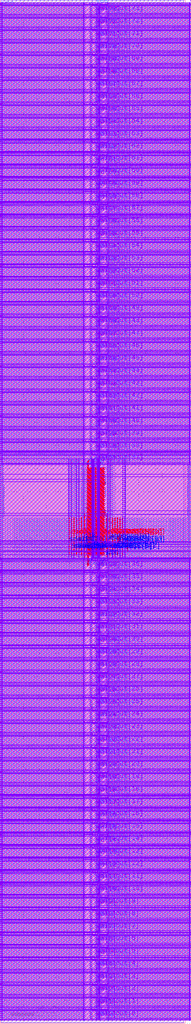
<source format=lef>
VERSION 5.8 ;
BUSBITCHARS "[]" ;
DIVIDERCHAR "/" ;

PROPERTYDEFINITIONS
  MACRO CatenaDesignType STRING ;
END PROPERTYDEFINITIONS

MACRO srambank_128x4x74_6t122
  CLASS BLOCK ;
  ORIGIN 0 0 ;
  FOREIGN srambank_128x4x74_6t122 0 0 ;
  SIZE 16.0 BY 88.56 ;
  SYMMETRY X Y ;
  SITE coreSite ;
  PIN VDD
    DIRECTION INOUT ;
    USE POWER ;
    PORT
      LAYER M4  ;
        RECT 0.0940 1.1720 16.4420 1.2200 ;
        RECT 0.0940 2.2520 16.4420 2.3000 ;
        RECT 0.0940 3.3320 16.4420 3.3800 ;
        RECT 0.0940 4.4120 16.4420 4.4600 ;
        RECT 0.0940 5.4920 16.4420 5.5400 ;
        RECT 0.0940 6.5720 16.4420 6.6200 ;
        RECT 0.0940 7.6520 16.4420 7.7000 ;
        RECT 0.0940 8.7320 16.4420 8.7800 ;
        RECT 0.0940 9.8120 16.4420 9.8600 ;
        RECT 0.0940 10.8920 16.4420 10.9400 ;
        RECT 0.0940 11.9720 16.4420 12.0200 ;
        RECT 0.0940 13.0520 16.4420 13.1000 ;
        RECT 0.0940 14.1320 16.4420 14.1800 ;
        RECT 0.0940 15.2120 16.4420 15.2600 ;
        RECT 0.0940 16.2920 16.4420 16.3400 ;
        RECT 0.0940 17.3720 16.4420 17.4200 ;
        RECT 0.0940 18.4520 16.4420 18.5000 ;
        RECT 0.0940 19.5320 16.4420 19.5800 ;
        RECT 0.0940 20.6120 16.4420 20.6600 ;
        RECT 0.0940 21.6920 16.4420 21.7400 ;
        RECT 0.0940 22.7720 16.4420 22.8200 ;
        RECT 0.0940 23.8520 16.4420 23.9000 ;
        RECT 0.0940 24.9320 16.4420 24.9800 ;
        RECT 0.0940 26.0120 16.4420 26.0600 ;
        RECT 0.0940 27.0920 16.4420 27.1400 ;
        RECT 0.0940 28.1720 16.4420 28.2200 ;
        RECT 0.0940 29.2520 16.4420 29.3000 ;
        RECT 0.0940 30.3320 16.4420 30.3800 ;
        RECT 0.0940 31.4120 16.4420 31.4600 ;
        RECT 0.0940 32.4920 16.4420 32.5400 ;
        RECT 0.0940 33.5720 16.4420 33.6200 ;
        RECT 0.0940 34.6520 16.4420 34.7000 ;
        RECT 0.0940 35.7320 16.4420 35.7800 ;
        RECT 0.0940 36.8120 16.4420 36.8600 ;
        RECT 0.0940 37.8920 16.4420 37.9400 ;
        RECT 0.0940 38.9720 16.4420 39.0200 ;
        RECT 0.0940 40.0520 16.4420 40.1000 ;
        RECT 3.5640 40.5330 12.9600 40.7490 ;
        RECT 9.1970 44.0370 9.3380 44.0610 ;
        RECT 9.0660 40.2530 9.3290 40.2770 ;
        RECT 7.3980 43.7010 9.1260 43.9170 ;
        RECT 7.3980 46.8690 9.1260 47.0850 ;
        RECT 0.0940 49.2590 16.4420 49.3070 ;
        RECT 0.0940 50.3390 16.4420 50.3870 ;
        RECT 0.0940 51.4190 16.4420 51.4670 ;
        RECT 0.0940 52.4990 16.4420 52.5470 ;
        RECT 0.0940 53.5790 16.4420 53.6270 ;
        RECT 0.0940 54.6590 16.4420 54.7070 ;
        RECT 0.0940 55.7390 16.4420 55.7870 ;
        RECT 0.0940 56.8190 16.4420 56.8670 ;
        RECT 0.0940 57.8990 16.4420 57.9470 ;
        RECT 0.0940 58.9790 16.4420 59.0270 ;
        RECT 0.0940 60.0590 16.4420 60.1070 ;
        RECT 0.0940 61.1390 16.4420 61.1870 ;
        RECT 0.0940 62.2190 16.4420 62.2670 ;
        RECT 0.0940 63.2990 16.4420 63.3470 ;
        RECT 0.0940 64.3790 16.4420 64.4270 ;
        RECT 0.0940 65.4590 16.4420 65.5070 ;
        RECT 0.0940 66.5390 16.4420 66.5870 ;
        RECT 0.0940 67.6190 16.4420 67.6670 ;
        RECT 0.0940 68.6990 16.4420 68.7470 ;
        RECT 0.0940 69.7790 16.4420 69.8270 ;
        RECT 0.0940 70.8590 16.4420 70.9070 ;
        RECT 0.0940 71.9390 16.4420 71.9870 ;
        RECT 0.0940 73.0190 16.4420 73.0670 ;
        RECT 0.0940 74.0990 16.4420 74.1470 ;
        RECT 0.0940 75.1790 16.4420 75.2270 ;
        RECT 0.0940 76.2590 16.4420 76.3070 ;
        RECT 0.0940 77.3390 16.4420 77.3870 ;
        RECT 0.0940 78.4190 16.4420 78.4670 ;
        RECT 0.0940 79.4990 16.4420 79.5470 ;
        RECT 0.0940 80.5790 16.4420 80.6270 ;
        RECT 0.0940 81.6590 16.4420 81.7070 ;
        RECT 0.0940 82.7390 16.4420 82.7870 ;
        RECT 0.0940 83.8190 16.4420 83.8670 ;
        RECT 0.0940 84.8990 16.4420 84.9470 ;
        RECT 0.0940 85.9790 16.4420 86.0270 ;
        RECT 0.0940 87.0590 16.4420 87.1070 ;
        RECT 0.0940 88.1390 16.4420 88.1870 ;
      LAYER M3  ;
        RECT 16.3940 0.2165 16.4120 1.3765 ;
        RECT 9.2840 0.2170 9.3020 1.3760 ;
        RECT 7.8800 0.2570 7.9700 1.3710 ;
        RECT 7.2320 0.2170 7.2500 1.3760 ;
        RECT 0.1220 0.2165 0.1400 1.3765 ;
        RECT 16.3940 1.2965 16.4120 2.4565 ;
        RECT 9.2840 1.2970 9.3020 2.4560 ;
        RECT 7.8800 1.3370 7.9700 2.4510 ;
        RECT 7.2320 1.2970 7.2500 2.4560 ;
        RECT 0.1220 1.2965 0.1400 2.4565 ;
        RECT 16.3940 2.3765 16.4120 3.5365 ;
        RECT 9.2840 2.3770 9.3020 3.5360 ;
        RECT 7.8800 2.4170 7.9700 3.5310 ;
        RECT 7.2320 2.3770 7.2500 3.5360 ;
        RECT 0.1220 2.3765 0.1400 3.5365 ;
        RECT 16.3940 3.4565 16.4120 4.6165 ;
        RECT 9.2840 3.4570 9.3020 4.6160 ;
        RECT 7.8800 3.4970 7.9700 4.6110 ;
        RECT 7.2320 3.4570 7.2500 4.6160 ;
        RECT 0.1220 3.4565 0.1400 4.6165 ;
        RECT 16.3940 4.5365 16.4120 5.6965 ;
        RECT 9.2840 4.5370 9.3020 5.6960 ;
        RECT 7.8800 4.5770 7.9700 5.6910 ;
        RECT 7.2320 4.5370 7.2500 5.6960 ;
        RECT 0.1220 4.5365 0.1400 5.6965 ;
        RECT 16.3940 5.6165 16.4120 6.7765 ;
        RECT 9.2840 5.6170 9.3020 6.7760 ;
        RECT 7.8800 5.6570 7.9700 6.7710 ;
        RECT 7.2320 5.6170 7.2500 6.7760 ;
        RECT 0.1220 5.6165 0.1400 6.7765 ;
        RECT 16.3940 6.6965 16.4120 7.8565 ;
        RECT 9.2840 6.6970 9.3020 7.8560 ;
        RECT 7.8800 6.7370 7.9700 7.8510 ;
        RECT 7.2320 6.6970 7.2500 7.8560 ;
        RECT 0.1220 6.6965 0.1400 7.8565 ;
        RECT 16.3940 7.7765 16.4120 8.9365 ;
        RECT 9.2840 7.7770 9.3020 8.9360 ;
        RECT 7.8800 7.8170 7.9700 8.9310 ;
        RECT 7.2320 7.7770 7.2500 8.9360 ;
        RECT 0.1220 7.7765 0.1400 8.9365 ;
        RECT 16.3940 8.8565 16.4120 10.0165 ;
        RECT 9.2840 8.8570 9.3020 10.0160 ;
        RECT 7.8800 8.8970 7.9700 10.0110 ;
        RECT 7.2320 8.8570 7.2500 10.0160 ;
        RECT 0.1220 8.8565 0.1400 10.0165 ;
        RECT 16.3940 9.9365 16.4120 11.0965 ;
        RECT 9.2840 9.9370 9.3020 11.0960 ;
        RECT 7.8800 9.9770 7.9700 11.0910 ;
        RECT 7.2320 9.9370 7.2500 11.0960 ;
        RECT 0.1220 9.9365 0.1400 11.0965 ;
        RECT 16.3940 11.0165 16.4120 12.1765 ;
        RECT 9.2840 11.0170 9.3020 12.1760 ;
        RECT 7.8800 11.0570 7.9700 12.1710 ;
        RECT 7.2320 11.0170 7.2500 12.1760 ;
        RECT 0.1220 11.0165 0.1400 12.1765 ;
        RECT 16.3940 12.0965 16.4120 13.2565 ;
        RECT 9.2840 12.0970 9.3020 13.2560 ;
        RECT 7.8800 12.1370 7.9700 13.2510 ;
        RECT 7.2320 12.0970 7.2500 13.2560 ;
        RECT 0.1220 12.0965 0.1400 13.2565 ;
        RECT 16.3940 13.1765 16.4120 14.3365 ;
        RECT 9.2840 13.1770 9.3020 14.3360 ;
        RECT 7.8800 13.2170 7.9700 14.3310 ;
        RECT 7.2320 13.1770 7.2500 14.3360 ;
        RECT 0.1220 13.1765 0.1400 14.3365 ;
        RECT 16.3940 14.2565 16.4120 15.4165 ;
        RECT 9.2840 14.2570 9.3020 15.4160 ;
        RECT 7.8800 14.2970 7.9700 15.4110 ;
        RECT 7.2320 14.2570 7.2500 15.4160 ;
        RECT 0.1220 14.2565 0.1400 15.4165 ;
        RECT 16.3940 15.3365 16.4120 16.4965 ;
        RECT 9.2840 15.3370 9.3020 16.4960 ;
        RECT 7.8800 15.3770 7.9700 16.4910 ;
        RECT 7.2320 15.3370 7.2500 16.4960 ;
        RECT 0.1220 15.3365 0.1400 16.4965 ;
        RECT 16.3940 16.4165 16.4120 17.5765 ;
        RECT 9.2840 16.4170 9.3020 17.5760 ;
        RECT 7.8800 16.4570 7.9700 17.5710 ;
        RECT 7.2320 16.4170 7.2500 17.5760 ;
        RECT 0.1220 16.4165 0.1400 17.5765 ;
        RECT 16.3940 17.4965 16.4120 18.6565 ;
        RECT 9.2840 17.4970 9.3020 18.6560 ;
        RECT 7.8800 17.5370 7.9700 18.6510 ;
        RECT 7.2320 17.4970 7.2500 18.6560 ;
        RECT 0.1220 17.4965 0.1400 18.6565 ;
        RECT 16.3940 18.5765 16.4120 19.7365 ;
        RECT 9.2840 18.5770 9.3020 19.7360 ;
        RECT 7.8800 18.6170 7.9700 19.7310 ;
        RECT 7.2320 18.5770 7.2500 19.7360 ;
        RECT 0.1220 18.5765 0.1400 19.7365 ;
        RECT 16.3940 19.6565 16.4120 20.8165 ;
        RECT 9.2840 19.6570 9.3020 20.8160 ;
        RECT 7.8800 19.6970 7.9700 20.8110 ;
        RECT 7.2320 19.6570 7.2500 20.8160 ;
        RECT 0.1220 19.6565 0.1400 20.8165 ;
        RECT 16.3940 20.7365 16.4120 21.8965 ;
        RECT 9.2840 20.7370 9.3020 21.8960 ;
        RECT 7.8800 20.7770 7.9700 21.8910 ;
        RECT 7.2320 20.7370 7.2500 21.8960 ;
        RECT 0.1220 20.7365 0.1400 21.8965 ;
        RECT 16.3940 21.8165 16.4120 22.9765 ;
        RECT 9.2840 21.8170 9.3020 22.9760 ;
        RECT 7.8800 21.8570 7.9700 22.9710 ;
        RECT 7.2320 21.8170 7.2500 22.9760 ;
        RECT 0.1220 21.8165 0.1400 22.9765 ;
        RECT 16.3940 22.8965 16.4120 24.0565 ;
        RECT 9.2840 22.8970 9.3020 24.0560 ;
        RECT 7.8800 22.9370 7.9700 24.0510 ;
        RECT 7.2320 22.8970 7.2500 24.0560 ;
        RECT 0.1220 22.8965 0.1400 24.0565 ;
        RECT 16.3940 23.9765 16.4120 25.1365 ;
        RECT 9.2840 23.9770 9.3020 25.1360 ;
        RECT 7.8800 24.0170 7.9700 25.1310 ;
        RECT 7.2320 23.9770 7.2500 25.1360 ;
        RECT 0.1220 23.9765 0.1400 25.1365 ;
        RECT 16.3940 25.0565 16.4120 26.2165 ;
        RECT 9.2840 25.0570 9.3020 26.2160 ;
        RECT 7.8800 25.0970 7.9700 26.2110 ;
        RECT 7.2320 25.0570 7.2500 26.2160 ;
        RECT 0.1220 25.0565 0.1400 26.2165 ;
        RECT 16.3940 26.1365 16.4120 27.2965 ;
        RECT 9.2840 26.1370 9.3020 27.2960 ;
        RECT 7.8800 26.1770 7.9700 27.2910 ;
        RECT 7.2320 26.1370 7.2500 27.2960 ;
        RECT 0.1220 26.1365 0.1400 27.2965 ;
        RECT 16.3940 27.2165 16.4120 28.3765 ;
        RECT 9.2840 27.2170 9.3020 28.3760 ;
        RECT 7.8800 27.2570 7.9700 28.3710 ;
        RECT 7.2320 27.2170 7.2500 28.3760 ;
        RECT 0.1220 27.2165 0.1400 28.3765 ;
        RECT 16.3940 28.2965 16.4120 29.4565 ;
        RECT 9.2840 28.2970 9.3020 29.4560 ;
        RECT 7.8800 28.3370 7.9700 29.4510 ;
        RECT 7.2320 28.2970 7.2500 29.4560 ;
        RECT 0.1220 28.2965 0.1400 29.4565 ;
        RECT 16.3940 29.3765 16.4120 30.5365 ;
        RECT 9.2840 29.3770 9.3020 30.5360 ;
        RECT 7.8800 29.4170 7.9700 30.5310 ;
        RECT 7.2320 29.3770 7.2500 30.5360 ;
        RECT 0.1220 29.3765 0.1400 30.5365 ;
        RECT 16.3940 30.4565 16.4120 31.6165 ;
        RECT 9.2840 30.4570 9.3020 31.6160 ;
        RECT 7.8800 30.4970 7.9700 31.6110 ;
        RECT 7.2320 30.4570 7.2500 31.6160 ;
        RECT 0.1220 30.4565 0.1400 31.6165 ;
        RECT 16.3940 31.5365 16.4120 32.6965 ;
        RECT 9.2840 31.5370 9.3020 32.6960 ;
        RECT 7.8800 31.5770 7.9700 32.6910 ;
        RECT 7.2320 31.5370 7.2500 32.6960 ;
        RECT 0.1220 31.5365 0.1400 32.6965 ;
        RECT 16.3940 32.6165 16.4120 33.7765 ;
        RECT 9.2840 32.6170 9.3020 33.7760 ;
        RECT 7.8800 32.6570 7.9700 33.7710 ;
        RECT 7.2320 32.6170 7.2500 33.7760 ;
        RECT 0.1220 32.6165 0.1400 33.7765 ;
        RECT 16.3940 33.6965 16.4120 34.8565 ;
        RECT 9.2840 33.6970 9.3020 34.8560 ;
        RECT 7.8800 33.7370 7.9700 34.8510 ;
        RECT 7.2320 33.6970 7.2500 34.8560 ;
        RECT 0.1220 33.6965 0.1400 34.8565 ;
        RECT 16.3940 34.7765 16.4120 35.9365 ;
        RECT 9.2840 34.7770 9.3020 35.9360 ;
        RECT 7.8800 34.8170 7.9700 35.9310 ;
        RECT 7.2320 34.7770 7.2500 35.9360 ;
        RECT 0.1220 34.7765 0.1400 35.9365 ;
        RECT 16.3940 35.8565 16.4120 37.0165 ;
        RECT 9.2840 35.8570 9.3020 37.0160 ;
        RECT 7.8800 35.8970 7.9700 37.0110 ;
        RECT 7.2320 35.8570 7.2500 37.0160 ;
        RECT 0.1220 35.8565 0.1400 37.0165 ;
        RECT 16.3940 36.9365 16.4120 38.0965 ;
        RECT 9.2840 36.9370 9.3020 38.0960 ;
        RECT 7.8800 36.9770 7.9700 38.0910 ;
        RECT 7.2320 36.9370 7.2500 38.0960 ;
        RECT 0.1220 36.9365 0.1400 38.0965 ;
        RECT 16.3940 38.0165 16.4120 39.1765 ;
        RECT 9.2840 38.0170 9.3020 39.1760 ;
        RECT 7.8800 38.0570 7.9700 39.1710 ;
        RECT 7.2320 38.0170 7.2500 39.1760 ;
        RECT 0.1220 38.0165 0.1400 39.1765 ;
        RECT 16.3940 39.0965 16.4120 40.2565 ;
        RECT 9.2840 39.0970 9.3020 40.2560 ;
        RECT 7.8800 39.1370 7.9700 40.2510 ;
        RECT 7.2320 39.0970 7.2500 40.2560 ;
        RECT 0.1220 39.0965 0.1400 40.2565 ;
        RECT 16.3890 40.1705 16.4070 48.3775 ;
        RECT 9.2970 43.9900 9.3150 48.3385 ;
        RECT 9.2790 40.2035 9.2970 40.3415 ;
        RECT 7.9110 40.4940 8.1450 48.0770 ;
        RECT 7.8750 47.9940 7.9650 48.3700 ;
        RECT 7.8750 40.2100 7.9650 40.5860 ;
        RECT 0.1170 40.1705 0.1350 48.3775 ;
        RECT 16.3940 48.3035 16.4120 49.4635 ;
        RECT 9.2840 48.3040 9.3020 49.4630 ;
        RECT 7.8800 48.3440 7.9700 49.4580 ;
        RECT 7.2320 48.3040 7.2500 49.4630 ;
        RECT 0.1220 48.3035 0.1400 49.4635 ;
        RECT 16.3940 49.3835 16.4120 50.5435 ;
        RECT 9.2840 49.3840 9.3020 50.5430 ;
        RECT 7.8800 49.4240 7.9700 50.5380 ;
        RECT 7.2320 49.3840 7.2500 50.5430 ;
        RECT 0.1220 49.3835 0.1400 50.5435 ;
        RECT 16.3940 50.4635 16.4120 51.6235 ;
        RECT 9.2840 50.4640 9.3020 51.6230 ;
        RECT 7.8800 50.5040 7.9700 51.6180 ;
        RECT 7.2320 50.4640 7.2500 51.6230 ;
        RECT 0.1220 50.4635 0.1400 51.6235 ;
        RECT 16.3940 51.5435 16.4120 52.7035 ;
        RECT 9.2840 51.5440 9.3020 52.7030 ;
        RECT 7.8800 51.5840 7.9700 52.6980 ;
        RECT 7.2320 51.5440 7.2500 52.7030 ;
        RECT 0.1220 51.5435 0.1400 52.7035 ;
        RECT 16.3940 52.6235 16.4120 53.7835 ;
        RECT 9.2840 52.6240 9.3020 53.7830 ;
        RECT 7.8800 52.6640 7.9700 53.7780 ;
        RECT 7.2320 52.6240 7.2500 53.7830 ;
        RECT 0.1220 52.6235 0.1400 53.7835 ;
        RECT 16.3940 53.7035 16.4120 54.8635 ;
        RECT 9.2840 53.7040 9.3020 54.8630 ;
        RECT 7.8800 53.7440 7.9700 54.8580 ;
        RECT 7.2320 53.7040 7.2500 54.8630 ;
        RECT 0.1220 53.7035 0.1400 54.8635 ;
        RECT 16.3940 54.7835 16.4120 55.9435 ;
        RECT 9.2840 54.7840 9.3020 55.9430 ;
        RECT 7.8800 54.8240 7.9700 55.9380 ;
        RECT 7.2320 54.7840 7.2500 55.9430 ;
        RECT 0.1220 54.7835 0.1400 55.9435 ;
        RECT 16.3940 55.8635 16.4120 57.0235 ;
        RECT 9.2840 55.8640 9.3020 57.0230 ;
        RECT 7.8800 55.9040 7.9700 57.0180 ;
        RECT 7.2320 55.8640 7.2500 57.0230 ;
        RECT 0.1220 55.8635 0.1400 57.0235 ;
        RECT 16.3940 56.9435 16.4120 58.1035 ;
        RECT 9.2840 56.9440 9.3020 58.1030 ;
        RECT 7.8800 56.9840 7.9700 58.0980 ;
        RECT 7.2320 56.9440 7.2500 58.1030 ;
        RECT 0.1220 56.9435 0.1400 58.1035 ;
        RECT 16.3940 58.0235 16.4120 59.1835 ;
        RECT 9.2840 58.0240 9.3020 59.1830 ;
        RECT 7.8800 58.0640 7.9700 59.1780 ;
        RECT 7.2320 58.0240 7.2500 59.1830 ;
        RECT 0.1220 58.0235 0.1400 59.1835 ;
        RECT 16.3940 59.1035 16.4120 60.2635 ;
        RECT 9.2840 59.1040 9.3020 60.2630 ;
        RECT 7.8800 59.1440 7.9700 60.2580 ;
        RECT 7.2320 59.1040 7.2500 60.2630 ;
        RECT 0.1220 59.1035 0.1400 60.2635 ;
        RECT 16.3940 60.1835 16.4120 61.3435 ;
        RECT 9.2840 60.1840 9.3020 61.3430 ;
        RECT 7.8800 60.2240 7.9700 61.3380 ;
        RECT 7.2320 60.1840 7.2500 61.3430 ;
        RECT 0.1220 60.1835 0.1400 61.3435 ;
        RECT 16.3940 61.2635 16.4120 62.4235 ;
        RECT 9.2840 61.2640 9.3020 62.4230 ;
        RECT 7.8800 61.3040 7.9700 62.4180 ;
        RECT 7.2320 61.2640 7.2500 62.4230 ;
        RECT 0.1220 61.2635 0.1400 62.4235 ;
        RECT 16.3940 62.3435 16.4120 63.5035 ;
        RECT 9.2840 62.3440 9.3020 63.5030 ;
        RECT 7.8800 62.3840 7.9700 63.4980 ;
        RECT 7.2320 62.3440 7.2500 63.5030 ;
        RECT 0.1220 62.3435 0.1400 63.5035 ;
        RECT 16.3940 63.4235 16.4120 64.5835 ;
        RECT 9.2840 63.4240 9.3020 64.5830 ;
        RECT 7.8800 63.4640 7.9700 64.5780 ;
        RECT 7.2320 63.4240 7.2500 64.5830 ;
        RECT 0.1220 63.4235 0.1400 64.5835 ;
        RECT 16.3940 64.5035 16.4120 65.6635 ;
        RECT 9.2840 64.5040 9.3020 65.6630 ;
        RECT 7.8800 64.5440 7.9700 65.6580 ;
        RECT 7.2320 64.5040 7.2500 65.6630 ;
        RECT 0.1220 64.5035 0.1400 65.6635 ;
        RECT 16.3940 65.5835 16.4120 66.7435 ;
        RECT 9.2840 65.5840 9.3020 66.7430 ;
        RECT 7.8800 65.6240 7.9700 66.7380 ;
        RECT 7.2320 65.5840 7.2500 66.7430 ;
        RECT 0.1220 65.5835 0.1400 66.7435 ;
        RECT 16.3940 66.6635 16.4120 67.8235 ;
        RECT 9.2840 66.6640 9.3020 67.8230 ;
        RECT 7.8800 66.7040 7.9700 67.8180 ;
        RECT 7.2320 66.6640 7.2500 67.8230 ;
        RECT 0.1220 66.6635 0.1400 67.8235 ;
        RECT 16.3940 67.7435 16.4120 68.9035 ;
        RECT 9.2840 67.7440 9.3020 68.9030 ;
        RECT 7.8800 67.7840 7.9700 68.8980 ;
        RECT 7.2320 67.7440 7.2500 68.9030 ;
        RECT 0.1220 67.7435 0.1400 68.9035 ;
        RECT 16.3940 68.8235 16.4120 69.9835 ;
        RECT 9.2840 68.8240 9.3020 69.9830 ;
        RECT 7.8800 68.8640 7.9700 69.9780 ;
        RECT 7.2320 68.8240 7.2500 69.9830 ;
        RECT 0.1220 68.8235 0.1400 69.9835 ;
        RECT 16.3940 69.9035 16.4120 71.0635 ;
        RECT 9.2840 69.9040 9.3020 71.0630 ;
        RECT 7.8800 69.9440 7.9700 71.0580 ;
        RECT 7.2320 69.9040 7.2500 71.0630 ;
        RECT 0.1220 69.9035 0.1400 71.0635 ;
        RECT 16.3940 70.9835 16.4120 72.1435 ;
        RECT 9.2840 70.9840 9.3020 72.1430 ;
        RECT 7.8800 71.0240 7.9700 72.1380 ;
        RECT 7.2320 70.9840 7.2500 72.1430 ;
        RECT 0.1220 70.9835 0.1400 72.1435 ;
        RECT 16.3940 72.0635 16.4120 73.2235 ;
        RECT 9.2840 72.0640 9.3020 73.2230 ;
        RECT 7.8800 72.1040 7.9700 73.2180 ;
        RECT 7.2320 72.0640 7.2500 73.2230 ;
        RECT 0.1220 72.0635 0.1400 73.2235 ;
        RECT 16.3940 73.1435 16.4120 74.3035 ;
        RECT 9.2840 73.1440 9.3020 74.3030 ;
        RECT 7.8800 73.1840 7.9700 74.2980 ;
        RECT 7.2320 73.1440 7.2500 74.3030 ;
        RECT 0.1220 73.1435 0.1400 74.3035 ;
        RECT 16.3940 74.2235 16.4120 75.3835 ;
        RECT 9.2840 74.2240 9.3020 75.3830 ;
        RECT 7.8800 74.2640 7.9700 75.3780 ;
        RECT 7.2320 74.2240 7.2500 75.3830 ;
        RECT 0.1220 74.2235 0.1400 75.3835 ;
        RECT 16.3940 75.3035 16.4120 76.4635 ;
        RECT 9.2840 75.3040 9.3020 76.4630 ;
        RECT 7.8800 75.3440 7.9700 76.4580 ;
        RECT 7.2320 75.3040 7.2500 76.4630 ;
        RECT 0.1220 75.3035 0.1400 76.4635 ;
        RECT 16.3940 76.3835 16.4120 77.5435 ;
        RECT 9.2840 76.3840 9.3020 77.5430 ;
        RECT 7.8800 76.4240 7.9700 77.5380 ;
        RECT 7.2320 76.3840 7.2500 77.5430 ;
        RECT 0.1220 76.3835 0.1400 77.5435 ;
        RECT 16.3940 77.4635 16.4120 78.6235 ;
        RECT 9.2840 77.4640 9.3020 78.6230 ;
        RECT 7.8800 77.5040 7.9700 78.6180 ;
        RECT 7.2320 77.4640 7.2500 78.6230 ;
        RECT 0.1220 77.4635 0.1400 78.6235 ;
        RECT 16.3940 78.5435 16.4120 79.7035 ;
        RECT 9.2840 78.5440 9.3020 79.7030 ;
        RECT 7.8800 78.5840 7.9700 79.6980 ;
        RECT 7.2320 78.5440 7.2500 79.7030 ;
        RECT 0.1220 78.5435 0.1400 79.7035 ;
        RECT 16.3940 79.6235 16.4120 80.7835 ;
        RECT 9.2840 79.6240 9.3020 80.7830 ;
        RECT 7.8800 79.6640 7.9700 80.7780 ;
        RECT 7.2320 79.6240 7.2500 80.7830 ;
        RECT 0.1220 79.6235 0.1400 80.7835 ;
        RECT 16.3940 80.7035 16.4120 81.8635 ;
        RECT 9.2840 80.7040 9.3020 81.8630 ;
        RECT 7.8800 80.7440 7.9700 81.8580 ;
        RECT 7.2320 80.7040 7.2500 81.8630 ;
        RECT 0.1220 80.7035 0.1400 81.8635 ;
        RECT 16.3940 81.7835 16.4120 82.9435 ;
        RECT 9.2840 81.7840 9.3020 82.9430 ;
        RECT 7.8800 81.8240 7.9700 82.9380 ;
        RECT 7.2320 81.7840 7.2500 82.9430 ;
        RECT 0.1220 81.7835 0.1400 82.9435 ;
        RECT 16.3940 82.8635 16.4120 84.0235 ;
        RECT 9.2840 82.8640 9.3020 84.0230 ;
        RECT 7.8800 82.9040 7.9700 84.0180 ;
        RECT 7.2320 82.8640 7.2500 84.0230 ;
        RECT 0.1220 82.8635 0.1400 84.0235 ;
        RECT 16.3940 83.9435 16.4120 85.1035 ;
        RECT 9.2840 83.9440 9.3020 85.1030 ;
        RECT 7.8800 83.9840 7.9700 85.0980 ;
        RECT 7.2320 83.9440 7.2500 85.1030 ;
        RECT 0.1220 83.9435 0.1400 85.1035 ;
        RECT 16.3940 85.0235 16.4120 86.1835 ;
        RECT 9.2840 85.0240 9.3020 86.1830 ;
        RECT 7.8800 85.0640 7.9700 86.1780 ;
        RECT 7.2320 85.0240 7.2500 86.1830 ;
        RECT 0.1220 85.0235 0.1400 86.1835 ;
        RECT 16.3940 86.1035 16.4120 87.2635 ;
        RECT 9.2840 86.1040 9.3020 87.2630 ;
        RECT 7.8800 86.1440 7.9700 87.2580 ;
        RECT 7.2320 86.1040 7.2500 87.2630 ;
        RECT 0.1220 86.1035 0.1400 87.2635 ;
        RECT 16.3940 87.1835 16.4120 88.3435 ;
        RECT 9.2840 87.1840 9.3020 88.3430 ;
        RECT 7.8800 87.2240 7.9700 88.3380 ;
        RECT 7.2320 87.1840 7.2500 88.3430 ;
        RECT 0.1220 87.1835 0.1400 88.3435 ;
      LAYER V3  ;
        RECT 0.1220 1.1720 0.1400 1.2200 ;
        RECT 7.2320 1.1720 7.2500 1.2200 ;
        RECT 7.8800 1.1720 7.9700 1.2200 ;
        RECT 9.2840 1.1720 9.3020 1.2200 ;
        RECT 16.3940 1.1720 16.4120 1.2200 ;
        RECT 0.1220 2.2520 0.1400 2.3000 ;
        RECT 7.2320 2.2520 7.2500 2.3000 ;
        RECT 7.8800 2.2520 7.9700 2.3000 ;
        RECT 9.2840 2.2520 9.3020 2.3000 ;
        RECT 16.3940 2.2520 16.4120 2.3000 ;
        RECT 0.1220 3.3320 0.1400 3.3800 ;
        RECT 7.2320 3.3320 7.2500 3.3800 ;
        RECT 7.8800 3.3320 7.9700 3.3800 ;
        RECT 9.2840 3.3320 9.3020 3.3800 ;
        RECT 16.3940 3.3320 16.4120 3.3800 ;
        RECT 0.1220 4.4120 0.1400 4.4600 ;
        RECT 7.2320 4.4120 7.2500 4.4600 ;
        RECT 7.8800 4.4120 7.9700 4.4600 ;
        RECT 9.2840 4.4120 9.3020 4.4600 ;
        RECT 16.3940 4.4120 16.4120 4.4600 ;
        RECT 0.1220 5.4920 0.1400 5.5400 ;
        RECT 7.2320 5.4920 7.2500 5.5400 ;
        RECT 7.8800 5.4920 7.9700 5.5400 ;
        RECT 9.2840 5.4920 9.3020 5.5400 ;
        RECT 16.3940 5.4920 16.4120 5.5400 ;
        RECT 0.1220 6.5720 0.1400 6.6200 ;
        RECT 7.2320 6.5720 7.2500 6.6200 ;
        RECT 7.8800 6.5720 7.9700 6.6200 ;
        RECT 9.2840 6.5720 9.3020 6.6200 ;
        RECT 16.3940 6.5720 16.4120 6.6200 ;
        RECT 0.1220 7.6520 0.1400 7.7000 ;
        RECT 7.2320 7.6520 7.2500 7.7000 ;
        RECT 7.8800 7.6520 7.9700 7.7000 ;
        RECT 9.2840 7.6520 9.3020 7.7000 ;
        RECT 16.3940 7.6520 16.4120 7.7000 ;
        RECT 0.1220 8.7320 0.1400 8.7800 ;
        RECT 7.2320 8.7320 7.2500 8.7800 ;
        RECT 7.8800 8.7320 7.9700 8.7800 ;
        RECT 9.2840 8.7320 9.3020 8.7800 ;
        RECT 16.3940 8.7320 16.4120 8.7800 ;
        RECT 0.1220 9.8120 0.1400 9.8600 ;
        RECT 7.2320 9.8120 7.2500 9.8600 ;
        RECT 7.8800 9.8120 7.9700 9.8600 ;
        RECT 9.2840 9.8120 9.3020 9.8600 ;
        RECT 16.3940 9.8120 16.4120 9.8600 ;
        RECT 0.1220 10.8920 0.1400 10.9400 ;
        RECT 7.2320 10.8920 7.2500 10.9400 ;
        RECT 7.8800 10.8920 7.9700 10.9400 ;
        RECT 9.2840 10.8920 9.3020 10.9400 ;
        RECT 16.3940 10.8920 16.4120 10.9400 ;
        RECT 0.1220 11.9720 0.1400 12.0200 ;
        RECT 7.2320 11.9720 7.2500 12.0200 ;
        RECT 7.8800 11.9720 7.9700 12.0200 ;
        RECT 9.2840 11.9720 9.3020 12.0200 ;
        RECT 16.3940 11.9720 16.4120 12.0200 ;
        RECT 0.1220 13.0520 0.1400 13.1000 ;
        RECT 7.2320 13.0520 7.2500 13.1000 ;
        RECT 7.8800 13.0520 7.9700 13.1000 ;
        RECT 9.2840 13.0520 9.3020 13.1000 ;
        RECT 16.3940 13.0520 16.4120 13.1000 ;
        RECT 0.1220 14.1320 0.1400 14.1800 ;
        RECT 7.2320 14.1320 7.2500 14.1800 ;
        RECT 7.8800 14.1320 7.9700 14.1800 ;
        RECT 9.2840 14.1320 9.3020 14.1800 ;
        RECT 16.3940 14.1320 16.4120 14.1800 ;
        RECT 0.1220 15.2120 0.1400 15.2600 ;
        RECT 7.2320 15.2120 7.2500 15.2600 ;
        RECT 7.8800 15.2120 7.9700 15.2600 ;
        RECT 9.2840 15.2120 9.3020 15.2600 ;
        RECT 16.3940 15.2120 16.4120 15.2600 ;
        RECT 0.1220 16.2920 0.1400 16.3400 ;
        RECT 7.2320 16.2920 7.2500 16.3400 ;
        RECT 7.8800 16.2920 7.9700 16.3400 ;
        RECT 9.2840 16.2920 9.3020 16.3400 ;
        RECT 16.3940 16.2920 16.4120 16.3400 ;
        RECT 0.1220 17.3720 0.1400 17.4200 ;
        RECT 7.2320 17.3720 7.2500 17.4200 ;
        RECT 7.8800 17.3720 7.9700 17.4200 ;
        RECT 9.2840 17.3720 9.3020 17.4200 ;
        RECT 16.3940 17.3720 16.4120 17.4200 ;
        RECT 0.1220 18.4520 0.1400 18.5000 ;
        RECT 7.2320 18.4520 7.2500 18.5000 ;
        RECT 7.8800 18.4520 7.9700 18.5000 ;
        RECT 9.2840 18.4520 9.3020 18.5000 ;
        RECT 16.3940 18.4520 16.4120 18.5000 ;
        RECT 0.1220 19.5320 0.1400 19.5800 ;
        RECT 7.2320 19.5320 7.2500 19.5800 ;
        RECT 7.8800 19.5320 7.9700 19.5800 ;
        RECT 9.2840 19.5320 9.3020 19.5800 ;
        RECT 16.3940 19.5320 16.4120 19.5800 ;
        RECT 0.1220 20.6120 0.1400 20.6600 ;
        RECT 7.2320 20.6120 7.2500 20.6600 ;
        RECT 7.8800 20.6120 7.9700 20.6600 ;
        RECT 9.2840 20.6120 9.3020 20.6600 ;
        RECT 16.3940 20.6120 16.4120 20.6600 ;
        RECT 0.1220 21.6920 0.1400 21.7400 ;
        RECT 7.2320 21.6920 7.2500 21.7400 ;
        RECT 7.8800 21.6920 7.9700 21.7400 ;
        RECT 9.2840 21.6920 9.3020 21.7400 ;
        RECT 16.3940 21.6920 16.4120 21.7400 ;
        RECT 0.1220 22.7720 0.1400 22.8200 ;
        RECT 7.2320 22.7720 7.2500 22.8200 ;
        RECT 7.8800 22.7720 7.9700 22.8200 ;
        RECT 9.2840 22.7720 9.3020 22.8200 ;
        RECT 16.3940 22.7720 16.4120 22.8200 ;
        RECT 0.1220 23.8520 0.1400 23.9000 ;
        RECT 7.2320 23.8520 7.2500 23.9000 ;
        RECT 7.8800 23.8520 7.9700 23.9000 ;
        RECT 9.2840 23.8520 9.3020 23.9000 ;
        RECT 16.3940 23.8520 16.4120 23.9000 ;
        RECT 0.1220 24.9320 0.1400 24.9800 ;
        RECT 7.2320 24.9320 7.2500 24.9800 ;
        RECT 7.8800 24.9320 7.9700 24.9800 ;
        RECT 9.2840 24.9320 9.3020 24.9800 ;
        RECT 16.3940 24.9320 16.4120 24.9800 ;
        RECT 0.1220 26.0120 0.1400 26.0600 ;
        RECT 7.2320 26.0120 7.2500 26.0600 ;
        RECT 7.8800 26.0120 7.9700 26.0600 ;
        RECT 9.2840 26.0120 9.3020 26.0600 ;
        RECT 16.3940 26.0120 16.4120 26.0600 ;
        RECT 0.1220 27.0920 0.1400 27.1400 ;
        RECT 7.2320 27.0920 7.2500 27.1400 ;
        RECT 7.8800 27.0920 7.9700 27.1400 ;
        RECT 9.2840 27.0920 9.3020 27.1400 ;
        RECT 16.3940 27.0920 16.4120 27.1400 ;
        RECT 0.1220 28.1720 0.1400 28.2200 ;
        RECT 7.2320 28.1720 7.2500 28.2200 ;
        RECT 7.8800 28.1720 7.9700 28.2200 ;
        RECT 9.2840 28.1720 9.3020 28.2200 ;
        RECT 16.3940 28.1720 16.4120 28.2200 ;
        RECT 0.1220 29.2520 0.1400 29.3000 ;
        RECT 7.2320 29.2520 7.2500 29.3000 ;
        RECT 7.8800 29.2520 7.9700 29.3000 ;
        RECT 9.2840 29.2520 9.3020 29.3000 ;
        RECT 16.3940 29.2520 16.4120 29.3000 ;
        RECT 0.1220 30.3320 0.1400 30.3800 ;
        RECT 7.2320 30.3320 7.2500 30.3800 ;
        RECT 7.8800 30.3320 7.9700 30.3800 ;
        RECT 9.2840 30.3320 9.3020 30.3800 ;
        RECT 16.3940 30.3320 16.4120 30.3800 ;
        RECT 0.1220 31.4120 0.1400 31.4600 ;
        RECT 7.2320 31.4120 7.2500 31.4600 ;
        RECT 7.8800 31.4120 7.9700 31.4600 ;
        RECT 9.2840 31.4120 9.3020 31.4600 ;
        RECT 16.3940 31.4120 16.4120 31.4600 ;
        RECT 0.1220 32.4920 0.1400 32.5400 ;
        RECT 7.2320 32.4920 7.2500 32.5400 ;
        RECT 7.8800 32.4920 7.9700 32.5400 ;
        RECT 9.2840 32.4920 9.3020 32.5400 ;
        RECT 16.3940 32.4920 16.4120 32.5400 ;
        RECT 0.1220 33.5720 0.1400 33.6200 ;
        RECT 7.2320 33.5720 7.2500 33.6200 ;
        RECT 7.8800 33.5720 7.9700 33.6200 ;
        RECT 9.2840 33.5720 9.3020 33.6200 ;
        RECT 16.3940 33.5720 16.4120 33.6200 ;
        RECT 0.1220 34.6520 0.1400 34.7000 ;
        RECT 7.2320 34.6520 7.2500 34.7000 ;
        RECT 7.8800 34.6520 7.9700 34.7000 ;
        RECT 9.2840 34.6520 9.3020 34.7000 ;
        RECT 16.3940 34.6520 16.4120 34.7000 ;
        RECT 0.1220 35.7320 0.1400 35.7800 ;
        RECT 7.2320 35.7320 7.2500 35.7800 ;
        RECT 7.8800 35.7320 7.9700 35.7800 ;
        RECT 9.2840 35.7320 9.3020 35.7800 ;
        RECT 16.3940 35.7320 16.4120 35.7800 ;
        RECT 0.1220 36.8120 0.1400 36.8600 ;
        RECT 7.2320 36.8120 7.2500 36.8600 ;
        RECT 7.8800 36.8120 7.9700 36.8600 ;
        RECT 9.2840 36.8120 9.3020 36.8600 ;
        RECT 16.3940 36.8120 16.4120 36.8600 ;
        RECT 0.1220 37.8920 0.1400 37.9400 ;
        RECT 7.2320 37.8920 7.2500 37.9400 ;
        RECT 7.8800 37.8920 7.9700 37.9400 ;
        RECT 9.2840 37.8920 9.3020 37.9400 ;
        RECT 16.3940 37.8920 16.4120 37.9400 ;
        RECT 0.1220 38.9720 0.1400 39.0200 ;
        RECT 7.2320 38.9720 7.2500 39.0200 ;
        RECT 7.8800 38.9720 7.9700 39.0200 ;
        RECT 9.2840 38.9720 9.3020 39.0200 ;
        RECT 16.3940 38.9720 16.4120 39.0200 ;
        RECT 0.1220 40.0520 0.1400 40.1000 ;
        RECT 7.2320 40.0520 7.2500 40.1000 ;
        RECT 7.8800 40.0520 7.9700 40.1000 ;
        RECT 9.2840 40.0520 9.3020 40.1000 ;
        RECT 16.3940 40.0520 16.4120 40.1000 ;
        RECT 7.9150 46.8690 7.9330 47.0850 ;
        RECT 7.9150 43.7010 7.9330 43.9170 ;
        RECT 7.9150 40.5330 7.9330 40.7490 ;
        RECT 7.9670 46.8690 7.9850 47.0850 ;
        RECT 7.9670 43.7010 7.9850 43.9170 ;
        RECT 7.9670 40.5330 7.9850 40.7490 ;
        RECT 8.0190 46.8690 8.0370 47.0850 ;
        RECT 8.0190 43.7010 8.0370 43.9170 ;
        RECT 8.0190 40.5330 8.0370 40.7490 ;
        RECT 8.0710 46.8690 8.0890 47.0850 ;
        RECT 8.0710 43.7010 8.0890 43.9170 ;
        RECT 8.0710 40.5330 8.0890 40.7490 ;
        RECT 8.1230 46.8690 8.1410 47.0850 ;
        RECT 8.1230 43.7010 8.1410 43.9170 ;
        RECT 8.1230 40.5330 8.1410 40.7490 ;
        RECT 9.2790 40.2530 9.2970 40.2770 ;
        RECT 9.2970 44.0370 9.3150 44.0610 ;
        RECT 0.1220 49.2590 0.1400 49.3070 ;
        RECT 7.2320 49.2590 7.2500 49.3070 ;
        RECT 7.8800 49.2590 7.9700 49.3070 ;
        RECT 9.2840 49.2590 9.3020 49.3070 ;
        RECT 16.3940 49.2590 16.4120 49.3070 ;
        RECT 0.1220 50.3390 0.1400 50.3870 ;
        RECT 7.2320 50.3390 7.2500 50.3870 ;
        RECT 7.8800 50.3390 7.9700 50.3870 ;
        RECT 9.2840 50.3390 9.3020 50.3870 ;
        RECT 16.3940 50.3390 16.4120 50.3870 ;
        RECT 0.1220 51.4190 0.1400 51.4670 ;
        RECT 7.2320 51.4190 7.2500 51.4670 ;
        RECT 7.8800 51.4190 7.9700 51.4670 ;
        RECT 9.2840 51.4190 9.3020 51.4670 ;
        RECT 16.3940 51.4190 16.4120 51.4670 ;
        RECT 0.1220 52.4990 0.1400 52.5470 ;
        RECT 7.2320 52.4990 7.2500 52.5470 ;
        RECT 7.8800 52.4990 7.9700 52.5470 ;
        RECT 9.2840 52.4990 9.3020 52.5470 ;
        RECT 16.3940 52.4990 16.4120 52.5470 ;
        RECT 0.1220 53.5790 0.1400 53.6270 ;
        RECT 7.2320 53.5790 7.2500 53.6270 ;
        RECT 7.8800 53.5790 7.9700 53.6270 ;
        RECT 9.2840 53.5790 9.3020 53.6270 ;
        RECT 16.3940 53.5790 16.4120 53.6270 ;
        RECT 0.1220 54.6590 0.1400 54.7070 ;
        RECT 7.2320 54.6590 7.2500 54.7070 ;
        RECT 7.8800 54.6590 7.9700 54.7070 ;
        RECT 9.2840 54.6590 9.3020 54.7070 ;
        RECT 16.3940 54.6590 16.4120 54.7070 ;
        RECT 0.1220 55.7390 0.1400 55.7870 ;
        RECT 7.2320 55.7390 7.2500 55.7870 ;
        RECT 7.8800 55.7390 7.9700 55.7870 ;
        RECT 9.2840 55.7390 9.3020 55.7870 ;
        RECT 16.3940 55.7390 16.4120 55.7870 ;
        RECT 0.1220 56.8190 0.1400 56.8670 ;
        RECT 7.2320 56.8190 7.2500 56.8670 ;
        RECT 7.8800 56.8190 7.9700 56.8670 ;
        RECT 9.2840 56.8190 9.3020 56.8670 ;
        RECT 16.3940 56.8190 16.4120 56.8670 ;
        RECT 0.1220 57.8990 0.1400 57.9470 ;
        RECT 7.2320 57.8990 7.2500 57.9470 ;
        RECT 7.8800 57.8990 7.9700 57.9470 ;
        RECT 9.2840 57.8990 9.3020 57.9470 ;
        RECT 16.3940 57.8990 16.4120 57.9470 ;
        RECT 0.1220 58.9790 0.1400 59.0270 ;
        RECT 7.2320 58.9790 7.2500 59.0270 ;
        RECT 7.8800 58.9790 7.9700 59.0270 ;
        RECT 9.2840 58.9790 9.3020 59.0270 ;
        RECT 16.3940 58.9790 16.4120 59.0270 ;
        RECT 0.1220 60.0590 0.1400 60.1070 ;
        RECT 7.2320 60.0590 7.2500 60.1070 ;
        RECT 7.8800 60.0590 7.9700 60.1070 ;
        RECT 9.2840 60.0590 9.3020 60.1070 ;
        RECT 16.3940 60.0590 16.4120 60.1070 ;
        RECT 0.1220 61.1390 0.1400 61.1870 ;
        RECT 7.2320 61.1390 7.2500 61.1870 ;
        RECT 7.8800 61.1390 7.9700 61.1870 ;
        RECT 9.2840 61.1390 9.3020 61.1870 ;
        RECT 16.3940 61.1390 16.4120 61.1870 ;
        RECT 0.1220 62.2190 0.1400 62.2670 ;
        RECT 7.2320 62.2190 7.2500 62.2670 ;
        RECT 7.8800 62.2190 7.9700 62.2670 ;
        RECT 9.2840 62.2190 9.3020 62.2670 ;
        RECT 16.3940 62.2190 16.4120 62.2670 ;
        RECT 0.1220 63.2990 0.1400 63.3470 ;
        RECT 7.2320 63.2990 7.2500 63.3470 ;
        RECT 7.8800 63.2990 7.9700 63.3470 ;
        RECT 9.2840 63.2990 9.3020 63.3470 ;
        RECT 16.3940 63.2990 16.4120 63.3470 ;
        RECT 0.1220 64.3790 0.1400 64.4270 ;
        RECT 7.2320 64.3790 7.2500 64.4270 ;
        RECT 7.8800 64.3790 7.9700 64.4270 ;
        RECT 9.2840 64.3790 9.3020 64.4270 ;
        RECT 16.3940 64.3790 16.4120 64.4270 ;
        RECT 0.1220 65.4590 0.1400 65.5070 ;
        RECT 7.2320 65.4590 7.2500 65.5070 ;
        RECT 7.8800 65.4590 7.9700 65.5070 ;
        RECT 9.2840 65.4590 9.3020 65.5070 ;
        RECT 16.3940 65.4590 16.4120 65.5070 ;
        RECT 0.1220 66.5390 0.1400 66.5870 ;
        RECT 7.2320 66.5390 7.2500 66.5870 ;
        RECT 7.8800 66.5390 7.9700 66.5870 ;
        RECT 9.2840 66.5390 9.3020 66.5870 ;
        RECT 16.3940 66.5390 16.4120 66.5870 ;
        RECT 0.1220 67.6190 0.1400 67.6670 ;
        RECT 7.2320 67.6190 7.2500 67.6670 ;
        RECT 7.8800 67.6190 7.9700 67.6670 ;
        RECT 9.2840 67.6190 9.3020 67.6670 ;
        RECT 16.3940 67.6190 16.4120 67.6670 ;
        RECT 0.1220 68.6990 0.1400 68.7470 ;
        RECT 7.2320 68.6990 7.2500 68.7470 ;
        RECT 7.8800 68.6990 7.9700 68.7470 ;
        RECT 9.2840 68.6990 9.3020 68.7470 ;
        RECT 16.3940 68.6990 16.4120 68.7470 ;
        RECT 0.1220 69.7790 0.1400 69.8270 ;
        RECT 7.2320 69.7790 7.2500 69.8270 ;
        RECT 7.8800 69.7790 7.9700 69.8270 ;
        RECT 9.2840 69.7790 9.3020 69.8270 ;
        RECT 16.3940 69.7790 16.4120 69.8270 ;
        RECT 0.1220 70.8590 0.1400 70.9070 ;
        RECT 7.2320 70.8590 7.2500 70.9070 ;
        RECT 7.8800 70.8590 7.9700 70.9070 ;
        RECT 9.2840 70.8590 9.3020 70.9070 ;
        RECT 16.3940 70.8590 16.4120 70.9070 ;
        RECT 0.1220 71.9390 0.1400 71.9870 ;
        RECT 7.2320 71.9390 7.2500 71.9870 ;
        RECT 7.8800 71.9390 7.9700 71.9870 ;
        RECT 9.2840 71.9390 9.3020 71.9870 ;
        RECT 16.3940 71.9390 16.4120 71.9870 ;
        RECT 0.1220 73.0190 0.1400 73.0670 ;
        RECT 7.2320 73.0190 7.2500 73.0670 ;
        RECT 7.8800 73.0190 7.9700 73.0670 ;
        RECT 9.2840 73.0190 9.3020 73.0670 ;
        RECT 16.3940 73.0190 16.4120 73.0670 ;
        RECT 0.1220 74.0990 0.1400 74.1470 ;
        RECT 7.2320 74.0990 7.2500 74.1470 ;
        RECT 7.8800 74.0990 7.9700 74.1470 ;
        RECT 9.2840 74.0990 9.3020 74.1470 ;
        RECT 16.3940 74.0990 16.4120 74.1470 ;
        RECT 0.1220 75.1790 0.1400 75.2270 ;
        RECT 7.2320 75.1790 7.2500 75.2270 ;
        RECT 7.8800 75.1790 7.9700 75.2270 ;
        RECT 9.2840 75.1790 9.3020 75.2270 ;
        RECT 16.3940 75.1790 16.4120 75.2270 ;
        RECT 0.1220 76.2590 0.1400 76.3070 ;
        RECT 7.2320 76.2590 7.2500 76.3070 ;
        RECT 7.8800 76.2590 7.9700 76.3070 ;
        RECT 9.2840 76.2590 9.3020 76.3070 ;
        RECT 16.3940 76.2590 16.4120 76.3070 ;
        RECT 0.1220 77.3390 0.1400 77.3870 ;
        RECT 7.2320 77.3390 7.2500 77.3870 ;
        RECT 7.8800 77.3390 7.9700 77.3870 ;
        RECT 9.2840 77.3390 9.3020 77.3870 ;
        RECT 16.3940 77.3390 16.4120 77.3870 ;
        RECT 0.1220 78.4190 0.1400 78.4670 ;
        RECT 7.2320 78.4190 7.2500 78.4670 ;
        RECT 7.8800 78.4190 7.9700 78.4670 ;
        RECT 9.2840 78.4190 9.3020 78.4670 ;
        RECT 16.3940 78.4190 16.4120 78.4670 ;
        RECT 0.1220 79.4990 0.1400 79.5470 ;
        RECT 7.2320 79.4990 7.2500 79.5470 ;
        RECT 7.8800 79.4990 7.9700 79.5470 ;
        RECT 9.2840 79.4990 9.3020 79.5470 ;
        RECT 16.3940 79.4990 16.4120 79.5470 ;
        RECT 0.1220 80.5790 0.1400 80.6270 ;
        RECT 7.2320 80.5790 7.2500 80.6270 ;
        RECT 7.8800 80.5790 7.9700 80.6270 ;
        RECT 9.2840 80.5790 9.3020 80.6270 ;
        RECT 16.3940 80.5790 16.4120 80.6270 ;
        RECT 0.1220 81.6590 0.1400 81.7070 ;
        RECT 7.2320 81.6590 7.2500 81.7070 ;
        RECT 7.8800 81.6590 7.9700 81.7070 ;
        RECT 9.2840 81.6590 9.3020 81.7070 ;
        RECT 16.3940 81.6590 16.4120 81.7070 ;
        RECT 0.1220 82.7390 0.1400 82.7870 ;
        RECT 7.2320 82.7390 7.2500 82.7870 ;
        RECT 7.8800 82.7390 7.9700 82.7870 ;
        RECT 9.2840 82.7390 9.3020 82.7870 ;
        RECT 16.3940 82.7390 16.4120 82.7870 ;
        RECT 0.1220 83.8190 0.1400 83.8670 ;
        RECT 7.2320 83.8190 7.2500 83.8670 ;
        RECT 7.8800 83.8190 7.9700 83.8670 ;
        RECT 9.2840 83.8190 9.3020 83.8670 ;
        RECT 16.3940 83.8190 16.4120 83.8670 ;
        RECT 0.1220 84.8990 0.1400 84.9470 ;
        RECT 7.2320 84.8990 7.2500 84.9470 ;
        RECT 7.8800 84.8990 7.9700 84.9470 ;
        RECT 9.2840 84.8990 9.3020 84.9470 ;
        RECT 16.3940 84.8990 16.4120 84.9470 ;
        RECT 0.1220 85.9790 0.1400 86.0270 ;
        RECT 7.2320 85.9790 7.2500 86.0270 ;
        RECT 7.8800 85.9790 7.9700 86.0270 ;
        RECT 9.2840 85.9790 9.3020 86.0270 ;
        RECT 16.3940 85.9790 16.4120 86.0270 ;
        RECT 0.1220 87.0590 0.1400 87.1070 ;
        RECT 7.2320 87.0590 7.2500 87.1070 ;
        RECT 7.8800 87.0590 7.9700 87.1070 ;
        RECT 9.2840 87.0590 9.3020 87.1070 ;
        RECT 16.3940 87.0590 16.4120 87.1070 ;
        RECT 0.1220 88.1390 0.1400 88.1870 ;
        RECT 7.2320 88.1390 7.2500 88.1870 ;
        RECT 7.8800 88.1390 7.9700 88.1870 ;
        RECT 9.2840 88.1390 9.3020 88.1870 ;
        RECT 16.3940 88.1390 16.4120 88.1870 ;
      LAYER M5  ;
        RECT 9.2160 40.2350 9.2400 44.0790 ;
      LAYER V4  ;
        RECT 9.2160 44.0370 9.2400 44.0610 ;
        RECT 9.2160 40.5330 9.2400 40.7490 ;
        RECT 9.2160 40.2530 9.2400 40.2770 ;
    END
  END VDD
  PIN VSS
    DIRECTION INOUT ;
    USE POWER ;
    PORT
      LAYER M4  ;
        RECT 0.0940 1.0760 16.4370 1.1240 ;
        RECT 0.0940 2.1560 16.4370 2.2040 ;
        RECT 0.0940 3.2360 16.4370 3.2840 ;
        RECT 0.0940 4.3160 16.4370 4.3640 ;
        RECT 0.0940 5.3960 16.4370 5.4440 ;
        RECT 0.0940 6.4760 16.4370 6.5240 ;
        RECT 0.0940 7.5560 16.4370 7.6040 ;
        RECT 0.0940 8.6360 16.4370 8.6840 ;
        RECT 0.0940 9.7160 16.4370 9.7640 ;
        RECT 0.0940 10.7960 16.4370 10.8440 ;
        RECT 0.0940 11.8760 16.4370 11.9240 ;
        RECT 0.0940 12.9560 16.4370 13.0040 ;
        RECT 0.0940 14.0360 16.4370 14.0840 ;
        RECT 0.0940 15.1160 16.4370 15.1640 ;
        RECT 0.0940 16.1960 16.4370 16.2440 ;
        RECT 0.0940 17.2760 16.4370 17.3240 ;
        RECT 0.0940 18.3560 16.4370 18.4040 ;
        RECT 0.0940 19.4360 16.4370 19.4840 ;
        RECT 0.0940 20.5160 16.4370 20.5640 ;
        RECT 0.0940 21.5960 16.4370 21.6440 ;
        RECT 0.0940 22.6760 16.4370 22.7240 ;
        RECT 0.0940 23.7560 16.4370 23.8040 ;
        RECT 0.0940 24.8360 16.4370 24.8840 ;
        RECT 0.0940 25.9160 16.4370 25.9640 ;
        RECT 0.0940 26.9960 16.4370 27.0440 ;
        RECT 0.0940 28.0760 16.4370 28.1240 ;
        RECT 0.0940 29.1560 16.4370 29.2040 ;
        RECT 0.0940 30.2360 16.4370 30.2840 ;
        RECT 0.0940 31.3160 16.4370 31.3640 ;
        RECT 0.0940 32.3960 16.4370 32.4440 ;
        RECT 0.0940 33.4760 16.4370 33.5240 ;
        RECT 0.0940 34.5560 16.4370 34.6040 ;
        RECT 0.0940 35.6360 16.4370 35.6840 ;
        RECT 0.0940 36.7160 16.4370 36.7640 ;
        RECT 0.0940 37.7960 16.4370 37.8440 ;
        RECT 0.0940 38.8760 16.4370 38.9240 ;
        RECT 0.0940 39.9560 16.4370 40.0040 ;
        RECT 3.5640 40.9650 12.9600 41.1810 ;
        RECT 7.3980 44.1330 9.1260 44.3490 ;
        RECT 7.3980 47.3010 9.1260 47.5170 ;
        RECT 0.0940 49.1630 16.4370 49.2110 ;
        RECT 0.0940 50.2430 16.4370 50.2910 ;
        RECT 0.0940 51.3230 16.4370 51.3710 ;
        RECT 0.0940 52.4030 16.4370 52.4510 ;
        RECT 0.0940 53.4830 16.4370 53.5310 ;
        RECT 0.0940 54.5630 16.4370 54.6110 ;
        RECT 0.0940 55.6430 16.4370 55.6910 ;
        RECT 0.0940 56.7230 16.4370 56.7710 ;
        RECT 0.0940 57.8030 16.4370 57.8510 ;
        RECT 0.0940 58.8830 16.4370 58.9310 ;
        RECT 0.0940 59.9630 16.4370 60.0110 ;
        RECT 0.0940 61.0430 16.4370 61.0910 ;
        RECT 0.0940 62.1230 16.4370 62.1710 ;
        RECT 0.0940 63.2030 16.4370 63.2510 ;
        RECT 0.0940 64.2830 16.4370 64.3310 ;
        RECT 0.0940 65.3630 16.4370 65.4110 ;
        RECT 0.0940 66.4430 16.4370 66.4910 ;
        RECT 0.0940 67.5230 16.4370 67.5710 ;
        RECT 0.0940 68.6030 16.4370 68.6510 ;
        RECT 0.0940 69.6830 16.4370 69.7310 ;
        RECT 0.0940 70.7630 16.4370 70.8110 ;
        RECT 0.0940 71.8430 16.4370 71.8910 ;
        RECT 0.0940 72.9230 16.4370 72.9710 ;
        RECT 0.0940 74.0030 16.4370 74.0510 ;
        RECT 0.0940 75.0830 16.4370 75.1310 ;
        RECT 0.0940 76.1630 16.4370 76.2110 ;
        RECT 0.0940 77.2430 16.4370 77.2910 ;
        RECT 0.0940 78.3230 16.4370 78.3710 ;
        RECT 0.0940 79.4030 16.4370 79.4510 ;
        RECT 0.0940 80.4830 16.4370 80.5310 ;
        RECT 0.0940 81.5630 16.4370 81.6110 ;
        RECT 0.0940 82.6430 16.4370 82.6910 ;
        RECT 0.0940 83.7230 16.4370 83.7710 ;
        RECT 0.0940 84.8030 16.4370 84.8510 ;
        RECT 0.0940 85.8830 16.4370 85.9310 ;
        RECT 0.0940 86.9630 16.4370 87.0110 ;
        RECT 0.0940 88.0430 16.4370 88.0910 ;
      LAYER M3  ;
        RECT 16.3580 0.2165 16.3760 1.3765 ;
        RECT 9.3380 0.2165 9.3560 1.3765 ;
        RECT 8.5730 0.2530 8.6090 1.3670 ;
        RECT 8.4200 0.2530 8.4470 1.3670 ;
        RECT 7.1780 0.2165 7.1960 1.3765 ;
        RECT 0.1580 0.2165 0.1760 1.3765 ;
        RECT 16.3580 1.2965 16.3760 2.4565 ;
        RECT 9.3380 1.2965 9.3560 2.4565 ;
        RECT 8.5730 1.3330 8.6090 2.4470 ;
        RECT 8.4200 1.3330 8.4470 2.4470 ;
        RECT 7.1780 1.2965 7.1960 2.4565 ;
        RECT 0.1580 1.2965 0.1760 2.4565 ;
        RECT 16.3580 2.3765 16.3760 3.5365 ;
        RECT 9.3380 2.3765 9.3560 3.5365 ;
        RECT 8.5730 2.4130 8.6090 3.5270 ;
        RECT 8.4200 2.4130 8.4470 3.5270 ;
        RECT 7.1780 2.3765 7.1960 3.5365 ;
        RECT 0.1580 2.3765 0.1760 3.5365 ;
        RECT 16.3580 3.4565 16.3760 4.6165 ;
        RECT 9.3380 3.4565 9.3560 4.6165 ;
        RECT 8.5730 3.4930 8.6090 4.6070 ;
        RECT 8.4200 3.4930 8.4470 4.6070 ;
        RECT 7.1780 3.4565 7.1960 4.6165 ;
        RECT 0.1580 3.4565 0.1760 4.6165 ;
        RECT 16.3580 4.5365 16.3760 5.6965 ;
        RECT 9.3380 4.5365 9.3560 5.6965 ;
        RECT 8.5730 4.5730 8.6090 5.6870 ;
        RECT 8.4200 4.5730 8.4470 5.6870 ;
        RECT 7.1780 4.5365 7.1960 5.6965 ;
        RECT 0.1580 4.5365 0.1760 5.6965 ;
        RECT 16.3580 5.6165 16.3760 6.7765 ;
        RECT 9.3380 5.6165 9.3560 6.7765 ;
        RECT 8.5730 5.6530 8.6090 6.7670 ;
        RECT 8.4200 5.6530 8.4470 6.7670 ;
        RECT 7.1780 5.6165 7.1960 6.7765 ;
        RECT 0.1580 5.6165 0.1760 6.7765 ;
        RECT 16.3580 6.6965 16.3760 7.8565 ;
        RECT 9.3380 6.6965 9.3560 7.8565 ;
        RECT 8.5730 6.7330 8.6090 7.8470 ;
        RECT 8.4200 6.7330 8.4470 7.8470 ;
        RECT 7.1780 6.6965 7.1960 7.8565 ;
        RECT 0.1580 6.6965 0.1760 7.8565 ;
        RECT 16.3580 7.7765 16.3760 8.9365 ;
        RECT 9.3380 7.7765 9.3560 8.9365 ;
        RECT 8.5730 7.8130 8.6090 8.9270 ;
        RECT 8.4200 7.8130 8.4470 8.9270 ;
        RECT 7.1780 7.7765 7.1960 8.9365 ;
        RECT 0.1580 7.7765 0.1760 8.9365 ;
        RECT 16.3580 8.8565 16.3760 10.0165 ;
        RECT 9.3380 8.8565 9.3560 10.0165 ;
        RECT 8.5730 8.8930 8.6090 10.0070 ;
        RECT 8.4200 8.8930 8.4470 10.0070 ;
        RECT 7.1780 8.8565 7.1960 10.0165 ;
        RECT 0.1580 8.8565 0.1760 10.0165 ;
        RECT 16.3580 9.9365 16.3760 11.0965 ;
        RECT 9.3380 9.9365 9.3560 11.0965 ;
        RECT 8.5730 9.9730 8.6090 11.0870 ;
        RECT 8.4200 9.9730 8.4470 11.0870 ;
        RECT 7.1780 9.9365 7.1960 11.0965 ;
        RECT 0.1580 9.9365 0.1760 11.0965 ;
        RECT 16.3580 11.0165 16.3760 12.1765 ;
        RECT 9.3380 11.0165 9.3560 12.1765 ;
        RECT 8.5730 11.0530 8.6090 12.1670 ;
        RECT 8.4200 11.0530 8.4470 12.1670 ;
        RECT 7.1780 11.0165 7.1960 12.1765 ;
        RECT 0.1580 11.0165 0.1760 12.1765 ;
        RECT 16.3580 12.0965 16.3760 13.2565 ;
        RECT 9.3380 12.0965 9.3560 13.2565 ;
        RECT 8.5730 12.1330 8.6090 13.2470 ;
        RECT 8.4200 12.1330 8.4470 13.2470 ;
        RECT 7.1780 12.0965 7.1960 13.2565 ;
        RECT 0.1580 12.0965 0.1760 13.2565 ;
        RECT 16.3580 13.1765 16.3760 14.3365 ;
        RECT 9.3380 13.1765 9.3560 14.3365 ;
        RECT 8.5730 13.2130 8.6090 14.3270 ;
        RECT 8.4200 13.2130 8.4470 14.3270 ;
        RECT 7.1780 13.1765 7.1960 14.3365 ;
        RECT 0.1580 13.1765 0.1760 14.3365 ;
        RECT 16.3580 14.2565 16.3760 15.4165 ;
        RECT 9.3380 14.2565 9.3560 15.4165 ;
        RECT 8.5730 14.2930 8.6090 15.4070 ;
        RECT 8.4200 14.2930 8.4470 15.4070 ;
        RECT 7.1780 14.2565 7.1960 15.4165 ;
        RECT 0.1580 14.2565 0.1760 15.4165 ;
        RECT 16.3580 15.3365 16.3760 16.4965 ;
        RECT 9.3380 15.3365 9.3560 16.4965 ;
        RECT 8.5730 15.3730 8.6090 16.4870 ;
        RECT 8.4200 15.3730 8.4470 16.4870 ;
        RECT 7.1780 15.3365 7.1960 16.4965 ;
        RECT 0.1580 15.3365 0.1760 16.4965 ;
        RECT 16.3580 16.4165 16.3760 17.5765 ;
        RECT 9.3380 16.4165 9.3560 17.5765 ;
        RECT 8.5730 16.4530 8.6090 17.5670 ;
        RECT 8.4200 16.4530 8.4470 17.5670 ;
        RECT 7.1780 16.4165 7.1960 17.5765 ;
        RECT 0.1580 16.4165 0.1760 17.5765 ;
        RECT 16.3580 17.4965 16.3760 18.6565 ;
        RECT 9.3380 17.4965 9.3560 18.6565 ;
        RECT 8.5730 17.5330 8.6090 18.6470 ;
        RECT 8.4200 17.5330 8.4470 18.6470 ;
        RECT 7.1780 17.4965 7.1960 18.6565 ;
        RECT 0.1580 17.4965 0.1760 18.6565 ;
        RECT 16.3580 18.5765 16.3760 19.7365 ;
        RECT 9.3380 18.5765 9.3560 19.7365 ;
        RECT 8.5730 18.6130 8.6090 19.7270 ;
        RECT 8.4200 18.6130 8.4470 19.7270 ;
        RECT 7.1780 18.5765 7.1960 19.7365 ;
        RECT 0.1580 18.5765 0.1760 19.7365 ;
        RECT 16.3580 19.6565 16.3760 20.8165 ;
        RECT 9.3380 19.6565 9.3560 20.8165 ;
        RECT 8.5730 19.6930 8.6090 20.8070 ;
        RECT 8.4200 19.6930 8.4470 20.8070 ;
        RECT 7.1780 19.6565 7.1960 20.8165 ;
        RECT 0.1580 19.6565 0.1760 20.8165 ;
        RECT 16.3580 20.7365 16.3760 21.8965 ;
        RECT 9.3380 20.7365 9.3560 21.8965 ;
        RECT 8.5730 20.7730 8.6090 21.8870 ;
        RECT 8.4200 20.7730 8.4470 21.8870 ;
        RECT 7.1780 20.7365 7.1960 21.8965 ;
        RECT 0.1580 20.7365 0.1760 21.8965 ;
        RECT 16.3580 21.8165 16.3760 22.9765 ;
        RECT 9.3380 21.8165 9.3560 22.9765 ;
        RECT 8.5730 21.8530 8.6090 22.9670 ;
        RECT 8.4200 21.8530 8.4470 22.9670 ;
        RECT 7.1780 21.8165 7.1960 22.9765 ;
        RECT 0.1580 21.8165 0.1760 22.9765 ;
        RECT 16.3580 22.8965 16.3760 24.0565 ;
        RECT 9.3380 22.8965 9.3560 24.0565 ;
        RECT 8.5730 22.9330 8.6090 24.0470 ;
        RECT 8.4200 22.9330 8.4470 24.0470 ;
        RECT 7.1780 22.8965 7.1960 24.0565 ;
        RECT 0.1580 22.8965 0.1760 24.0565 ;
        RECT 16.3580 23.9765 16.3760 25.1365 ;
        RECT 9.3380 23.9765 9.3560 25.1365 ;
        RECT 8.5730 24.0130 8.6090 25.1270 ;
        RECT 8.4200 24.0130 8.4470 25.1270 ;
        RECT 7.1780 23.9765 7.1960 25.1365 ;
        RECT 0.1580 23.9765 0.1760 25.1365 ;
        RECT 16.3580 25.0565 16.3760 26.2165 ;
        RECT 9.3380 25.0565 9.3560 26.2165 ;
        RECT 8.5730 25.0930 8.6090 26.2070 ;
        RECT 8.4200 25.0930 8.4470 26.2070 ;
        RECT 7.1780 25.0565 7.1960 26.2165 ;
        RECT 0.1580 25.0565 0.1760 26.2165 ;
        RECT 16.3580 26.1365 16.3760 27.2965 ;
        RECT 9.3380 26.1365 9.3560 27.2965 ;
        RECT 8.5730 26.1730 8.6090 27.2870 ;
        RECT 8.4200 26.1730 8.4470 27.2870 ;
        RECT 7.1780 26.1365 7.1960 27.2965 ;
        RECT 0.1580 26.1365 0.1760 27.2965 ;
        RECT 16.3580 27.2165 16.3760 28.3765 ;
        RECT 9.3380 27.2165 9.3560 28.3765 ;
        RECT 8.5730 27.2530 8.6090 28.3670 ;
        RECT 8.4200 27.2530 8.4470 28.3670 ;
        RECT 7.1780 27.2165 7.1960 28.3765 ;
        RECT 0.1580 27.2165 0.1760 28.3765 ;
        RECT 16.3580 28.2965 16.3760 29.4565 ;
        RECT 9.3380 28.2965 9.3560 29.4565 ;
        RECT 8.5730 28.3330 8.6090 29.4470 ;
        RECT 8.4200 28.3330 8.4470 29.4470 ;
        RECT 7.1780 28.2965 7.1960 29.4565 ;
        RECT 0.1580 28.2965 0.1760 29.4565 ;
        RECT 16.3580 29.3765 16.3760 30.5365 ;
        RECT 9.3380 29.3765 9.3560 30.5365 ;
        RECT 8.5730 29.4130 8.6090 30.5270 ;
        RECT 8.4200 29.4130 8.4470 30.5270 ;
        RECT 7.1780 29.3765 7.1960 30.5365 ;
        RECT 0.1580 29.3765 0.1760 30.5365 ;
        RECT 16.3580 30.4565 16.3760 31.6165 ;
        RECT 9.3380 30.4565 9.3560 31.6165 ;
        RECT 8.5730 30.4930 8.6090 31.6070 ;
        RECT 8.4200 30.4930 8.4470 31.6070 ;
        RECT 7.1780 30.4565 7.1960 31.6165 ;
        RECT 0.1580 30.4565 0.1760 31.6165 ;
        RECT 16.3580 31.5365 16.3760 32.6965 ;
        RECT 9.3380 31.5365 9.3560 32.6965 ;
        RECT 8.5730 31.5730 8.6090 32.6870 ;
        RECT 8.4200 31.5730 8.4470 32.6870 ;
        RECT 7.1780 31.5365 7.1960 32.6965 ;
        RECT 0.1580 31.5365 0.1760 32.6965 ;
        RECT 16.3580 32.6165 16.3760 33.7765 ;
        RECT 9.3380 32.6165 9.3560 33.7765 ;
        RECT 8.5730 32.6530 8.6090 33.7670 ;
        RECT 8.4200 32.6530 8.4470 33.7670 ;
        RECT 7.1780 32.6165 7.1960 33.7765 ;
        RECT 0.1580 32.6165 0.1760 33.7765 ;
        RECT 16.3580 33.6965 16.3760 34.8565 ;
        RECT 9.3380 33.6965 9.3560 34.8565 ;
        RECT 8.5730 33.7330 8.6090 34.8470 ;
        RECT 8.4200 33.7330 8.4470 34.8470 ;
        RECT 7.1780 33.6965 7.1960 34.8565 ;
        RECT 0.1580 33.6965 0.1760 34.8565 ;
        RECT 16.3580 34.7765 16.3760 35.9365 ;
        RECT 9.3380 34.7765 9.3560 35.9365 ;
        RECT 8.5730 34.8130 8.6090 35.9270 ;
        RECT 8.4200 34.8130 8.4470 35.9270 ;
        RECT 7.1780 34.7765 7.1960 35.9365 ;
        RECT 0.1580 34.7765 0.1760 35.9365 ;
        RECT 16.3580 35.8565 16.3760 37.0165 ;
        RECT 9.3380 35.8565 9.3560 37.0165 ;
        RECT 8.5730 35.8930 8.6090 37.0070 ;
        RECT 8.4200 35.8930 8.4470 37.0070 ;
        RECT 7.1780 35.8565 7.1960 37.0165 ;
        RECT 0.1580 35.8565 0.1760 37.0165 ;
        RECT 16.3580 36.9365 16.3760 38.0965 ;
        RECT 9.3380 36.9365 9.3560 38.0965 ;
        RECT 8.5730 36.9730 8.6090 38.0870 ;
        RECT 8.4200 36.9730 8.4470 38.0870 ;
        RECT 7.1780 36.9365 7.1960 38.0965 ;
        RECT 0.1580 36.9365 0.1760 38.0965 ;
        RECT 16.3580 38.0165 16.3760 39.1765 ;
        RECT 9.3380 38.0165 9.3560 39.1765 ;
        RECT 8.5730 38.0530 8.6090 39.1670 ;
        RECT 8.4200 38.0530 8.4470 39.1670 ;
        RECT 7.1780 38.0165 7.1960 39.1765 ;
        RECT 0.1580 38.0165 0.1760 39.1765 ;
        RECT 16.3580 39.0965 16.3760 40.2565 ;
        RECT 9.3380 39.0965 9.3560 40.2565 ;
        RECT 8.5730 39.1330 8.6090 40.2470 ;
        RECT 8.4200 39.1330 8.4470 40.2470 ;
        RECT 7.1780 39.0965 7.1960 40.2565 ;
        RECT 0.1580 39.0965 0.1760 40.2565 ;
        RECT 16.3530 40.1705 16.3710 48.3775 ;
        RECT 9.3330 40.1705 9.3510 48.3775 ;
        RECT 8.3790 40.3940 8.6130 48.0770 ;
        RECT 8.5680 40.2145 8.6040 48.3340 ;
        RECT 8.4150 40.2140 8.4420 48.3340 ;
        RECT 7.1730 40.1705 7.1910 48.3775 ;
        RECT 0.1530 40.1705 0.1710 48.3775 ;
        RECT 16.3580 48.3035 16.3760 49.4635 ;
        RECT 9.3380 48.3035 9.3560 49.4635 ;
        RECT 8.5730 48.3400 8.6090 49.4540 ;
        RECT 8.4200 48.3400 8.4470 49.4540 ;
        RECT 7.1780 48.3035 7.1960 49.4635 ;
        RECT 0.1580 48.3035 0.1760 49.4635 ;
        RECT 16.3580 49.3835 16.3760 50.5435 ;
        RECT 9.3380 49.3835 9.3560 50.5435 ;
        RECT 8.5730 49.4200 8.6090 50.5340 ;
        RECT 8.4200 49.4200 8.4470 50.5340 ;
        RECT 7.1780 49.3835 7.1960 50.5435 ;
        RECT 0.1580 49.3835 0.1760 50.5435 ;
        RECT 16.3580 50.4635 16.3760 51.6235 ;
        RECT 9.3380 50.4635 9.3560 51.6235 ;
        RECT 8.5730 50.5000 8.6090 51.6140 ;
        RECT 8.4200 50.5000 8.4470 51.6140 ;
        RECT 7.1780 50.4635 7.1960 51.6235 ;
        RECT 0.1580 50.4635 0.1760 51.6235 ;
        RECT 16.3580 51.5435 16.3760 52.7035 ;
        RECT 9.3380 51.5435 9.3560 52.7035 ;
        RECT 8.5730 51.5800 8.6090 52.6940 ;
        RECT 8.4200 51.5800 8.4470 52.6940 ;
        RECT 7.1780 51.5435 7.1960 52.7035 ;
        RECT 0.1580 51.5435 0.1760 52.7035 ;
        RECT 16.3580 52.6235 16.3760 53.7835 ;
        RECT 9.3380 52.6235 9.3560 53.7835 ;
        RECT 8.5730 52.6600 8.6090 53.7740 ;
        RECT 8.4200 52.6600 8.4470 53.7740 ;
        RECT 7.1780 52.6235 7.1960 53.7835 ;
        RECT 0.1580 52.6235 0.1760 53.7835 ;
        RECT 16.3580 53.7035 16.3760 54.8635 ;
        RECT 9.3380 53.7035 9.3560 54.8635 ;
        RECT 8.5730 53.7400 8.6090 54.8540 ;
        RECT 8.4200 53.7400 8.4470 54.8540 ;
        RECT 7.1780 53.7035 7.1960 54.8635 ;
        RECT 0.1580 53.7035 0.1760 54.8635 ;
        RECT 16.3580 54.7835 16.3760 55.9435 ;
        RECT 9.3380 54.7835 9.3560 55.9435 ;
        RECT 8.5730 54.8200 8.6090 55.9340 ;
        RECT 8.4200 54.8200 8.4470 55.9340 ;
        RECT 7.1780 54.7835 7.1960 55.9435 ;
        RECT 0.1580 54.7835 0.1760 55.9435 ;
        RECT 16.3580 55.8635 16.3760 57.0235 ;
        RECT 9.3380 55.8635 9.3560 57.0235 ;
        RECT 8.5730 55.9000 8.6090 57.0140 ;
        RECT 8.4200 55.9000 8.4470 57.0140 ;
        RECT 7.1780 55.8635 7.1960 57.0235 ;
        RECT 0.1580 55.8635 0.1760 57.0235 ;
        RECT 16.3580 56.9435 16.3760 58.1035 ;
        RECT 9.3380 56.9435 9.3560 58.1035 ;
        RECT 8.5730 56.9800 8.6090 58.0940 ;
        RECT 8.4200 56.9800 8.4470 58.0940 ;
        RECT 7.1780 56.9435 7.1960 58.1035 ;
        RECT 0.1580 56.9435 0.1760 58.1035 ;
        RECT 16.3580 58.0235 16.3760 59.1835 ;
        RECT 9.3380 58.0235 9.3560 59.1835 ;
        RECT 8.5730 58.0600 8.6090 59.1740 ;
        RECT 8.4200 58.0600 8.4470 59.1740 ;
        RECT 7.1780 58.0235 7.1960 59.1835 ;
        RECT 0.1580 58.0235 0.1760 59.1835 ;
        RECT 16.3580 59.1035 16.3760 60.2635 ;
        RECT 9.3380 59.1035 9.3560 60.2635 ;
        RECT 8.5730 59.1400 8.6090 60.2540 ;
        RECT 8.4200 59.1400 8.4470 60.2540 ;
        RECT 7.1780 59.1035 7.1960 60.2635 ;
        RECT 0.1580 59.1035 0.1760 60.2635 ;
        RECT 16.3580 60.1835 16.3760 61.3435 ;
        RECT 9.3380 60.1835 9.3560 61.3435 ;
        RECT 8.5730 60.2200 8.6090 61.3340 ;
        RECT 8.4200 60.2200 8.4470 61.3340 ;
        RECT 7.1780 60.1835 7.1960 61.3435 ;
        RECT 0.1580 60.1835 0.1760 61.3435 ;
        RECT 16.3580 61.2635 16.3760 62.4235 ;
        RECT 9.3380 61.2635 9.3560 62.4235 ;
        RECT 8.5730 61.3000 8.6090 62.4140 ;
        RECT 8.4200 61.3000 8.4470 62.4140 ;
        RECT 7.1780 61.2635 7.1960 62.4235 ;
        RECT 0.1580 61.2635 0.1760 62.4235 ;
        RECT 16.3580 62.3435 16.3760 63.5035 ;
        RECT 9.3380 62.3435 9.3560 63.5035 ;
        RECT 8.5730 62.3800 8.6090 63.4940 ;
        RECT 8.4200 62.3800 8.4470 63.4940 ;
        RECT 7.1780 62.3435 7.1960 63.5035 ;
        RECT 0.1580 62.3435 0.1760 63.5035 ;
        RECT 16.3580 63.4235 16.3760 64.5835 ;
        RECT 9.3380 63.4235 9.3560 64.5835 ;
        RECT 8.5730 63.4600 8.6090 64.5740 ;
        RECT 8.4200 63.4600 8.4470 64.5740 ;
        RECT 7.1780 63.4235 7.1960 64.5835 ;
        RECT 0.1580 63.4235 0.1760 64.5835 ;
        RECT 16.3580 64.5035 16.3760 65.6635 ;
        RECT 9.3380 64.5035 9.3560 65.6635 ;
        RECT 8.5730 64.5400 8.6090 65.6540 ;
        RECT 8.4200 64.5400 8.4470 65.6540 ;
        RECT 7.1780 64.5035 7.1960 65.6635 ;
        RECT 0.1580 64.5035 0.1760 65.6635 ;
        RECT 16.3580 65.5835 16.3760 66.7435 ;
        RECT 9.3380 65.5835 9.3560 66.7435 ;
        RECT 8.5730 65.6200 8.6090 66.7340 ;
        RECT 8.4200 65.6200 8.4470 66.7340 ;
        RECT 7.1780 65.5835 7.1960 66.7435 ;
        RECT 0.1580 65.5835 0.1760 66.7435 ;
        RECT 16.3580 66.6635 16.3760 67.8235 ;
        RECT 9.3380 66.6635 9.3560 67.8235 ;
        RECT 8.5730 66.7000 8.6090 67.8140 ;
        RECT 8.4200 66.7000 8.4470 67.8140 ;
        RECT 7.1780 66.6635 7.1960 67.8235 ;
        RECT 0.1580 66.6635 0.1760 67.8235 ;
        RECT 16.3580 67.7435 16.3760 68.9035 ;
        RECT 9.3380 67.7435 9.3560 68.9035 ;
        RECT 8.5730 67.7800 8.6090 68.8940 ;
        RECT 8.4200 67.7800 8.4470 68.8940 ;
        RECT 7.1780 67.7435 7.1960 68.9035 ;
        RECT 0.1580 67.7435 0.1760 68.9035 ;
        RECT 16.3580 68.8235 16.3760 69.9835 ;
        RECT 9.3380 68.8235 9.3560 69.9835 ;
        RECT 8.5730 68.8600 8.6090 69.9740 ;
        RECT 8.4200 68.8600 8.4470 69.9740 ;
        RECT 7.1780 68.8235 7.1960 69.9835 ;
        RECT 0.1580 68.8235 0.1760 69.9835 ;
        RECT 16.3580 69.9035 16.3760 71.0635 ;
        RECT 9.3380 69.9035 9.3560 71.0635 ;
        RECT 8.5730 69.9400 8.6090 71.0540 ;
        RECT 8.4200 69.9400 8.4470 71.0540 ;
        RECT 7.1780 69.9035 7.1960 71.0635 ;
        RECT 0.1580 69.9035 0.1760 71.0635 ;
        RECT 16.3580 70.9835 16.3760 72.1435 ;
        RECT 9.3380 70.9835 9.3560 72.1435 ;
        RECT 8.5730 71.0200 8.6090 72.1340 ;
        RECT 8.4200 71.0200 8.4470 72.1340 ;
        RECT 7.1780 70.9835 7.1960 72.1435 ;
        RECT 0.1580 70.9835 0.1760 72.1435 ;
        RECT 16.3580 72.0635 16.3760 73.2235 ;
        RECT 9.3380 72.0635 9.3560 73.2235 ;
        RECT 8.5730 72.1000 8.6090 73.2140 ;
        RECT 8.4200 72.1000 8.4470 73.2140 ;
        RECT 7.1780 72.0635 7.1960 73.2235 ;
        RECT 0.1580 72.0635 0.1760 73.2235 ;
        RECT 16.3580 73.1435 16.3760 74.3035 ;
        RECT 9.3380 73.1435 9.3560 74.3035 ;
        RECT 8.5730 73.1800 8.6090 74.2940 ;
        RECT 8.4200 73.1800 8.4470 74.2940 ;
        RECT 7.1780 73.1435 7.1960 74.3035 ;
        RECT 0.1580 73.1435 0.1760 74.3035 ;
        RECT 16.3580 74.2235 16.3760 75.3835 ;
        RECT 9.3380 74.2235 9.3560 75.3835 ;
        RECT 8.5730 74.2600 8.6090 75.3740 ;
        RECT 8.4200 74.2600 8.4470 75.3740 ;
        RECT 7.1780 74.2235 7.1960 75.3835 ;
        RECT 0.1580 74.2235 0.1760 75.3835 ;
        RECT 16.3580 75.3035 16.3760 76.4635 ;
        RECT 9.3380 75.3035 9.3560 76.4635 ;
        RECT 8.5730 75.3400 8.6090 76.4540 ;
        RECT 8.4200 75.3400 8.4470 76.4540 ;
        RECT 7.1780 75.3035 7.1960 76.4635 ;
        RECT 0.1580 75.3035 0.1760 76.4635 ;
        RECT 16.3580 76.3835 16.3760 77.5435 ;
        RECT 9.3380 76.3835 9.3560 77.5435 ;
        RECT 8.5730 76.4200 8.6090 77.5340 ;
        RECT 8.4200 76.4200 8.4470 77.5340 ;
        RECT 7.1780 76.3835 7.1960 77.5435 ;
        RECT 0.1580 76.3835 0.1760 77.5435 ;
        RECT 16.3580 77.4635 16.3760 78.6235 ;
        RECT 9.3380 77.4635 9.3560 78.6235 ;
        RECT 8.5730 77.5000 8.6090 78.6140 ;
        RECT 8.4200 77.5000 8.4470 78.6140 ;
        RECT 7.1780 77.4635 7.1960 78.6235 ;
        RECT 0.1580 77.4635 0.1760 78.6235 ;
        RECT 16.3580 78.5435 16.3760 79.7035 ;
        RECT 9.3380 78.5435 9.3560 79.7035 ;
        RECT 8.5730 78.5800 8.6090 79.6940 ;
        RECT 8.4200 78.5800 8.4470 79.6940 ;
        RECT 7.1780 78.5435 7.1960 79.7035 ;
        RECT 0.1580 78.5435 0.1760 79.7035 ;
        RECT 16.3580 79.6235 16.3760 80.7835 ;
        RECT 9.3380 79.6235 9.3560 80.7835 ;
        RECT 8.5730 79.6600 8.6090 80.7740 ;
        RECT 8.4200 79.6600 8.4470 80.7740 ;
        RECT 7.1780 79.6235 7.1960 80.7835 ;
        RECT 0.1580 79.6235 0.1760 80.7835 ;
        RECT 16.3580 80.7035 16.3760 81.8635 ;
        RECT 9.3380 80.7035 9.3560 81.8635 ;
        RECT 8.5730 80.7400 8.6090 81.8540 ;
        RECT 8.4200 80.7400 8.4470 81.8540 ;
        RECT 7.1780 80.7035 7.1960 81.8635 ;
        RECT 0.1580 80.7035 0.1760 81.8635 ;
        RECT 16.3580 81.7835 16.3760 82.9435 ;
        RECT 9.3380 81.7835 9.3560 82.9435 ;
        RECT 8.5730 81.8200 8.6090 82.9340 ;
        RECT 8.4200 81.8200 8.4470 82.9340 ;
        RECT 7.1780 81.7835 7.1960 82.9435 ;
        RECT 0.1580 81.7835 0.1760 82.9435 ;
        RECT 16.3580 82.8635 16.3760 84.0235 ;
        RECT 9.3380 82.8635 9.3560 84.0235 ;
        RECT 8.5730 82.9000 8.6090 84.0140 ;
        RECT 8.4200 82.9000 8.4470 84.0140 ;
        RECT 7.1780 82.8635 7.1960 84.0235 ;
        RECT 0.1580 82.8635 0.1760 84.0235 ;
        RECT 16.3580 83.9435 16.3760 85.1035 ;
        RECT 9.3380 83.9435 9.3560 85.1035 ;
        RECT 8.5730 83.9800 8.6090 85.0940 ;
        RECT 8.4200 83.9800 8.4470 85.0940 ;
        RECT 7.1780 83.9435 7.1960 85.1035 ;
        RECT 0.1580 83.9435 0.1760 85.1035 ;
        RECT 16.3580 85.0235 16.3760 86.1835 ;
        RECT 9.3380 85.0235 9.3560 86.1835 ;
        RECT 8.5730 85.0600 8.6090 86.1740 ;
        RECT 8.4200 85.0600 8.4470 86.1740 ;
        RECT 7.1780 85.0235 7.1960 86.1835 ;
        RECT 0.1580 85.0235 0.1760 86.1835 ;
        RECT 16.3580 86.1035 16.3760 87.2635 ;
        RECT 9.3380 86.1035 9.3560 87.2635 ;
        RECT 8.5730 86.1400 8.6090 87.2540 ;
        RECT 8.4200 86.1400 8.4470 87.2540 ;
        RECT 7.1780 86.1035 7.1960 87.2635 ;
        RECT 0.1580 86.1035 0.1760 87.2635 ;
        RECT 16.3580 87.1835 16.3760 88.3435 ;
        RECT 9.3380 87.1835 9.3560 88.3435 ;
        RECT 8.5730 87.2200 8.6090 88.3340 ;
        RECT 8.4200 87.2200 8.4470 88.3340 ;
        RECT 7.1780 87.1835 7.1960 88.3435 ;
        RECT 0.1580 87.1835 0.1760 88.3435 ;
      LAYER V3  ;
        RECT 0.1580 1.0760 0.1760 1.1240 ;
        RECT 7.1780 1.0760 7.1960 1.1240 ;
        RECT 8.4200 1.0760 8.4470 1.1240 ;
        RECT 8.5730 1.0760 8.6090 1.1240 ;
        RECT 9.3380 1.0760 9.3560 1.1240 ;
        RECT 16.3580 1.0760 16.3760 1.1240 ;
        RECT 0.1580 2.1560 0.1760 2.2040 ;
        RECT 7.1780 2.1560 7.1960 2.2040 ;
        RECT 8.4200 2.1560 8.4470 2.2040 ;
        RECT 8.5730 2.1560 8.6090 2.2040 ;
        RECT 9.3380 2.1560 9.3560 2.2040 ;
        RECT 16.3580 2.1560 16.3760 2.2040 ;
        RECT 0.1580 3.2360 0.1760 3.2840 ;
        RECT 7.1780 3.2360 7.1960 3.2840 ;
        RECT 8.4200 3.2360 8.4470 3.2840 ;
        RECT 8.5730 3.2360 8.6090 3.2840 ;
        RECT 9.3380 3.2360 9.3560 3.2840 ;
        RECT 16.3580 3.2360 16.3760 3.2840 ;
        RECT 0.1580 4.3160 0.1760 4.3640 ;
        RECT 7.1780 4.3160 7.1960 4.3640 ;
        RECT 8.4200 4.3160 8.4470 4.3640 ;
        RECT 8.5730 4.3160 8.6090 4.3640 ;
        RECT 9.3380 4.3160 9.3560 4.3640 ;
        RECT 16.3580 4.3160 16.3760 4.3640 ;
        RECT 0.1580 5.3960 0.1760 5.4440 ;
        RECT 7.1780 5.3960 7.1960 5.4440 ;
        RECT 8.4200 5.3960 8.4470 5.4440 ;
        RECT 8.5730 5.3960 8.6090 5.4440 ;
        RECT 9.3380 5.3960 9.3560 5.4440 ;
        RECT 16.3580 5.3960 16.3760 5.4440 ;
        RECT 0.1580 6.4760 0.1760 6.5240 ;
        RECT 7.1780 6.4760 7.1960 6.5240 ;
        RECT 8.4200 6.4760 8.4470 6.5240 ;
        RECT 8.5730 6.4760 8.6090 6.5240 ;
        RECT 9.3380 6.4760 9.3560 6.5240 ;
        RECT 16.3580 6.4760 16.3760 6.5240 ;
        RECT 0.1580 7.5560 0.1760 7.6040 ;
        RECT 7.1780 7.5560 7.1960 7.6040 ;
        RECT 8.4200 7.5560 8.4470 7.6040 ;
        RECT 8.5730 7.5560 8.6090 7.6040 ;
        RECT 9.3380 7.5560 9.3560 7.6040 ;
        RECT 16.3580 7.5560 16.3760 7.6040 ;
        RECT 0.1580 8.6360 0.1760 8.6840 ;
        RECT 7.1780 8.6360 7.1960 8.6840 ;
        RECT 8.4200 8.6360 8.4470 8.6840 ;
        RECT 8.5730 8.6360 8.6090 8.6840 ;
        RECT 9.3380 8.6360 9.3560 8.6840 ;
        RECT 16.3580 8.6360 16.3760 8.6840 ;
        RECT 0.1580 9.7160 0.1760 9.7640 ;
        RECT 7.1780 9.7160 7.1960 9.7640 ;
        RECT 8.4200 9.7160 8.4470 9.7640 ;
        RECT 8.5730 9.7160 8.6090 9.7640 ;
        RECT 9.3380 9.7160 9.3560 9.7640 ;
        RECT 16.3580 9.7160 16.3760 9.7640 ;
        RECT 0.1580 10.7960 0.1760 10.8440 ;
        RECT 7.1780 10.7960 7.1960 10.8440 ;
        RECT 8.4200 10.7960 8.4470 10.8440 ;
        RECT 8.5730 10.7960 8.6090 10.8440 ;
        RECT 9.3380 10.7960 9.3560 10.8440 ;
        RECT 16.3580 10.7960 16.3760 10.8440 ;
        RECT 0.1580 11.8760 0.1760 11.9240 ;
        RECT 7.1780 11.8760 7.1960 11.9240 ;
        RECT 8.4200 11.8760 8.4470 11.9240 ;
        RECT 8.5730 11.8760 8.6090 11.9240 ;
        RECT 9.3380 11.8760 9.3560 11.9240 ;
        RECT 16.3580 11.8760 16.3760 11.9240 ;
        RECT 0.1580 12.9560 0.1760 13.0040 ;
        RECT 7.1780 12.9560 7.1960 13.0040 ;
        RECT 8.4200 12.9560 8.4470 13.0040 ;
        RECT 8.5730 12.9560 8.6090 13.0040 ;
        RECT 9.3380 12.9560 9.3560 13.0040 ;
        RECT 16.3580 12.9560 16.3760 13.0040 ;
        RECT 0.1580 14.0360 0.1760 14.0840 ;
        RECT 7.1780 14.0360 7.1960 14.0840 ;
        RECT 8.4200 14.0360 8.4470 14.0840 ;
        RECT 8.5730 14.0360 8.6090 14.0840 ;
        RECT 9.3380 14.0360 9.3560 14.0840 ;
        RECT 16.3580 14.0360 16.3760 14.0840 ;
        RECT 0.1580 15.1160 0.1760 15.1640 ;
        RECT 7.1780 15.1160 7.1960 15.1640 ;
        RECT 8.4200 15.1160 8.4470 15.1640 ;
        RECT 8.5730 15.1160 8.6090 15.1640 ;
        RECT 9.3380 15.1160 9.3560 15.1640 ;
        RECT 16.3580 15.1160 16.3760 15.1640 ;
        RECT 0.1580 16.1960 0.1760 16.2440 ;
        RECT 7.1780 16.1960 7.1960 16.2440 ;
        RECT 8.4200 16.1960 8.4470 16.2440 ;
        RECT 8.5730 16.1960 8.6090 16.2440 ;
        RECT 9.3380 16.1960 9.3560 16.2440 ;
        RECT 16.3580 16.1960 16.3760 16.2440 ;
        RECT 0.1580 17.2760 0.1760 17.3240 ;
        RECT 7.1780 17.2760 7.1960 17.3240 ;
        RECT 8.4200 17.2760 8.4470 17.3240 ;
        RECT 8.5730 17.2760 8.6090 17.3240 ;
        RECT 9.3380 17.2760 9.3560 17.3240 ;
        RECT 16.3580 17.2760 16.3760 17.3240 ;
        RECT 0.1580 18.3560 0.1760 18.4040 ;
        RECT 7.1780 18.3560 7.1960 18.4040 ;
        RECT 8.4200 18.3560 8.4470 18.4040 ;
        RECT 8.5730 18.3560 8.6090 18.4040 ;
        RECT 9.3380 18.3560 9.3560 18.4040 ;
        RECT 16.3580 18.3560 16.3760 18.4040 ;
        RECT 0.1580 19.4360 0.1760 19.4840 ;
        RECT 7.1780 19.4360 7.1960 19.4840 ;
        RECT 8.4200 19.4360 8.4470 19.4840 ;
        RECT 8.5730 19.4360 8.6090 19.4840 ;
        RECT 9.3380 19.4360 9.3560 19.4840 ;
        RECT 16.3580 19.4360 16.3760 19.4840 ;
        RECT 0.1580 20.5160 0.1760 20.5640 ;
        RECT 7.1780 20.5160 7.1960 20.5640 ;
        RECT 8.4200 20.5160 8.4470 20.5640 ;
        RECT 8.5730 20.5160 8.6090 20.5640 ;
        RECT 9.3380 20.5160 9.3560 20.5640 ;
        RECT 16.3580 20.5160 16.3760 20.5640 ;
        RECT 0.1580 21.5960 0.1760 21.6440 ;
        RECT 7.1780 21.5960 7.1960 21.6440 ;
        RECT 8.4200 21.5960 8.4470 21.6440 ;
        RECT 8.5730 21.5960 8.6090 21.6440 ;
        RECT 9.3380 21.5960 9.3560 21.6440 ;
        RECT 16.3580 21.5960 16.3760 21.6440 ;
        RECT 0.1580 22.6760 0.1760 22.7240 ;
        RECT 7.1780 22.6760 7.1960 22.7240 ;
        RECT 8.4200 22.6760 8.4470 22.7240 ;
        RECT 8.5730 22.6760 8.6090 22.7240 ;
        RECT 9.3380 22.6760 9.3560 22.7240 ;
        RECT 16.3580 22.6760 16.3760 22.7240 ;
        RECT 0.1580 23.7560 0.1760 23.8040 ;
        RECT 7.1780 23.7560 7.1960 23.8040 ;
        RECT 8.4200 23.7560 8.4470 23.8040 ;
        RECT 8.5730 23.7560 8.6090 23.8040 ;
        RECT 9.3380 23.7560 9.3560 23.8040 ;
        RECT 16.3580 23.7560 16.3760 23.8040 ;
        RECT 0.1580 24.8360 0.1760 24.8840 ;
        RECT 7.1780 24.8360 7.1960 24.8840 ;
        RECT 8.4200 24.8360 8.4470 24.8840 ;
        RECT 8.5730 24.8360 8.6090 24.8840 ;
        RECT 9.3380 24.8360 9.3560 24.8840 ;
        RECT 16.3580 24.8360 16.3760 24.8840 ;
        RECT 0.1580 25.9160 0.1760 25.9640 ;
        RECT 7.1780 25.9160 7.1960 25.9640 ;
        RECT 8.4200 25.9160 8.4470 25.9640 ;
        RECT 8.5730 25.9160 8.6090 25.9640 ;
        RECT 9.3380 25.9160 9.3560 25.9640 ;
        RECT 16.3580 25.9160 16.3760 25.9640 ;
        RECT 0.1580 26.9960 0.1760 27.0440 ;
        RECT 7.1780 26.9960 7.1960 27.0440 ;
        RECT 8.4200 26.9960 8.4470 27.0440 ;
        RECT 8.5730 26.9960 8.6090 27.0440 ;
        RECT 9.3380 26.9960 9.3560 27.0440 ;
        RECT 16.3580 26.9960 16.3760 27.0440 ;
        RECT 0.1580 28.0760 0.1760 28.1240 ;
        RECT 7.1780 28.0760 7.1960 28.1240 ;
        RECT 8.4200 28.0760 8.4470 28.1240 ;
        RECT 8.5730 28.0760 8.6090 28.1240 ;
        RECT 9.3380 28.0760 9.3560 28.1240 ;
        RECT 16.3580 28.0760 16.3760 28.1240 ;
        RECT 0.1580 29.1560 0.1760 29.2040 ;
        RECT 7.1780 29.1560 7.1960 29.2040 ;
        RECT 8.4200 29.1560 8.4470 29.2040 ;
        RECT 8.5730 29.1560 8.6090 29.2040 ;
        RECT 9.3380 29.1560 9.3560 29.2040 ;
        RECT 16.3580 29.1560 16.3760 29.2040 ;
        RECT 0.1580 30.2360 0.1760 30.2840 ;
        RECT 7.1780 30.2360 7.1960 30.2840 ;
        RECT 8.4200 30.2360 8.4470 30.2840 ;
        RECT 8.5730 30.2360 8.6090 30.2840 ;
        RECT 9.3380 30.2360 9.3560 30.2840 ;
        RECT 16.3580 30.2360 16.3760 30.2840 ;
        RECT 0.1580 31.3160 0.1760 31.3640 ;
        RECT 7.1780 31.3160 7.1960 31.3640 ;
        RECT 8.4200 31.3160 8.4470 31.3640 ;
        RECT 8.5730 31.3160 8.6090 31.3640 ;
        RECT 9.3380 31.3160 9.3560 31.3640 ;
        RECT 16.3580 31.3160 16.3760 31.3640 ;
        RECT 0.1580 32.3960 0.1760 32.4440 ;
        RECT 7.1780 32.3960 7.1960 32.4440 ;
        RECT 8.4200 32.3960 8.4470 32.4440 ;
        RECT 8.5730 32.3960 8.6090 32.4440 ;
        RECT 9.3380 32.3960 9.3560 32.4440 ;
        RECT 16.3580 32.3960 16.3760 32.4440 ;
        RECT 0.1580 33.4760 0.1760 33.5240 ;
        RECT 7.1780 33.4760 7.1960 33.5240 ;
        RECT 8.4200 33.4760 8.4470 33.5240 ;
        RECT 8.5730 33.4760 8.6090 33.5240 ;
        RECT 9.3380 33.4760 9.3560 33.5240 ;
        RECT 16.3580 33.4760 16.3760 33.5240 ;
        RECT 0.1580 34.5560 0.1760 34.6040 ;
        RECT 7.1780 34.5560 7.1960 34.6040 ;
        RECT 8.4200 34.5560 8.4470 34.6040 ;
        RECT 8.5730 34.5560 8.6090 34.6040 ;
        RECT 9.3380 34.5560 9.3560 34.6040 ;
        RECT 16.3580 34.5560 16.3760 34.6040 ;
        RECT 0.1580 35.6360 0.1760 35.6840 ;
        RECT 7.1780 35.6360 7.1960 35.6840 ;
        RECT 8.4200 35.6360 8.4470 35.6840 ;
        RECT 8.5730 35.6360 8.6090 35.6840 ;
        RECT 9.3380 35.6360 9.3560 35.6840 ;
        RECT 16.3580 35.6360 16.3760 35.6840 ;
        RECT 0.1580 36.7160 0.1760 36.7640 ;
        RECT 7.1780 36.7160 7.1960 36.7640 ;
        RECT 8.4200 36.7160 8.4470 36.7640 ;
        RECT 8.5730 36.7160 8.6090 36.7640 ;
        RECT 9.3380 36.7160 9.3560 36.7640 ;
        RECT 16.3580 36.7160 16.3760 36.7640 ;
        RECT 0.1580 37.7960 0.1760 37.8440 ;
        RECT 7.1780 37.7960 7.1960 37.8440 ;
        RECT 8.4200 37.7960 8.4470 37.8440 ;
        RECT 8.5730 37.7960 8.6090 37.8440 ;
        RECT 9.3380 37.7960 9.3560 37.8440 ;
        RECT 16.3580 37.7960 16.3760 37.8440 ;
        RECT 0.1580 38.8760 0.1760 38.9240 ;
        RECT 7.1780 38.8760 7.1960 38.9240 ;
        RECT 8.4200 38.8760 8.4470 38.9240 ;
        RECT 8.5730 38.8760 8.6090 38.9240 ;
        RECT 9.3380 38.8760 9.3560 38.9240 ;
        RECT 16.3580 38.8760 16.3760 38.9240 ;
        RECT 0.1580 39.9560 0.1760 40.0040 ;
        RECT 7.1780 39.9560 7.1960 40.0040 ;
        RECT 8.4200 39.9560 8.4470 40.0040 ;
        RECT 8.5730 39.9560 8.6090 40.0040 ;
        RECT 9.3380 39.9560 9.3560 40.0040 ;
        RECT 16.3580 39.9560 16.3760 40.0040 ;
        RECT 8.3830 47.3010 8.4010 47.5170 ;
        RECT 8.3830 44.1330 8.4010 44.3490 ;
        RECT 8.3830 40.9650 8.4010 41.1810 ;
        RECT 8.4350 47.3010 8.4530 47.5170 ;
        RECT 8.4350 44.1330 8.4530 44.3490 ;
        RECT 8.4350 40.9650 8.4530 41.1810 ;
        RECT 8.4870 47.3010 8.5050 47.5170 ;
        RECT 8.4870 44.1330 8.5050 44.3490 ;
        RECT 8.4870 40.9650 8.5050 41.1810 ;
        RECT 8.5390 47.3010 8.5570 47.5170 ;
        RECT 8.5390 44.1330 8.5570 44.3490 ;
        RECT 8.5390 40.9650 8.5570 41.1810 ;
        RECT 8.5910 47.3010 8.6090 47.5170 ;
        RECT 8.5910 44.1330 8.6090 44.3490 ;
        RECT 8.5910 40.9650 8.6090 41.1810 ;
        RECT 9.3330 40.9655 9.3510 41.1815 ;
        RECT 0.1580 49.1630 0.1760 49.2110 ;
        RECT 7.1780 49.1630 7.1960 49.2110 ;
        RECT 8.4200 49.1630 8.4470 49.2110 ;
        RECT 8.5730 49.1630 8.6090 49.2110 ;
        RECT 9.3380 49.1630 9.3560 49.2110 ;
        RECT 16.3580 49.1630 16.3760 49.2110 ;
        RECT 0.1580 50.2430 0.1760 50.2910 ;
        RECT 7.1780 50.2430 7.1960 50.2910 ;
        RECT 8.4200 50.2430 8.4470 50.2910 ;
        RECT 8.5730 50.2430 8.6090 50.2910 ;
        RECT 9.3380 50.2430 9.3560 50.2910 ;
        RECT 16.3580 50.2430 16.3760 50.2910 ;
        RECT 0.1580 51.3230 0.1760 51.3710 ;
        RECT 7.1780 51.3230 7.1960 51.3710 ;
        RECT 8.4200 51.3230 8.4470 51.3710 ;
        RECT 8.5730 51.3230 8.6090 51.3710 ;
        RECT 9.3380 51.3230 9.3560 51.3710 ;
        RECT 16.3580 51.3230 16.3760 51.3710 ;
        RECT 0.1580 52.4030 0.1760 52.4510 ;
        RECT 7.1780 52.4030 7.1960 52.4510 ;
        RECT 8.4200 52.4030 8.4470 52.4510 ;
        RECT 8.5730 52.4030 8.6090 52.4510 ;
        RECT 9.3380 52.4030 9.3560 52.4510 ;
        RECT 16.3580 52.4030 16.3760 52.4510 ;
        RECT 0.1580 53.4830 0.1760 53.5310 ;
        RECT 7.1780 53.4830 7.1960 53.5310 ;
        RECT 8.4200 53.4830 8.4470 53.5310 ;
        RECT 8.5730 53.4830 8.6090 53.5310 ;
        RECT 9.3380 53.4830 9.3560 53.5310 ;
        RECT 16.3580 53.4830 16.3760 53.5310 ;
        RECT 0.1580 54.5630 0.1760 54.6110 ;
        RECT 7.1780 54.5630 7.1960 54.6110 ;
        RECT 8.4200 54.5630 8.4470 54.6110 ;
        RECT 8.5730 54.5630 8.6090 54.6110 ;
        RECT 9.3380 54.5630 9.3560 54.6110 ;
        RECT 16.3580 54.5630 16.3760 54.6110 ;
        RECT 0.1580 55.6430 0.1760 55.6910 ;
        RECT 7.1780 55.6430 7.1960 55.6910 ;
        RECT 8.4200 55.6430 8.4470 55.6910 ;
        RECT 8.5730 55.6430 8.6090 55.6910 ;
        RECT 9.3380 55.6430 9.3560 55.6910 ;
        RECT 16.3580 55.6430 16.3760 55.6910 ;
        RECT 0.1580 56.7230 0.1760 56.7710 ;
        RECT 7.1780 56.7230 7.1960 56.7710 ;
        RECT 8.4200 56.7230 8.4470 56.7710 ;
        RECT 8.5730 56.7230 8.6090 56.7710 ;
        RECT 9.3380 56.7230 9.3560 56.7710 ;
        RECT 16.3580 56.7230 16.3760 56.7710 ;
        RECT 0.1580 57.8030 0.1760 57.8510 ;
        RECT 7.1780 57.8030 7.1960 57.8510 ;
        RECT 8.4200 57.8030 8.4470 57.8510 ;
        RECT 8.5730 57.8030 8.6090 57.8510 ;
        RECT 9.3380 57.8030 9.3560 57.8510 ;
        RECT 16.3580 57.8030 16.3760 57.8510 ;
        RECT 0.1580 58.8830 0.1760 58.9310 ;
        RECT 7.1780 58.8830 7.1960 58.9310 ;
        RECT 8.4200 58.8830 8.4470 58.9310 ;
        RECT 8.5730 58.8830 8.6090 58.9310 ;
        RECT 9.3380 58.8830 9.3560 58.9310 ;
        RECT 16.3580 58.8830 16.3760 58.9310 ;
        RECT 0.1580 59.9630 0.1760 60.0110 ;
        RECT 7.1780 59.9630 7.1960 60.0110 ;
        RECT 8.4200 59.9630 8.4470 60.0110 ;
        RECT 8.5730 59.9630 8.6090 60.0110 ;
        RECT 9.3380 59.9630 9.3560 60.0110 ;
        RECT 16.3580 59.9630 16.3760 60.0110 ;
        RECT 0.1580 61.0430 0.1760 61.0910 ;
        RECT 7.1780 61.0430 7.1960 61.0910 ;
        RECT 8.4200 61.0430 8.4470 61.0910 ;
        RECT 8.5730 61.0430 8.6090 61.0910 ;
        RECT 9.3380 61.0430 9.3560 61.0910 ;
        RECT 16.3580 61.0430 16.3760 61.0910 ;
        RECT 0.1580 62.1230 0.1760 62.1710 ;
        RECT 7.1780 62.1230 7.1960 62.1710 ;
        RECT 8.4200 62.1230 8.4470 62.1710 ;
        RECT 8.5730 62.1230 8.6090 62.1710 ;
        RECT 9.3380 62.1230 9.3560 62.1710 ;
        RECT 16.3580 62.1230 16.3760 62.1710 ;
        RECT 0.1580 63.2030 0.1760 63.2510 ;
        RECT 7.1780 63.2030 7.1960 63.2510 ;
        RECT 8.4200 63.2030 8.4470 63.2510 ;
        RECT 8.5730 63.2030 8.6090 63.2510 ;
        RECT 9.3380 63.2030 9.3560 63.2510 ;
        RECT 16.3580 63.2030 16.3760 63.2510 ;
        RECT 0.1580 64.2830 0.1760 64.3310 ;
        RECT 7.1780 64.2830 7.1960 64.3310 ;
        RECT 8.4200 64.2830 8.4470 64.3310 ;
        RECT 8.5730 64.2830 8.6090 64.3310 ;
        RECT 9.3380 64.2830 9.3560 64.3310 ;
        RECT 16.3580 64.2830 16.3760 64.3310 ;
        RECT 0.1580 65.3630 0.1760 65.4110 ;
        RECT 7.1780 65.3630 7.1960 65.4110 ;
        RECT 8.4200 65.3630 8.4470 65.4110 ;
        RECT 8.5730 65.3630 8.6090 65.4110 ;
        RECT 9.3380 65.3630 9.3560 65.4110 ;
        RECT 16.3580 65.3630 16.3760 65.4110 ;
        RECT 0.1580 66.4430 0.1760 66.4910 ;
        RECT 7.1780 66.4430 7.1960 66.4910 ;
        RECT 8.4200 66.4430 8.4470 66.4910 ;
        RECT 8.5730 66.4430 8.6090 66.4910 ;
        RECT 9.3380 66.4430 9.3560 66.4910 ;
        RECT 16.3580 66.4430 16.3760 66.4910 ;
        RECT 0.1580 67.5230 0.1760 67.5710 ;
        RECT 7.1780 67.5230 7.1960 67.5710 ;
        RECT 8.4200 67.5230 8.4470 67.5710 ;
        RECT 8.5730 67.5230 8.6090 67.5710 ;
        RECT 9.3380 67.5230 9.3560 67.5710 ;
        RECT 16.3580 67.5230 16.3760 67.5710 ;
        RECT 0.1580 68.6030 0.1760 68.6510 ;
        RECT 7.1780 68.6030 7.1960 68.6510 ;
        RECT 8.4200 68.6030 8.4470 68.6510 ;
        RECT 8.5730 68.6030 8.6090 68.6510 ;
        RECT 9.3380 68.6030 9.3560 68.6510 ;
        RECT 16.3580 68.6030 16.3760 68.6510 ;
        RECT 0.1580 69.6830 0.1760 69.7310 ;
        RECT 7.1780 69.6830 7.1960 69.7310 ;
        RECT 8.4200 69.6830 8.4470 69.7310 ;
        RECT 8.5730 69.6830 8.6090 69.7310 ;
        RECT 9.3380 69.6830 9.3560 69.7310 ;
        RECT 16.3580 69.6830 16.3760 69.7310 ;
        RECT 0.1580 70.7630 0.1760 70.8110 ;
        RECT 7.1780 70.7630 7.1960 70.8110 ;
        RECT 8.4200 70.7630 8.4470 70.8110 ;
        RECT 8.5730 70.7630 8.6090 70.8110 ;
        RECT 9.3380 70.7630 9.3560 70.8110 ;
        RECT 16.3580 70.7630 16.3760 70.8110 ;
        RECT 0.1580 71.8430 0.1760 71.8910 ;
        RECT 7.1780 71.8430 7.1960 71.8910 ;
        RECT 8.4200 71.8430 8.4470 71.8910 ;
        RECT 8.5730 71.8430 8.6090 71.8910 ;
        RECT 9.3380 71.8430 9.3560 71.8910 ;
        RECT 16.3580 71.8430 16.3760 71.8910 ;
        RECT 0.1580 72.9230 0.1760 72.9710 ;
        RECT 7.1780 72.9230 7.1960 72.9710 ;
        RECT 8.4200 72.9230 8.4470 72.9710 ;
        RECT 8.5730 72.9230 8.6090 72.9710 ;
        RECT 9.3380 72.9230 9.3560 72.9710 ;
        RECT 16.3580 72.9230 16.3760 72.9710 ;
        RECT 0.1580 74.0030 0.1760 74.0510 ;
        RECT 7.1780 74.0030 7.1960 74.0510 ;
        RECT 8.4200 74.0030 8.4470 74.0510 ;
        RECT 8.5730 74.0030 8.6090 74.0510 ;
        RECT 9.3380 74.0030 9.3560 74.0510 ;
        RECT 16.3580 74.0030 16.3760 74.0510 ;
        RECT 0.1580 75.0830 0.1760 75.1310 ;
        RECT 7.1780 75.0830 7.1960 75.1310 ;
        RECT 8.4200 75.0830 8.4470 75.1310 ;
        RECT 8.5730 75.0830 8.6090 75.1310 ;
        RECT 9.3380 75.0830 9.3560 75.1310 ;
        RECT 16.3580 75.0830 16.3760 75.1310 ;
        RECT 0.1580 76.1630 0.1760 76.2110 ;
        RECT 7.1780 76.1630 7.1960 76.2110 ;
        RECT 8.4200 76.1630 8.4470 76.2110 ;
        RECT 8.5730 76.1630 8.6090 76.2110 ;
        RECT 9.3380 76.1630 9.3560 76.2110 ;
        RECT 16.3580 76.1630 16.3760 76.2110 ;
        RECT 0.1580 77.2430 0.1760 77.2910 ;
        RECT 7.1780 77.2430 7.1960 77.2910 ;
        RECT 8.4200 77.2430 8.4470 77.2910 ;
        RECT 8.5730 77.2430 8.6090 77.2910 ;
        RECT 9.3380 77.2430 9.3560 77.2910 ;
        RECT 16.3580 77.2430 16.3760 77.2910 ;
        RECT 0.1580 78.3230 0.1760 78.3710 ;
        RECT 7.1780 78.3230 7.1960 78.3710 ;
        RECT 8.4200 78.3230 8.4470 78.3710 ;
        RECT 8.5730 78.3230 8.6090 78.3710 ;
        RECT 9.3380 78.3230 9.3560 78.3710 ;
        RECT 16.3580 78.3230 16.3760 78.3710 ;
        RECT 0.1580 79.4030 0.1760 79.4510 ;
        RECT 7.1780 79.4030 7.1960 79.4510 ;
        RECT 8.4200 79.4030 8.4470 79.4510 ;
        RECT 8.5730 79.4030 8.6090 79.4510 ;
        RECT 9.3380 79.4030 9.3560 79.4510 ;
        RECT 16.3580 79.4030 16.3760 79.4510 ;
        RECT 0.1580 80.4830 0.1760 80.5310 ;
        RECT 7.1780 80.4830 7.1960 80.5310 ;
        RECT 8.4200 80.4830 8.4470 80.5310 ;
        RECT 8.5730 80.4830 8.6090 80.5310 ;
        RECT 9.3380 80.4830 9.3560 80.5310 ;
        RECT 16.3580 80.4830 16.3760 80.5310 ;
        RECT 0.1580 81.5630 0.1760 81.6110 ;
        RECT 7.1780 81.5630 7.1960 81.6110 ;
        RECT 8.4200 81.5630 8.4470 81.6110 ;
        RECT 8.5730 81.5630 8.6090 81.6110 ;
        RECT 9.3380 81.5630 9.3560 81.6110 ;
        RECT 16.3580 81.5630 16.3760 81.6110 ;
        RECT 0.1580 82.6430 0.1760 82.6910 ;
        RECT 7.1780 82.6430 7.1960 82.6910 ;
        RECT 8.4200 82.6430 8.4470 82.6910 ;
        RECT 8.5730 82.6430 8.6090 82.6910 ;
        RECT 9.3380 82.6430 9.3560 82.6910 ;
        RECT 16.3580 82.6430 16.3760 82.6910 ;
        RECT 0.1580 83.7230 0.1760 83.7710 ;
        RECT 7.1780 83.7230 7.1960 83.7710 ;
        RECT 8.4200 83.7230 8.4470 83.7710 ;
        RECT 8.5730 83.7230 8.6090 83.7710 ;
        RECT 9.3380 83.7230 9.3560 83.7710 ;
        RECT 16.3580 83.7230 16.3760 83.7710 ;
        RECT 0.1580 84.8030 0.1760 84.8510 ;
        RECT 7.1780 84.8030 7.1960 84.8510 ;
        RECT 8.4200 84.8030 8.4470 84.8510 ;
        RECT 8.5730 84.8030 8.6090 84.8510 ;
        RECT 9.3380 84.8030 9.3560 84.8510 ;
        RECT 16.3580 84.8030 16.3760 84.8510 ;
        RECT 0.1580 85.8830 0.1760 85.9310 ;
        RECT 7.1780 85.8830 7.1960 85.9310 ;
        RECT 8.4200 85.8830 8.4470 85.9310 ;
        RECT 8.5730 85.8830 8.6090 85.9310 ;
        RECT 9.3380 85.8830 9.3560 85.9310 ;
        RECT 16.3580 85.8830 16.3760 85.9310 ;
        RECT 0.1580 86.9630 0.1760 87.0110 ;
        RECT 7.1780 86.9630 7.1960 87.0110 ;
        RECT 8.4200 86.9630 8.4470 87.0110 ;
        RECT 8.5730 86.9630 8.6090 87.0110 ;
        RECT 9.3380 86.9630 9.3560 87.0110 ;
        RECT 16.3580 86.9630 16.3760 87.0110 ;
        RECT 0.1580 88.0430 0.1760 88.0910 ;
        RECT 7.1780 88.0430 7.1960 88.0910 ;
        RECT 8.4200 88.0430 8.4470 88.0910 ;
        RECT 8.5730 88.0430 8.6090 88.0910 ;
        RECT 9.3380 88.0430 9.3560 88.0910 ;
        RECT 16.3580 88.0430 16.3760 88.0910 ;
    END
  END VSS
  PIN ADDRESS[0]
    DIRECTION INPUT ;
    USE SIGNAL ;
    PORT
      LAYER M3  ;
        RECT 10.7910 41.4370 10.8090 41.4740 ;
      LAYER M4  ;
        RECT 10.7390 41.4450 10.8230 41.4690 ;
      LAYER M5  ;
        RECT 10.7880 40.4940 10.8120 43.7340 ;
      LAYER V3  ;
        RECT 10.7910 41.4450 10.8090 41.4690 ;
      LAYER V4  ;
        RECT 10.7880 41.4450 10.8120 41.4690 ;
    END
  END ADDRESS[0]
  PIN ADDRESS[1]
    DIRECTION INPUT ;
    USE SIGNAL ;
    PORT
      LAYER M3  ;
        RECT 10.5750 41.4400 10.5930 41.4770 ;
      LAYER M4  ;
        RECT 10.5230 41.4450 10.6070 41.4690 ;
      LAYER M5  ;
        RECT 10.5720 40.4940 10.5960 43.7340 ;
      LAYER V3  ;
        RECT 10.5750 41.4450 10.5930 41.4690 ;
      LAYER V4  ;
        RECT 10.5720 41.4450 10.5960 41.4690 ;
    END
  END ADDRESS[1]
  PIN ADDRESS[2]
    DIRECTION INPUT ;
    USE SIGNAL ;
    PORT
      LAYER M3  ;
        RECT 10.3590 40.8610 10.3770 40.8980 ;
      LAYER M4  ;
        RECT 10.3070 40.8690 10.3910 40.8930 ;
      LAYER M5  ;
        RECT 10.3560 40.4940 10.3800 43.7340 ;
      LAYER V3  ;
        RECT 10.3590 40.8690 10.3770 40.8930 ;
      LAYER V4  ;
        RECT 10.3560 40.8690 10.3800 40.8930 ;
    END
  END ADDRESS[2]
  PIN ADDRESS[3]
    DIRECTION INPUT ;
    USE SIGNAL ;
    PORT
      LAYER M3  ;
        RECT 10.1430 41.1010 10.1610 41.2820 ;
      LAYER M4  ;
        RECT 10.0910 41.2530 10.1750 41.2770 ;
      LAYER M5  ;
        RECT 10.1400 40.4940 10.1640 43.7340 ;
      LAYER V3  ;
        RECT 10.1430 41.2530 10.1610 41.2770 ;
      LAYER V4  ;
        RECT 10.1400 41.2530 10.1640 41.2770 ;
    END
  END ADDRESS[3]
  PIN ADDRESS[4]
    DIRECTION INPUT ;
    USE SIGNAL ;
    PORT
      LAYER M3  ;
        RECT 9.9270 40.8640 9.9450 40.9310 ;
      LAYER M4  ;
        RECT 9.8750 40.8690 9.9590 40.8930 ;
      LAYER M5  ;
        RECT 9.9240 40.4940 9.9480 43.7340 ;
      LAYER V3  ;
        RECT 9.9270 40.8690 9.9450 40.8930 ;
      LAYER V4  ;
        RECT 9.9240 40.8690 9.9480 40.8930 ;
    END
  END ADDRESS[4]
  PIN ADDRESS[5]
    DIRECTION INPUT ;
    USE SIGNAL ;
    PORT
      LAYER M3  ;
        RECT 9.7110 40.5970 9.7290 40.8500 ;
      LAYER M4  ;
        RECT 9.6590 40.8210 9.7430 40.8450 ;
      LAYER M5  ;
        RECT 9.7080 40.4940 9.7320 43.7340 ;
      LAYER V3  ;
        RECT 9.7110 40.8210 9.7290 40.8450 ;
      LAYER V4  ;
        RECT 9.7080 40.8210 9.7320 40.8450 ;
    END
  END ADDRESS[5]
  PIN ADDRESS[6]
    DIRECTION INPUT ;
    USE SIGNAL ;
    PORT
      LAYER M3  ;
        RECT 9.4950 41.6320 9.5130 41.6690 ;
      LAYER M4  ;
        RECT 9.4430 41.6370 9.5270 41.6610 ;
      LAYER M5  ;
        RECT 9.4920 40.4940 9.5160 43.7340 ;
      LAYER V3  ;
        RECT 9.4950 41.6370 9.5130 41.6610 ;
      LAYER V4  ;
        RECT 9.4920 41.6370 9.5160 41.6610 ;
    END
  END ADDRESS[6]
  PIN ADDRESS[7]
    DIRECTION INPUT ;
    USE SIGNAL ;
    PORT
      LAYER M3  ;
        RECT 9.2790 41.4790 9.2970 41.5700 ;
      LAYER M4  ;
        RECT 9.2270 41.5410 9.3110 41.5650 ;
      LAYER M5  ;
        RECT 9.2760 40.4940 9.3000 43.7340 ;
      LAYER V3  ;
        RECT 9.2790 41.5410 9.2970 41.5650 ;
      LAYER V4  ;
        RECT 9.2760 41.5410 9.3000 41.5650 ;
    END
  END ADDRESS[7]
  PIN ADDRESS[8]
    DIRECTION INPUT ;
    USE SIGNAL ;
    PORT
      LAYER M3  ;
        RECT 8.6310 40.8640 8.6490 40.9310 ;
      LAYER M4  ;
        RECT 8.3470 40.8690 8.6600 40.8930 ;
      LAYER M5  ;
        RECT 8.3580 40.4940 8.3820 43.7340 ;
      LAYER V3  ;
        RECT 8.6310 40.8690 8.6490 40.8930 ;
      LAYER V4  ;
        RECT 8.3580 40.8690 8.3820 40.8930 ;
    END
  END ADDRESS[8]
  PIN banksel
    DIRECTION INPUT ;
    USE SIGNAL ;
    PORT
      LAYER M3  ;
        RECT 8.2350 40.5970 8.2530 40.8500 ;
      LAYER M4  ;
        RECT 8.0230 40.8210 8.2640 40.8450 ;
      LAYER M5  ;
        RECT 8.0340 40.4940 8.0580 43.7340 ;
      LAYER V3  ;
        RECT 8.2350 40.8210 8.2530 40.8450 ;
      LAYER V4  ;
        RECT 8.0340 40.8210 8.0580 40.8450 ;
    END
  END banksel
  PIN write
    DIRECTION INPUT ;
    USE SIGNAL ;
    PORT
      LAYER M3  ;
        RECT 7.4430 40.8640 7.4610 40.9310 ;
      LAYER M4  ;
        RECT 7.3910 40.8690 7.4750 40.8930 ;
      LAYER M5  ;
        RECT 7.4400 40.4940 7.4640 43.7340 ;
      LAYER V3  ;
        RECT 7.4430 40.8690 7.4610 40.8930 ;
      LAYER V4  ;
        RECT 7.4400 40.8690 7.4640 40.8930 ;
    END
  END write
  PIN clk
    DIRECTION INPUT ;
    USE SIGNAL ;
    PORT
      LAYER M3  ;
        RECT 7.2270 41.7280 7.2450 41.7770 ;
      LAYER M4  ;
        RECT 7.1750 41.7330 7.2590 41.7570 ;
      LAYER M5  ;
        RECT 7.2240 40.4940 7.2480 43.7340 ;
      LAYER V3  ;
        RECT 7.2270 41.7330 7.2450 41.7570 ;
      LAYER V4  ;
        RECT 7.2240 41.7330 7.2480 41.7570 ;
    END
  END clk
  PIN read
    DIRECTION INPUT ;
    USE SIGNAL ;
    PORT
      LAYER M3  ;
        RECT 7.2630 40.5970 7.2810 40.8500 ;
      LAYER M4  ;
        RECT 6.9970 40.8210 7.2920 40.8450 ;
      LAYER M5  ;
        RECT 7.0080 40.4940 7.0320 43.7340 ;
      LAYER V3  ;
        RECT 7.2630 40.8210 7.2810 40.8450 ;
      LAYER V4  ;
        RECT 7.0080 40.8210 7.0320 40.8450 ;
    END
  END read
  PIN sdel[0]
    DIRECTION INPUT ;
    USE SIGNAL ;
    PORT
      LAYER M3  ;
        RECT 6.7950 41.4370 6.8130 41.4740 ;
      LAYER M4  ;
        RECT 6.7430 41.4450 6.8270 41.4690 ;
      LAYER M5  ;
        RECT 6.7920 40.4940 6.8160 43.7340 ;
      LAYER V3  ;
        RECT 6.7950 41.4450 6.8130 41.4690 ;
      LAYER V4  ;
        RECT 6.7920 41.4450 6.8160 41.4690 ;
    END
  END sdel[0]
  PIN sdel[1]
    DIRECTION INPUT ;
    USE SIGNAL ;
    PORT
      LAYER M3  ;
        RECT 6.5790 40.8640 6.5970 41.0930 ;
      LAYER M4  ;
        RECT 6.5270 40.8690 6.6110 40.8930 ;
      LAYER M5  ;
        RECT 6.5760 40.4940 6.6000 43.7340 ;
      LAYER V3  ;
        RECT 6.5790 40.8690 6.5970 40.8930 ;
      LAYER V4  ;
        RECT 6.5760 40.8690 6.6000 40.8930 ;
    END
  END sdel[1]
  PIN sdel[2]
    DIRECTION INPUT ;
    USE SIGNAL ;
    PORT
      LAYER M3  ;
        RECT 6.3630 40.5970 6.3810 40.8500 ;
      LAYER M4  ;
        RECT 6.3110 40.8210 6.3950 40.8450 ;
      LAYER M5  ;
        RECT 6.3600 40.4940 6.3840 43.7340 ;
      LAYER V3  ;
        RECT 6.3630 40.8210 6.3810 40.8450 ;
      LAYER V4  ;
        RECT 6.3600 40.8210 6.3840 40.8450 ;
    END
  END sdel[2]
  PIN sdel[3]
    DIRECTION INPUT ;
    USE SIGNAL ;
    PORT
      LAYER M3  ;
        RECT 6.1470 40.8610 6.1650 40.8980 ;
      LAYER M4  ;
        RECT 6.0950 40.8690 6.1790 40.8930 ;
      LAYER M5  ;
        RECT 6.1440 40.4940 6.1680 43.7340 ;
      LAYER V3  ;
        RECT 6.1470 40.8690 6.1650 40.8930 ;
      LAYER V4  ;
        RECT 6.1440 40.8690 6.1680 40.8930 ;
    END
  END sdel[3]
  PIN sdel[4]
    DIRECTION INPUT ;
    USE SIGNAL ;
    PORT
      LAYER M3  ;
        RECT 5.9310 41.4370 5.9490 41.4740 ;
      LAYER M4  ;
        RECT 5.8790 41.4450 5.9630 41.4690 ;
      LAYER M5  ;
        RECT 5.9280 40.4940 5.9520 43.7340 ;
      LAYER V3  ;
        RECT 5.9310 41.4450 5.9490 41.4690 ;
      LAYER V4  ;
        RECT 5.9280 41.4450 5.9520 41.4690 ;
    END
  END sdel[4]
  PIN dataout[0]
    DIRECTION OUTPUT ;
    USE SIGNAL ;
    PORT
      LAYER M4  ;
        RECT 7.9490 0.4280 8.5970 0.4520 ;
      LAYER M3  ;
        RECT 8.5370 0.3775 8.5550 0.6170 ;
      LAYER V3  ;
        RECT 8.5370 0.4280 8.5550 0.4520 ;
    END
  END dataout[0]
  PIN wd[0]
    DIRECTION INPUT ;
    USE SIGNAL ;
    PORT
      LAYER M4  ;
        RECT 7.9490 0.3320 8.6650 0.3560 ;
      LAYER M3  ;
        RECT 8.3120 0.2700 8.3300 0.6750 ;
      LAYER V3  ;
        RECT 8.3120 0.3320 8.3300 0.3560 ;
    END
  END wd[0]
  PIN dataout[1]
    DIRECTION OUTPUT ;
    USE SIGNAL ;
    PORT
      LAYER M4  ;
        RECT 7.9490 1.5080 8.5970 1.5320 ;
      LAYER M3  ;
        RECT 8.5370 1.4575 8.5550 1.6970 ;
      LAYER V3  ;
        RECT 8.5370 1.5080 8.5550 1.5320 ;
    END
  END dataout[1]
  PIN wd[1]
    DIRECTION INPUT ;
    USE SIGNAL ;
    PORT
      LAYER M4  ;
        RECT 7.9490 1.4120 8.6650 1.4360 ;
      LAYER M3  ;
        RECT 8.3120 1.3500 8.3300 1.7550 ;
      LAYER V3  ;
        RECT 8.3120 1.4120 8.3300 1.4360 ;
    END
  END wd[1]
  PIN dataout[2]
    DIRECTION OUTPUT ;
    USE SIGNAL ;
    PORT
      LAYER M4  ;
        RECT 7.9490 2.5880 8.5970 2.6120 ;
      LAYER M3  ;
        RECT 8.5370 2.5375 8.5550 2.7770 ;
      LAYER V3  ;
        RECT 8.5370 2.5880 8.5550 2.6120 ;
    END
  END dataout[2]
  PIN wd[2]
    DIRECTION INPUT ;
    USE SIGNAL ;
    PORT
      LAYER M4  ;
        RECT 7.9490 2.4920 8.6650 2.5160 ;
      LAYER M3  ;
        RECT 8.3120 2.4300 8.3300 2.8350 ;
      LAYER V3  ;
        RECT 8.3120 2.4920 8.3300 2.5160 ;
    END
  END wd[2]
  PIN dataout[3]
    DIRECTION OUTPUT ;
    USE SIGNAL ;
    PORT
      LAYER M4  ;
        RECT 7.9490 3.6680 8.5970 3.6920 ;
      LAYER M3  ;
        RECT 8.5370 3.6175 8.5550 3.8570 ;
      LAYER V3  ;
        RECT 8.5370 3.6680 8.5550 3.6920 ;
    END
  END dataout[3]
  PIN wd[3]
    DIRECTION INPUT ;
    USE SIGNAL ;
    PORT
      LAYER M4  ;
        RECT 7.9490 3.5720 8.6650 3.5960 ;
      LAYER M3  ;
        RECT 8.3120 3.5100 8.3300 3.9150 ;
      LAYER V3  ;
        RECT 8.3120 3.5720 8.3300 3.5960 ;
    END
  END wd[3]
  PIN dataout[4]
    DIRECTION OUTPUT ;
    USE SIGNAL ;
    PORT
      LAYER M4  ;
        RECT 7.9490 4.7480 8.5970 4.7720 ;
      LAYER M3  ;
        RECT 8.5370 4.6975 8.5550 4.9370 ;
      LAYER V3  ;
        RECT 8.5370 4.7480 8.5550 4.7720 ;
    END
  END dataout[4]
  PIN wd[4]
    DIRECTION INPUT ;
    USE SIGNAL ;
    PORT
      LAYER M4  ;
        RECT 7.9490 4.6520 8.6650 4.6760 ;
      LAYER M3  ;
        RECT 8.3120 4.5900 8.3300 4.9950 ;
      LAYER V3  ;
        RECT 8.3120 4.6520 8.3300 4.6760 ;
    END
  END wd[4]
  PIN dataout[5]
    DIRECTION OUTPUT ;
    USE SIGNAL ;
    PORT
      LAYER M4  ;
        RECT 7.9490 5.8280 8.5970 5.8520 ;
      LAYER M3  ;
        RECT 8.5370 5.7775 8.5550 6.0170 ;
      LAYER V3  ;
        RECT 8.5370 5.8280 8.5550 5.8520 ;
    END
  END dataout[5]
  PIN wd[5]
    DIRECTION INPUT ;
    USE SIGNAL ;
    PORT
      LAYER M4  ;
        RECT 7.9490 5.7320 8.6650 5.7560 ;
      LAYER M3  ;
        RECT 8.3120 5.6700 8.3300 6.0750 ;
      LAYER V3  ;
        RECT 8.3120 5.7320 8.3300 5.7560 ;
    END
  END wd[5]
  PIN dataout[6]
    DIRECTION OUTPUT ;
    USE SIGNAL ;
    PORT
      LAYER M4  ;
        RECT 7.9490 6.9080 8.5970 6.9320 ;
      LAYER M3  ;
        RECT 8.5370 6.8575 8.5550 7.0970 ;
      LAYER V3  ;
        RECT 8.5370 6.9080 8.5550 6.9320 ;
    END
  END dataout[6]
  PIN wd[6]
    DIRECTION INPUT ;
    USE SIGNAL ;
    PORT
      LAYER M4  ;
        RECT 7.9490 6.8120 8.6650 6.8360 ;
      LAYER M3  ;
        RECT 8.3120 6.7500 8.3300 7.1550 ;
      LAYER V3  ;
        RECT 8.3120 6.8120 8.3300 6.8360 ;
    END
  END wd[6]
  PIN dataout[7]
    DIRECTION OUTPUT ;
    USE SIGNAL ;
    PORT
      LAYER M4  ;
        RECT 7.9490 7.9880 8.5970 8.0120 ;
      LAYER M3  ;
        RECT 8.5370 7.9375 8.5550 8.1770 ;
      LAYER V3  ;
        RECT 8.5370 7.9880 8.5550 8.0120 ;
    END
  END dataout[7]
  PIN wd[7]
    DIRECTION INPUT ;
    USE SIGNAL ;
    PORT
      LAYER M4  ;
        RECT 7.9490 7.8920 8.6650 7.9160 ;
      LAYER M3  ;
        RECT 8.3120 7.8300 8.3300 8.2350 ;
      LAYER V3  ;
        RECT 8.3120 7.8920 8.3300 7.9160 ;
    END
  END wd[7]
  PIN dataout[8]
    DIRECTION OUTPUT ;
    USE SIGNAL ;
    PORT
      LAYER M4  ;
        RECT 7.9490 9.0680 8.5970 9.0920 ;
      LAYER M3  ;
        RECT 8.5370 9.0175 8.5550 9.2570 ;
      LAYER V3  ;
        RECT 8.5370 9.0680 8.5550 9.0920 ;
    END
  END dataout[8]
  PIN wd[8]
    DIRECTION INPUT ;
    USE SIGNAL ;
    PORT
      LAYER M4  ;
        RECT 7.9490 8.9720 8.6650 8.9960 ;
      LAYER M3  ;
        RECT 8.3120 8.9100 8.3300 9.3150 ;
      LAYER V3  ;
        RECT 8.3120 8.9720 8.3300 8.9960 ;
    END
  END wd[8]
  PIN dataout[9]
    DIRECTION OUTPUT ;
    USE SIGNAL ;
    PORT
      LAYER M4  ;
        RECT 7.9490 10.1480 8.5970 10.1720 ;
      LAYER M3  ;
        RECT 8.5370 10.0975 8.5550 10.3370 ;
      LAYER V3  ;
        RECT 8.5370 10.1480 8.5550 10.1720 ;
    END
  END dataout[9]
  PIN wd[9]
    DIRECTION INPUT ;
    USE SIGNAL ;
    PORT
      LAYER M4  ;
        RECT 7.9490 10.0520 8.6650 10.0760 ;
      LAYER M3  ;
        RECT 8.3120 9.9900 8.3300 10.3950 ;
      LAYER V3  ;
        RECT 8.3120 10.0520 8.3300 10.0760 ;
    END
  END wd[9]
  PIN dataout[10]
    DIRECTION OUTPUT ;
    USE SIGNAL ;
    PORT
      LAYER M4  ;
        RECT 7.9490 11.2280 8.5970 11.2520 ;
      LAYER M3  ;
        RECT 8.5370 11.1775 8.5550 11.4170 ;
      LAYER V3  ;
        RECT 8.5370 11.2280 8.5550 11.2520 ;
    END
  END dataout[10]
  PIN wd[10]
    DIRECTION INPUT ;
    USE SIGNAL ;
    PORT
      LAYER M4  ;
        RECT 7.9490 11.1320 8.6650 11.1560 ;
      LAYER M3  ;
        RECT 8.3120 11.0700 8.3300 11.4750 ;
      LAYER V3  ;
        RECT 8.3120 11.1320 8.3300 11.1560 ;
    END
  END wd[10]
  PIN dataout[11]
    DIRECTION OUTPUT ;
    USE SIGNAL ;
    PORT
      LAYER M4  ;
        RECT 7.9490 12.3080 8.5970 12.3320 ;
      LAYER M3  ;
        RECT 8.5370 12.2575 8.5550 12.4970 ;
      LAYER V3  ;
        RECT 8.5370 12.3080 8.5550 12.3320 ;
    END
  END dataout[11]
  PIN wd[11]
    DIRECTION INPUT ;
    USE SIGNAL ;
    PORT
      LAYER M4  ;
        RECT 7.9490 12.2120 8.6650 12.2360 ;
      LAYER M3  ;
        RECT 8.3120 12.1500 8.3300 12.5550 ;
      LAYER V3  ;
        RECT 8.3120 12.2120 8.3300 12.2360 ;
    END
  END wd[11]
  PIN dataout[12]
    DIRECTION OUTPUT ;
    USE SIGNAL ;
    PORT
      LAYER M4  ;
        RECT 7.9490 13.3880 8.5970 13.4120 ;
      LAYER M3  ;
        RECT 8.5370 13.3375 8.5550 13.5770 ;
      LAYER V3  ;
        RECT 8.5370 13.3880 8.5550 13.4120 ;
    END
  END dataout[12]
  PIN wd[12]
    DIRECTION INPUT ;
    USE SIGNAL ;
    PORT
      LAYER M4  ;
        RECT 7.9490 13.2920 8.6650 13.3160 ;
      LAYER M3  ;
        RECT 8.3120 13.2300 8.3300 13.6350 ;
      LAYER V3  ;
        RECT 8.3120 13.2920 8.3300 13.3160 ;
    END
  END wd[12]
  PIN dataout[13]
    DIRECTION OUTPUT ;
    USE SIGNAL ;
    PORT
      LAYER M4  ;
        RECT 7.9490 14.4680 8.5970 14.4920 ;
      LAYER M3  ;
        RECT 8.5370 14.4175 8.5550 14.6570 ;
      LAYER V3  ;
        RECT 8.5370 14.4680 8.5550 14.4920 ;
    END
  END dataout[13]
  PIN wd[13]
    DIRECTION INPUT ;
    USE SIGNAL ;
    PORT
      LAYER M4  ;
        RECT 7.9490 14.3720 8.6650 14.3960 ;
      LAYER M3  ;
        RECT 8.3120 14.3100 8.3300 14.7150 ;
      LAYER V3  ;
        RECT 8.3120 14.3720 8.3300 14.3960 ;
    END
  END wd[13]
  PIN dataout[14]
    DIRECTION OUTPUT ;
    USE SIGNAL ;
    PORT
      LAYER M4  ;
        RECT 7.9490 15.5480 8.5970 15.5720 ;
      LAYER M3  ;
        RECT 8.5370 15.4975 8.5550 15.7370 ;
      LAYER V3  ;
        RECT 8.5370 15.5480 8.5550 15.5720 ;
    END
  END dataout[14]
  PIN wd[14]
    DIRECTION INPUT ;
    USE SIGNAL ;
    PORT
      LAYER M4  ;
        RECT 7.9490 15.4520 8.6650 15.4760 ;
      LAYER M3  ;
        RECT 8.3120 15.3900 8.3300 15.7950 ;
      LAYER V3  ;
        RECT 8.3120 15.4520 8.3300 15.4760 ;
    END
  END wd[14]
  PIN dataout[15]
    DIRECTION OUTPUT ;
    USE SIGNAL ;
    PORT
      LAYER M4  ;
        RECT 7.9490 16.6280 8.5970 16.6520 ;
      LAYER M3  ;
        RECT 8.5370 16.5775 8.5550 16.8170 ;
      LAYER V3  ;
        RECT 8.5370 16.6280 8.5550 16.6520 ;
    END
  END dataout[15]
  PIN wd[15]
    DIRECTION INPUT ;
    USE SIGNAL ;
    PORT
      LAYER M4  ;
        RECT 7.9490 16.5320 8.6650 16.5560 ;
      LAYER M3  ;
        RECT 8.3120 16.4700 8.3300 16.8750 ;
      LAYER V3  ;
        RECT 8.3120 16.5320 8.3300 16.5560 ;
    END
  END wd[15]
  PIN dataout[16]
    DIRECTION OUTPUT ;
    USE SIGNAL ;
    PORT
      LAYER M4  ;
        RECT 7.9490 17.7080 8.5970 17.7320 ;
      LAYER M3  ;
        RECT 8.5370 17.6575 8.5550 17.8970 ;
      LAYER V3  ;
        RECT 8.5370 17.7080 8.5550 17.7320 ;
    END
  END dataout[16]
  PIN wd[16]
    DIRECTION INPUT ;
    USE SIGNAL ;
    PORT
      LAYER M4  ;
        RECT 7.9490 17.6120 8.6650 17.6360 ;
      LAYER M3  ;
        RECT 8.3120 17.5500 8.3300 17.9550 ;
      LAYER V3  ;
        RECT 8.3120 17.6120 8.3300 17.6360 ;
    END
  END wd[16]
  PIN dataout[17]
    DIRECTION OUTPUT ;
    USE SIGNAL ;
    PORT
      LAYER M4  ;
        RECT 7.9490 18.7880 8.5970 18.8120 ;
      LAYER M3  ;
        RECT 8.5370 18.7375 8.5550 18.9770 ;
      LAYER V3  ;
        RECT 8.5370 18.7880 8.5550 18.8120 ;
    END
  END dataout[17]
  PIN wd[17]
    DIRECTION INPUT ;
    USE SIGNAL ;
    PORT
      LAYER M4  ;
        RECT 7.9490 18.6920 8.6650 18.7160 ;
      LAYER M3  ;
        RECT 8.3120 18.6300 8.3300 19.0350 ;
      LAYER V3  ;
        RECT 8.3120 18.6920 8.3300 18.7160 ;
    END
  END wd[17]
  PIN dataout[18]
    DIRECTION OUTPUT ;
    USE SIGNAL ;
    PORT
      LAYER M4  ;
        RECT 7.9490 19.8680 8.5970 19.8920 ;
      LAYER M3  ;
        RECT 8.5370 19.8175 8.5550 20.0570 ;
      LAYER V3  ;
        RECT 8.5370 19.8680 8.5550 19.8920 ;
    END
  END dataout[18]
  PIN wd[18]
    DIRECTION INPUT ;
    USE SIGNAL ;
    PORT
      LAYER M4  ;
        RECT 7.9490 19.7720 8.6650 19.7960 ;
      LAYER M3  ;
        RECT 8.3120 19.7100 8.3300 20.1150 ;
      LAYER V3  ;
        RECT 8.3120 19.7720 8.3300 19.7960 ;
    END
  END wd[18]
  PIN dataout[19]
    DIRECTION OUTPUT ;
    USE SIGNAL ;
    PORT
      LAYER M4  ;
        RECT 7.9490 20.9480 8.5970 20.9720 ;
      LAYER M3  ;
        RECT 8.5370 20.8975 8.5550 21.1370 ;
      LAYER V3  ;
        RECT 8.5370 20.9480 8.5550 20.9720 ;
    END
  END dataout[19]
  PIN wd[19]
    DIRECTION INPUT ;
    USE SIGNAL ;
    PORT
      LAYER M4  ;
        RECT 7.9490 20.8520 8.6650 20.8760 ;
      LAYER M3  ;
        RECT 8.3120 20.7900 8.3300 21.1950 ;
      LAYER V3  ;
        RECT 8.3120 20.8520 8.3300 20.8760 ;
    END
  END wd[19]
  PIN dataout[20]
    DIRECTION OUTPUT ;
    USE SIGNAL ;
    PORT
      LAYER M4  ;
        RECT 7.9490 22.0280 8.5970 22.0520 ;
      LAYER M3  ;
        RECT 8.5370 21.9775 8.5550 22.2170 ;
      LAYER V3  ;
        RECT 8.5370 22.0280 8.5550 22.0520 ;
    END
  END dataout[20]
  PIN wd[20]
    DIRECTION INPUT ;
    USE SIGNAL ;
    PORT
      LAYER M4  ;
        RECT 7.9490 21.9320 8.6650 21.9560 ;
      LAYER M3  ;
        RECT 8.3120 21.8700 8.3300 22.2750 ;
      LAYER V3  ;
        RECT 8.3120 21.9320 8.3300 21.9560 ;
    END
  END wd[20]
  PIN dataout[21]
    DIRECTION OUTPUT ;
    USE SIGNAL ;
    PORT
      LAYER M4  ;
        RECT 7.9490 23.1080 8.5970 23.1320 ;
      LAYER M3  ;
        RECT 8.5370 23.0575 8.5550 23.2970 ;
      LAYER V3  ;
        RECT 8.5370 23.1080 8.5550 23.1320 ;
    END
  END dataout[21]
  PIN wd[21]
    DIRECTION INPUT ;
    USE SIGNAL ;
    PORT
      LAYER M4  ;
        RECT 7.9490 23.0120 8.6650 23.0360 ;
      LAYER M3  ;
        RECT 8.3120 22.9500 8.3300 23.3550 ;
      LAYER V3  ;
        RECT 8.3120 23.0120 8.3300 23.0360 ;
    END
  END wd[21]
  PIN dataout[22]
    DIRECTION OUTPUT ;
    USE SIGNAL ;
    PORT
      LAYER M4  ;
        RECT 7.9490 24.1880 8.5970 24.2120 ;
      LAYER M3  ;
        RECT 8.5370 24.1375 8.5550 24.3770 ;
      LAYER V3  ;
        RECT 8.5370 24.1880 8.5550 24.2120 ;
    END
  END dataout[22]
  PIN wd[22]
    DIRECTION INPUT ;
    USE SIGNAL ;
    PORT
      LAYER M4  ;
        RECT 7.9490 24.0920 8.6650 24.1160 ;
      LAYER M3  ;
        RECT 8.3120 24.0300 8.3300 24.4350 ;
      LAYER V3  ;
        RECT 8.3120 24.0920 8.3300 24.1160 ;
    END
  END wd[22]
  PIN dataout[23]
    DIRECTION OUTPUT ;
    USE SIGNAL ;
    PORT
      LAYER M4  ;
        RECT 7.9490 25.2680 8.5970 25.2920 ;
      LAYER M3  ;
        RECT 8.5370 25.2175 8.5550 25.4570 ;
      LAYER V3  ;
        RECT 8.5370 25.2680 8.5550 25.2920 ;
    END
  END dataout[23]
  PIN wd[23]
    DIRECTION INPUT ;
    USE SIGNAL ;
    PORT
      LAYER M4  ;
        RECT 7.9490 25.1720 8.6650 25.1960 ;
      LAYER M3  ;
        RECT 8.3120 25.1100 8.3300 25.5150 ;
      LAYER V3  ;
        RECT 8.3120 25.1720 8.3300 25.1960 ;
    END
  END wd[23]
  PIN dataout[24]
    DIRECTION OUTPUT ;
    USE SIGNAL ;
    PORT
      LAYER M4  ;
        RECT 7.9490 26.3480 8.5970 26.3720 ;
      LAYER M3  ;
        RECT 8.5370 26.2975 8.5550 26.5370 ;
      LAYER V3  ;
        RECT 8.5370 26.3480 8.5550 26.3720 ;
    END
  END dataout[24]
  PIN wd[24]
    DIRECTION INPUT ;
    USE SIGNAL ;
    PORT
      LAYER M4  ;
        RECT 7.9490 26.2520 8.6650 26.2760 ;
      LAYER M3  ;
        RECT 8.3120 26.1900 8.3300 26.5950 ;
      LAYER V3  ;
        RECT 8.3120 26.2520 8.3300 26.2760 ;
    END
  END wd[24]
  PIN dataout[25]
    DIRECTION OUTPUT ;
    USE SIGNAL ;
    PORT
      LAYER M4  ;
        RECT 7.9490 27.4280 8.5970 27.4520 ;
      LAYER M3  ;
        RECT 8.5370 27.3775 8.5550 27.6170 ;
      LAYER V3  ;
        RECT 8.5370 27.4280 8.5550 27.4520 ;
    END
  END dataout[25]
  PIN wd[25]
    DIRECTION INPUT ;
    USE SIGNAL ;
    PORT
      LAYER M4  ;
        RECT 7.9490 27.3320 8.6650 27.3560 ;
      LAYER M3  ;
        RECT 8.3120 27.2700 8.3300 27.6750 ;
      LAYER V3  ;
        RECT 8.3120 27.3320 8.3300 27.3560 ;
    END
  END wd[25]
  PIN dataout[26]
    DIRECTION OUTPUT ;
    USE SIGNAL ;
    PORT
      LAYER M4  ;
        RECT 7.9490 28.5080 8.5970 28.5320 ;
      LAYER M3  ;
        RECT 8.5370 28.4575 8.5550 28.6970 ;
      LAYER V3  ;
        RECT 8.5370 28.5080 8.5550 28.5320 ;
    END
  END dataout[26]
  PIN wd[26]
    DIRECTION INPUT ;
    USE SIGNAL ;
    PORT
      LAYER M4  ;
        RECT 7.9490 28.4120 8.6650 28.4360 ;
      LAYER M3  ;
        RECT 8.3120 28.3500 8.3300 28.7550 ;
      LAYER V3  ;
        RECT 8.3120 28.4120 8.3300 28.4360 ;
    END
  END wd[26]
  PIN dataout[27]
    DIRECTION OUTPUT ;
    USE SIGNAL ;
    PORT
      LAYER M4  ;
        RECT 7.9490 29.5880 8.5970 29.6120 ;
      LAYER M3  ;
        RECT 8.5370 29.5375 8.5550 29.7770 ;
      LAYER V3  ;
        RECT 8.5370 29.5880 8.5550 29.6120 ;
    END
  END dataout[27]
  PIN wd[27]
    DIRECTION INPUT ;
    USE SIGNAL ;
    PORT
      LAYER M4  ;
        RECT 7.9490 29.4920 8.6650 29.5160 ;
      LAYER M3  ;
        RECT 8.3120 29.4300 8.3300 29.8350 ;
      LAYER V3  ;
        RECT 8.3120 29.4920 8.3300 29.5160 ;
    END
  END wd[27]
  PIN dataout[28]
    DIRECTION OUTPUT ;
    USE SIGNAL ;
    PORT
      LAYER M4  ;
        RECT 7.9490 30.6680 8.5970 30.6920 ;
      LAYER M3  ;
        RECT 8.5370 30.6175 8.5550 30.8570 ;
      LAYER V3  ;
        RECT 8.5370 30.6680 8.5550 30.6920 ;
    END
  END dataout[28]
  PIN wd[28]
    DIRECTION INPUT ;
    USE SIGNAL ;
    PORT
      LAYER M4  ;
        RECT 7.9490 30.5720 8.6650 30.5960 ;
      LAYER M3  ;
        RECT 8.3120 30.5100 8.3300 30.9150 ;
      LAYER V3  ;
        RECT 8.3120 30.5720 8.3300 30.5960 ;
    END
  END wd[28]
  PIN dataout[29]
    DIRECTION OUTPUT ;
    USE SIGNAL ;
    PORT
      LAYER M4  ;
        RECT 7.9490 31.7480 8.5970 31.7720 ;
      LAYER M3  ;
        RECT 8.5370 31.6975 8.5550 31.9370 ;
      LAYER V3  ;
        RECT 8.5370 31.7480 8.5550 31.7720 ;
    END
  END dataout[29]
  PIN wd[29]
    DIRECTION INPUT ;
    USE SIGNAL ;
    PORT
      LAYER M4  ;
        RECT 7.9490 31.6520 8.6650 31.6760 ;
      LAYER M3  ;
        RECT 8.3120 31.5900 8.3300 31.9950 ;
      LAYER V3  ;
        RECT 8.3120 31.6520 8.3300 31.6760 ;
    END
  END wd[29]
  PIN dataout[30]
    DIRECTION OUTPUT ;
    USE SIGNAL ;
    PORT
      LAYER M4  ;
        RECT 7.9490 32.8280 8.5970 32.8520 ;
      LAYER M3  ;
        RECT 8.5370 32.7775 8.5550 33.0170 ;
      LAYER V3  ;
        RECT 8.5370 32.8280 8.5550 32.8520 ;
    END
  END dataout[30]
  PIN wd[30]
    DIRECTION INPUT ;
    USE SIGNAL ;
    PORT
      LAYER M4  ;
        RECT 7.9490 32.7320 8.6650 32.7560 ;
      LAYER M3  ;
        RECT 8.3120 32.6700 8.3300 33.0750 ;
      LAYER V3  ;
        RECT 8.3120 32.7320 8.3300 32.7560 ;
    END
  END wd[30]
  PIN dataout[31]
    DIRECTION OUTPUT ;
    USE SIGNAL ;
    PORT
      LAYER M4  ;
        RECT 7.9490 33.9080 8.5970 33.9320 ;
      LAYER M3  ;
        RECT 8.5370 33.8575 8.5550 34.0970 ;
      LAYER V3  ;
        RECT 8.5370 33.9080 8.5550 33.9320 ;
    END
  END dataout[31]
  PIN wd[31]
    DIRECTION INPUT ;
    USE SIGNAL ;
    PORT
      LAYER M4  ;
        RECT 7.9490 33.8120 8.6650 33.8360 ;
      LAYER M3  ;
        RECT 8.3120 33.7500 8.3300 34.1550 ;
      LAYER V3  ;
        RECT 8.3120 33.8120 8.3300 33.8360 ;
    END
  END wd[31]
  PIN dataout[32]
    DIRECTION OUTPUT ;
    USE SIGNAL ;
    PORT
      LAYER M4  ;
        RECT 7.9490 34.9880 8.5970 35.0120 ;
      LAYER M3  ;
        RECT 8.5370 34.9375 8.5550 35.1770 ;
      LAYER V3  ;
        RECT 8.5370 34.9880 8.5550 35.0120 ;
    END
  END dataout[32]
  PIN wd[32]
    DIRECTION INPUT ;
    USE SIGNAL ;
    PORT
      LAYER M4  ;
        RECT 7.9490 34.8920 8.6650 34.9160 ;
      LAYER M3  ;
        RECT 8.3120 34.8300 8.3300 35.2350 ;
      LAYER V3  ;
        RECT 8.3120 34.8920 8.3300 34.9160 ;
    END
  END wd[32]
  PIN dataout[33]
    DIRECTION OUTPUT ;
    USE SIGNAL ;
    PORT
      LAYER M4  ;
        RECT 7.9490 36.0680 8.5970 36.0920 ;
      LAYER M3  ;
        RECT 8.5370 36.0175 8.5550 36.2570 ;
      LAYER V3  ;
        RECT 8.5370 36.0680 8.5550 36.0920 ;
    END
  END dataout[33]
  PIN wd[33]
    DIRECTION INPUT ;
    USE SIGNAL ;
    PORT
      LAYER M4  ;
        RECT 7.9490 35.9720 8.6650 35.9960 ;
      LAYER M3  ;
        RECT 8.3120 35.9100 8.3300 36.3150 ;
      LAYER V3  ;
        RECT 8.3120 35.9720 8.3300 35.9960 ;
    END
  END wd[33]
  PIN dataout[34]
    DIRECTION OUTPUT ;
    USE SIGNAL ;
    PORT
      LAYER M4  ;
        RECT 7.9490 37.1480 8.5970 37.1720 ;
      LAYER M3  ;
        RECT 8.5370 37.0975 8.5550 37.3370 ;
      LAYER V3  ;
        RECT 8.5370 37.1480 8.5550 37.1720 ;
    END
  END dataout[34]
  PIN wd[34]
    DIRECTION INPUT ;
    USE SIGNAL ;
    PORT
      LAYER M4  ;
        RECT 7.9490 37.0520 8.6650 37.0760 ;
      LAYER M3  ;
        RECT 8.3120 36.9900 8.3300 37.3950 ;
      LAYER V3  ;
        RECT 8.3120 37.0520 8.3300 37.0760 ;
    END
  END wd[34]
  PIN dataout[35]
    DIRECTION OUTPUT ;
    USE SIGNAL ;
    PORT
      LAYER M4  ;
        RECT 7.9490 38.2280 8.5970 38.2520 ;
      LAYER M3  ;
        RECT 8.5370 38.1775 8.5550 38.4170 ;
      LAYER V3  ;
        RECT 8.5370 38.2280 8.5550 38.2520 ;
    END
  END dataout[35]
  PIN wd[35]
    DIRECTION INPUT ;
    USE SIGNAL ;
    PORT
      LAYER M4  ;
        RECT 7.9490 38.1320 8.6650 38.1560 ;
      LAYER M3  ;
        RECT 8.3120 38.0700 8.3300 38.4750 ;
      LAYER V3  ;
        RECT 8.3120 38.1320 8.3300 38.1560 ;
    END
  END wd[35]
  PIN dataout[36]
    DIRECTION OUTPUT ;
    USE SIGNAL ;
    PORT
      LAYER M4  ;
        RECT 7.9490 39.3080 8.5970 39.3320 ;
      LAYER M3  ;
        RECT 8.5370 39.2575 8.5550 39.4970 ;
      LAYER V3  ;
        RECT 8.5370 39.3080 8.5550 39.3320 ;
    END
  END dataout[36]
  PIN wd[36]
    DIRECTION INPUT ;
    USE SIGNAL ;
    PORT
      LAYER M4  ;
        RECT 7.9490 39.2120 8.6650 39.2360 ;
      LAYER M3  ;
        RECT 8.3120 39.1500 8.3300 39.5550 ;
      LAYER V3  ;
        RECT 8.3120 39.2120 8.3300 39.2360 ;
    END
  END wd[36]
  PIN dataout[37]
    DIRECTION OUTPUT ;
    USE SIGNAL ;
    PORT
      LAYER M4  ;
        RECT 7.9490 48.5150 8.5970 48.5390 ;
      LAYER M3  ;
        RECT 8.5370 48.4645 8.5550 48.7040 ;
      LAYER V3  ;
        RECT 8.5370 48.5150 8.5550 48.5390 ;
    END
  END dataout[37]
  PIN wd[37]
    DIRECTION INPUT ;
    USE SIGNAL ;
    PORT
      LAYER M4  ;
        RECT 7.9490 48.4190 8.6650 48.4430 ;
      LAYER M3  ;
        RECT 8.3120 48.3570 8.3300 48.7620 ;
      LAYER V3  ;
        RECT 8.3120 48.4190 8.3300 48.4430 ;
    END
  END wd[37]
  PIN dataout[38]
    DIRECTION OUTPUT ;
    USE SIGNAL ;
    PORT
      LAYER M4  ;
        RECT 7.9490 49.5950 8.5970 49.6190 ;
      LAYER M3  ;
        RECT 8.5370 49.5445 8.5550 49.7840 ;
      LAYER V3  ;
        RECT 8.5370 49.5950 8.5550 49.6190 ;
    END
  END dataout[38]
  PIN wd[38]
    DIRECTION INPUT ;
    USE SIGNAL ;
    PORT
      LAYER M4  ;
        RECT 7.9490 49.4990 8.6650 49.5230 ;
      LAYER M3  ;
        RECT 8.3120 49.4370 8.3300 49.8420 ;
      LAYER V3  ;
        RECT 8.3120 49.4990 8.3300 49.5230 ;
    END
  END wd[38]
  PIN dataout[39]
    DIRECTION OUTPUT ;
    USE SIGNAL ;
    PORT
      LAYER M4  ;
        RECT 7.9490 50.6750 8.5970 50.6990 ;
      LAYER M3  ;
        RECT 8.5370 50.6245 8.5550 50.8640 ;
      LAYER V3  ;
        RECT 8.5370 50.6750 8.5550 50.6990 ;
    END
  END dataout[39]
  PIN wd[39]
    DIRECTION INPUT ;
    USE SIGNAL ;
    PORT
      LAYER M4  ;
        RECT 7.9490 50.5790 8.6650 50.6030 ;
      LAYER M3  ;
        RECT 8.3120 50.5170 8.3300 50.9220 ;
      LAYER V3  ;
        RECT 8.3120 50.5790 8.3300 50.6030 ;
    END
  END wd[39]
  PIN dataout[40]
    DIRECTION OUTPUT ;
    USE SIGNAL ;
    PORT
      LAYER M4  ;
        RECT 7.9490 51.7550 8.5970 51.7790 ;
      LAYER M3  ;
        RECT 8.5370 51.7045 8.5550 51.9440 ;
      LAYER V3  ;
        RECT 8.5370 51.7550 8.5550 51.7790 ;
    END
  END dataout[40]
  PIN wd[40]
    DIRECTION INPUT ;
    USE SIGNAL ;
    PORT
      LAYER M4  ;
        RECT 7.9490 51.6590 8.6650 51.6830 ;
      LAYER M3  ;
        RECT 8.3120 51.5970 8.3300 52.0020 ;
      LAYER V3  ;
        RECT 8.3120 51.6590 8.3300 51.6830 ;
    END
  END wd[40]
  PIN dataout[41]
    DIRECTION OUTPUT ;
    USE SIGNAL ;
    PORT
      LAYER M4  ;
        RECT 7.9490 52.8350 8.5970 52.8590 ;
      LAYER M3  ;
        RECT 8.5370 52.7845 8.5550 53.0240 ;
      LAYER V3  ;
        RECT 8.5370 52.8350 8.5550 52.8590 ;
    END
  END dataout[41]
  PIN wd[41]
    DIRECTION INPUT ;
    USE SIGNAL ;
    PORT
      LAYER M4  ;
        RECT 7.9490 52.7390 8.6650 52.7630 ;
      LAYER M3  ;
        RECT 8.3120 52.6770 8.3300 53.0820 ;
      LAYER V3  ;
        RECT 8.3120 52.7390 8.3300 52.7630 ;
    END
  END wd[41]
  PIN dataout[42]
    DIRECTION OUTPUT ;
    USE SIGNAL ;
    PORT
      LAYER M4  ;
        RECT 7.9490 53.9150 8.5970 53.9390 ;
      LAYER M3  ;
        RECT 8.5370 53.8645 8.5550 54.1040 ;
      LAYER V3  ;
        RECT 8.5370 53.9150 8.5550 53.9390 ;
    END
  END dataout[42]
  PIN wd[42]
    DIRECTION INPUT ;
    USE SIGNAL ;
    PORT
      LAYER M4  ;
        RECT 7.9490 53.8190 8.6650 53.8430 ;
      LAYER M3  ;
        RECT 8.3120 53.7570 8.3300 54.1620 ;
      LAYER V3  ;
        RECT 8.3120 53.8190 8.3300 53.8430 ;
    END
  END wd[42]
  PIN dataout[43]
    DIRECTION OUTPUT ;
    USE SIGNAL ;
    PORT
      LAYER M4  ;
        RECT 7.9490 54.9950 8.5970 55.0190 ;
      LAYER M3  ;
        RECT 8.5370 54.9445 8.5550 55.1840 ;
      LAYER V3  ;
        RECT 8.5370 54.9950 8.5550 55.0190 ;
    END
  END dataout[43]
  PIN wd[43]
    DIRECTION INPUT ;
    USE SIGNAL ;
    PORT
      LAYER M4  ;
        RECT 7.9490 54.8990 8.6650 54.9230 ;
      LAYER M3  ;
        RECT 8.3120 54.8370 8.3300 55.2420 ;
      LAYER V3  ;
        RECT 8.3120 54.8990 8.3300 54.9230 ;
    END
  END wd[43]
  PIN dataout[44]
    DIRECTION OUTPUT ;
    USE SIGNAL ;
    PORT
      LAYER M4  ;
        RECT 7.9490 56.0750 8.5970 56.0990 ;
      LAYER M3  ;
        RECT 8.5370 56.0245 8.5550 56.2640 ;
      LAYER V3  ;
        RECT 8.5370 56.0750 8.5550 56.0990 ;
    END
  END dataout[44]
  PIN wd[44]
    DIRECTION INPUT ;
    USE SIGNAL ;
    PORT
      LAYER M4  ;
        RECT 7.9490 55.9790 8.6650 56.0030 ;
      LAYER M3  ;
        RECT 8.3120 55.9170 8.3300 56.3220 ;
      LAYER V3  ;
        RECT 8.3120 55.9790 8.3300 56.0030 ;
    END
  END wd[44]
  PIN dataout[45]
    DIRECTION OUTPUT ;
    USE SIGNAL ;
    PORT
      LAYER M4  ;
        RECT 7.9490 57.1550 8.5970 57.1790 ;
      LAYER M3  ;
        RECT 8.5370 57.1045 8.5550 57.3440 ;
      LAYER V3  ;
        RECT 8.5370 57.1550 8.5550 57.1790 ;
    END
  END dataout[45]
  PIN wd[45]
    DIRECTION INPUT ;
    USE SIGNAL ;
    PORT
      LAYER M4  ;
        RECT 7.9490 57.0590 8.6650 57.0830 ;
      LAYER M3  ;
        RECT 8.3120 56.9970 8.3300 57.4020 ;
      LAYER V3  ;
        RECT 8.3120 57.0590 8.3300 57.0830 ;
    END
  END wd[45]
  PIN dataout[46]
    DIRECTION OUTPUT ;
    USE SIGNAL ;
    PORT
      LAYER M4  ;
        RECT 7.9490 58.2350 8.5970 58.2590 ;
      LAYER M3  ;
        RECT 8.5370 58.1845 8.5550 58.4240 ;
      LAYER V3  ;
        RECT 8.5370 58.2350 8.5550 58.2590 ;
    END
  END dataout[46]
  PIN wd[46]
    DIRECTION INPUT ;
    USE SIGNAL ;
    PORT
      LAYER M4  ;
        RECT 7.9490 58.1390 8.6650 58.1630 ;
      LAYER M3  ;
        RECT 8.3120 58.0770 8.3300 58.4820 ;
      LAYER V3  ;
        RECT 8.3120 58.1390 8.3300 58.1630 ;
    END
  END wd[46]
  PIN dataout[47]
    DIRECTION OUTPUT ;
    USE SIGNAL ;
    PORT
      LAYER M4  ;
        RECT 7.9490 59.3150 8.5970 59.3390 ;
      LAYER M3  ;
        RECT 8.5370 59.2645 8.5550 59.5040 ;
      LAYER V3  ;
        RECT 8.5370 59.3150 8.5550 59.3390 ;
    END
  END dataout[47]
  PIN wd[47]
    DIRECTION INPUT ;
    USE SIGNAL ;
    PORT
      LAYER M4  ;
        RECT 7.9490 59.2190 8.6650 59.2430 ;
      LAYER M3  ;
        RECT 8.3120 59.1570 8.3300 59.5620 ;
      LAYER V3  ;
        RECT 8.3120 59.2190 8.3300 59.2430 ;
    END
  END wd[47]
  PIN dataout[48]
    DIRECTION OUTPUT ;
    USE SIGNAL ;
    PORT
      LAYER M4  ;
        RECT 7.9490 60.3950 8.5970 60.4190 ;
      LAYER M3  ;
        RECT 8.5370 60.3445 8.5550 60.5840 ;
      LAYER V3  ;
        RECT 8.5370 60.3950 8.5550 60.4190 ;
    END
  END dataout[48]
  PIN wd[48]
    DIRECTION INPUT ;
    USE SIGNAL ;
    PORT
      LAYER M4  ;
        RECT 7.9490 60.2990 8.6650 60.3230 ;
      LAYER M3  ;
        RECT 8.3120 60.2370 8.3300 60.6420 ;
      LAYER V3  ;
        RECT 8.3120 60.2990 8.3300 60.3230 ;
    END
  END wd[48]
  PIN dataout[49]
    DIRECTION OUTPUT ;
    USE SIGNAL ;
    PORT
      LAYER M4  ;
        RECT 7.9490 61.4750 8.5970 61.4990 ;
      LAYER M3  ;
        RECT 8.5370 61.4245 8.5550 61.6640 ;
      LAYER V3  ;
        RECT 8.5370 61.4750 8.5550 61.4990 ;
    END
  END dataout[49]
  PIN wd[49]
    DIRECTION INPUT ;
    USE SIGNAL ;
    PORT
      LAYER M4  ;
        RECT 7.9490 61.3790 8.6650 61.4030 ;
      LAYER M3  ;
        RECT 8.3120 61.3170 8.3300 61.7220 ;
      LAYER V3  ;
        RECT 8.3120 61.3790 8.3300 61.4030 ;
    END
  END wd[49]
  PIN dataout[50]
    DIRECTION OUTPUT ;
    USE SIGNAL ;
    PORT
      LAYER M4  ;
        RECT 7.9490 62.5550 8.5970 62.5790 ;
      LAYER M3  ;
        RECT 8.5370 62.5045 8.5550 62.7440 ;
      LAYER V3  ;
        RECT 8.5370 62.5550 8.5550 62.5790 ;
    END
  END dataout[50]
  PIN wd[50]
    DIRECTION INPUT ;
    USE SIGNAL ;
    PORT
      LAYER M4  ;
        RECT 7.9490 62.4590 8.6650 62.4830 ;
      LAYER M3  ;
        RECT 8.3120 62.3970 8.3300 62.8020 ;
      LAYER V3  ;
        RECT 8.3120 62.4590 8.3300 62.4830 ;
    END
  END wd[50]
  PIN dataout[51]
    DIRECTION OUTPUT ;
    USE SIGNAL ;
    PORT
      LAYER M4  ;
        RECT 7.9490 63.6350 8.5970 63.6590 ;
      LAYER M3  ;
        RECT 8.5370 63.5845 8.5550 63.8240 ;
      LAYER V3  ;
        RECT 8.5370 63.6350 8.5550 63.6590 ;
    END
  END dataout[51]
  PIN wd[51]
    DIRECTION INPUT ;
    USE SIGNAL ;
    PORT
      LAYER M4  ;
        RECT 7.9490 63.5390 8.6650 63.5630 ;
      LAYER M3  ;
        RECT 8.3120 63.4770 8.3300 63.8820 ;
      LAYER V3  ;
        RECT 8.3120 63.5390 8.3300 63.5630 ;
    END
  END wd[51]
  PIN dataout[52]
    DIRECTION OUTPUT ;
    USE SIGNAL ;
    PORT
      LAYER M4  ;
        RECT 7.9490 64.7150 8.5970 64.7390 ;
      LAYER M3  ;
        RECT 8.5370 64.6645 8.5550 64.9040 ;
      LAYER V3  ;
        RECT 8.5370 64.7150 8.5550 64.7390 ;
    END
  END dataout[52]
  PIN wd[52]
    DIRECTION INPUT ;
    USE SIGNAL ;
    PORT
      LAYER M4  ;
        RECT 7.9490 64.6190 8.6650 64.6430 ;
      LAYER M3  ;
        RECT 8.3120 64.5570 8.3300 64.9620 ;
      LAYER V3  ;
        RECT 8.3120 64.6190 8.3300 64.6430 ;
    END
  END wd[52]
  PIN dataout[53]
    DIRECTION OUTPUT ;
    USE SIGNAL ;
    PORT
      LAYER M4  ;
        RECT 7.9490 65.7950 8.5970 65.8190 ;
      LAYER M3  ;
        RECT 8.5370 65.7445 8.5550 65.9840 ;
      LAYER V3  ;
        RECT 8.5370 65.7950 8.5550 65.8190 ;
    END
  END dataout[53]
  PIN wd[53]
    DIRECTION INPUT ;
    USE SIGNAL ;
    PORT
      LAYER M4  ;
        RECT 7.9490 65.6990 8.6650 65.7230 ;
      LAYER M3  ;
        RECT 8.3120 65.6370 8.3300 66.0420 ;
      LAYER V3  ;
        RECT 8.3120 65.6990 8.3300 65.7230 ;
    END
  END wd[53]
  PIN dataout[54]
    DIRECTION OUTPUT ;
    USE SIGNAL ;
    PORT
      LAYER M4  ;
        RECT 7.9490 66.8750 8.5970 66.8990 ;
      LAYER M3  ;
        RECT 8.5370 66.8245 8.5550 67.0640 ;
      LAYER V3  ;
        RECT 8.5370 66.8750 8.5550 66.8990 ;
    END
  END dataout[54]
  PIN wd[54]
    DIRECTION INPUT ;
    USE SIGNAL ;
    PORT
      LAYER M4  ;
        RECT 7.9490 66.7790 8.6650 66.8030 ;
      LAYER M3  ;
        RECT 8.3120 66.7170 8.3300 67.1220 ;
      LAYER V3  ;
        RECT 8.3120 66.7790 8.3300 66.8030 ;
    END
  END wd[54]
  PIN dataout[55]
    DIRECTION OUTPUT ;
    USE SIGNAL ;
    PORT
      LAYER M4  ;
        RECT 7.9490 67.9550 8.5970 67.9790 ;
      LAYER M3  ;
        RECT 8.5370 67.9045 8.5550 68.1440 ;
      LAYER V3  ;
        RECT 8.5370 67.9550 8.5550 67.9790 ;
    END
  END dataout[55]
  PIN wd[55]
    DIRECTION INPUT ;
    USE SIGNAL ;
    PORT
      LAYER M4  ;
        RECT 7.9490 67.8590 8.6650 67.8830 ;
      LAYER M3  ;
        RECT 8.3120 67.7970 8.3300 68.2020 ;
      LAYER V3  ;
        RECT 8.3120 67.8590 8.3300 67.8830 ;
    END
  END wd[55]
  PIN dataout[56]
    DIRECTION OUTPUT ;
    USE SIGNAL ;
    PORT
      LAYER M4  ;
        RECT 7.9490 69.0350 8.5970 69.0590 ;
      LAYER M3  ;
        RECT 8.5370 68.9845 8.5550 69.2240 ;
      LAYER V3  ;
        RECT 8.5370 69.0350 8.5550 69.0590 ;
    END
  END dataout[56]
  PIN wd[56]
    DIRECTION INPUT ;
    USE SIGNAL ;
    PORT
      LAYER M4  ;
        RECT 7.9490 68.9390 8.6650 68.9630 ;
      LAYER M3  ;
        RECT 8.3120 68.8770 8.3300 69.2820 ;
      LAYER V3  ;
        RECT 8.3120 68.9390 8.3300 68.9630 ;
    END
  END wd[56]
  PIN dataout[57]
    DIRECTION OUTPUT ;
    USE SIGNAL ;
    PORT
      LAYER M4  ;
        RECT 7.9490 70.1150 8.5970 70.1390 ;
      LAYER M3  ;
        RECT 8.5370 70.0645 8.5550 70.3040 ;
      LAYER V3  ;
        RECT 8.5370 70.1150 8.5550 70.1390 ;
    END
  END dataout[57]
  PIN wd[57]
    DIRECTION INPUT ;
    USE SIGNAL ;
    PORT
      LAYER M4  ;
        RECT 7.9490 70.0190 8.6650 70.0430 ;
      LAYER M3  ;
        RECT 8.3120 69.9570 8.3300 70.3620 ;
      LAYER V3  ;
        RECT 8.3120 70.0190 8.3300 70.0430 ;
    END
  END wd[57]
  PIN dataout[58]
    DIRECTION OUTPUT ;
    USE SIGNAL ;
    PORT
      LAYER M4  ;
        RECT 7.9490 71.1950 8.5970 71.2190 ;
      LAYER M3  ;
        RECT 8.5370 71.1445 8.5550 71.3840 ;
      LAYER V3  ;
        RECT 8.5370 71.1950 8.5550 71.2190 ;
    END
  END dataout[58]
  PIN wd[58]
    DIRECTION INPUT ;
    USE SIGNAL ;
    PORT
      LAYER M4  ;
        RECT 7.9490 71.0990 8.6650 71.1230 ;
      LAYER M3  ;
        RECT 8.3120 71.0370 8.3300 71.4420 ;
      LAYER V3  ;
        RECT 8.3120 71.0990 8.3300 71.1230 ;
    END
  END wd[58]
  PIN dataout[59]
    DIRECTION OUTPUT ;
    USE SIGNAL ;
    PORT
      LAYER M4  ;
        RECT 7.9490 72.2750 8.5970 72.2990 ;
      LAYER M3  ;
        RECT 8.5370 72.2245 8.5550 72.4640 ;
      LAYER V3  ;
        RECT 8.5370 72.2750 8.5550 72.2990 ;
    END
  END dataout[59]
  PIN wd[59]
    DIRECTION INPUT ;
    USE SIGNAL ;
    PORT
      LAYER M4  ;
        RECT 7.9490 72.1790 8.6650 72.2030 ;
      LAYER M3  ;
        RECT 8.3120 72.1170 8.3300 72.5220 ;
      LAYER V3  ;
        RECT 8.3120 72.1790 8.3300 72.2030 ;
    END
  END wd[59]
  PIN dataout[60]
    DIRECTION OUTPUT ;
    USE SIGNAL ;
    PORT
      LAYER M4  ;
        RECT 7.9490 73.3550 8.5970 73.3790 ;
      LAYER M3  ;
        RECT 8.5370 73.3045 8.5550 73.5440 ;
      LAYER V3  ;
        RECT 8.5370 73.3550 8.5550 73.3790 ;
    END
  END dataout[60]
  PIN wd[60]
    DIRECTION INPUT ;
    USE SIGNAL ;
    PORT
      LAYER M4  ;
        RECT 7.9490 73.2590 8.6650 73.2830 ;
      LAYER M3  ;
        RECT 8.3120 73.1970 8.3300 73.6020 ;
      LAYER V3  ;
        RECT 8.3120 73.2590 8.3300 73.2830 ;
    END
  END wd[60]
  PIN dataout[61]
    DIRECTION OUTPUT ;
    USE SIGNAL ;
    PORT
      LAYER M4  ;
        RECT 7.9490 74.4350 8.5970 74.4590 ;
      LAYER M3  ;
        RECT 8.5370 74.3845 8.5550 74.6240 ;
      LAYER V3  ;
        RECT 8.5370 74.4350 8.5550 74.4590 ;
    END
  END dataout[61]
  PIN wd[61]
    DIRECTION INPUT ;
    USE SIGNAL ;
    PORT
      LAYER M4  ;
        RECT 7.9490 74.3390 8.6650 74.3630 ;
      LAYER M3  ;
        RECT 8.3120 74.2770 8.3300 74.6820 ;
      LAYER V3  ;
        RECT 8.3120 74.3390 8.3300 74.3630 ;
    END
  END wd[61]
  PIN dataout[62]
    DIRECTION OUTPUT ;
    USE SIGNAL ;
    PORT
      LAYER M4  ;
        RECT 7.9490 75.5150 8.5970 75.5390 ;
      LAYER M3  ;
        RECT 8.5370 75.4645 8.5550 75.7040 ;
      LAYER V3  ;
        RECT 8.5370 75.5150 8.5550 75.5390 ;
    END
  END dataout[62]
  PIN wd[62]
    DIRECTION INPUT ;
    USE SIGNAL ;
    PORT
      LAYER M4  ;
        RECT 7.9490 75.4190 8.6650 75.4430 ;
      LAYER M3  ;
        RECT 8.3120 75.3570 8.3300 75.7620 ;
      LAYER V3  ;
        RECT 8.3120 75.4190 8.3300 75.4430 ;
    END
  END wd[62]
  PIN dataout[63]
    DIRECTION OUTPUT ;
    USE SIGNAL ;
    PORT
      LAYER M4  ;
        RECT 7.9490 76.5950 8.5970 76.6190 ;
      LAYER M3  ;
        RECT 8.5370 76.5445 8.5550 76.7840 ;
      LAYER V3  ;
        RECT 8.5370 76.5950 8.5550 76.6190 ;
    END
  END dataout[63]
  PIN wd[63]
    DIRECTION INPUT ;
    USE SIGNAL ;
    PORT
      LAYER M4  ;
        RECT 7.9490 76.4990 8.6650 76.5230 ;
      LAYER M3  ;
        RECT 8.3120 76.4370 8.3300 76.8420 ;
      LAYER V3  ;
        RECT 8.3120 76.4990 8.3300 76.5230 ;
    END
  END wd[63]
  PIN dataout[64]
    DIRECTION OUTPUT ;
    USE SIGNAL ;
    PORT
      LAYER M4  ;
        RECT 7.9490 77.6750 8.5970 77.6990 ;
      LAYER M3  ;
        RECT 8.5370 77.6245 8.5550 77.8640 ;
      LAYER V3  ;
        RECT 8.5370 77.6750 8.5550 77.6990 ;
    END
  END dataout[64]
  PIN wd[64]
    DIRECTION INPUT ;
    USE SIGNAL ;
    PORT
      LAYER M4  ;
        RECT 7.9490 77.5790 8.6650 77.6030 ;
      LAYER M3  ;
        RECT 8.3120 77.5170 8.3300 77.9220 ;
      LAYER V3  ;
        RECT 8.3120 77.5790 8.3300 77.6030 ;
    END
  END wd[64]
  PIN dataout[65]
    DIRECTION OUTPUT ;
    USE SIGNAL ;
    PORT
      LAYER M4  ;
        RECT 7.9490 78.7550 8.5970 78.7790 ;
      LAYER M3  ;
        RECT 8.5370 78.7045 8.5550 78.9440 ;
      LAYER V3  ;
        RECT 8.5370 78.7550 8.5550 78.7790 ;
    END
  END dataout[65]
  PIN wd[65]
    DIRECTION INPUT ;
    USE SIGNAL ;
    PORT
      LAYER M4  ;
        RECT 7.9490 78.6590 8.6650 78.6830 ;
      LAYER M3  ;
        RECT 8.3120 78.5970 8.3300 79.0020 ;
      LAYER V3  ;
        RECT 8.3120 78.6590 8.3300 78.6830 ;
    END
  END wd[65]
  PIN dataout[66]
    DIRECTION OUTPUT ;
    USE SIGNAL ;
    PORT
      LAYER M4  ;
        RECT 7.9490 79.8350 8.5970 79.8590 ;
      LAYER M3  ;
        RECT 8.5370 79.7845 8.5550 80.0240 ;
      LAYER V3  ;
        RECT 8.5370 79.8350 8.5550 79.8590 ;
    END
  END dataout[66]
  PIN wd[66]
    DIRECTION INPUT ;
    USE SIGNAL ;
    PORT
      LAYER M4  ;
        RECT 7.9490 79.7390 8.6650 79.7630 ;
      LAYER M3  ;
        RECT 8.3120 79.6770 8.3300 80.0820 ;
      LAYER V3  ;
        RECT 8.3120 79.7390 8.3300 79.7630 ;
    END
  END wd[66]
  PIN dataout[67]
    DIRECTION OUTPUT ;
    USE SIGNAL ;
    PORT
      LAYER M4  ;
        RECT 7.9490 80.9150 8.5970 80.9390 ;
      LAYER M3  ;
        RECT 8.5370 80.8645 8.5550 81.1040 ;
      LAYER V3  ;
        RECT 8.5370 80.9150 8.5550 80.9390 ;
    END
  END dataout[67]
  PIN wd[67]
    DIRECTION INPUT ;
    USE SIGNAL ;
    PORT
      LAYER M4  ;
        RECT 7.9490 80.8190 8.6650 80.8430 ;
      LAYER M3  ;
        RECT 8.3120 80.7570 8.3300 81.1620 ;
      LAYER V3  ;
        RECT 8.3120 80.8190 8.3300 80.8430 ;
    END
  END wd[67]
  PIN dataout[68]
    DIRECTION OUTPUT ;
    USE SIGNAL ;
    PORT
      LAYER M4  ;
        RECT 7.9490 81.9950 8.5970 82.0190 ;
      LAYER M3  ;
        RECT 8.5370 81.9445 8.5550 82.1840 ;
      LAYER V3  ;
        RECT 8.5370 81.9950 8.5550 82.0190 ;
    END
  END dataout[68]
  PIN wd[68]
    DIRECTION INPUT ;
    USE SIGNAL ;
    PORT
      LAYER M4  ;
        RECT 7.9490 81.8990 8.6650 81.9230 ;
      LAYER M3  ;
        RECT 8.3120 81.8370 8.3300 82.2420 ;
      LAYER V3  ;
        RECT 8.3120 81.8990 8.3300 81.9230 ;
    END
  END wd[68]
  PIN dataout[69]
    DIRECTION OUTPUT ;
    USE SIGNAL ;
    PORT
      LAYER M4  ;
        RECT 7.9490 83.0750 8.5970 83.0990 ;
      LAYER M3  ;
        RECT 8.5370 83.0245 8.5550 83.2640 ;
      LAYER V3  ;
        RECT 8.5370 83.0750 8.5550 83.0990 ;
    END
  END dataout[69]
  PIN wd[69]
    DIRECTION INPUT ;
    USE SIGNAL ;
    PORT
      LAYER M4  ;
        RECT 7.9490 82.9790 8.6650 83.0030 ;
      LAYER M3  ;
        RECT 8.3120 82.9170 8.3300 83.3220 ;
      LAYER V3  ;
        RECT 8.3120 82.9790 8.3300 83.0030 ;
    END
  END wd[69]
  PIN dataout[70]
    DIRECTION OUTPUT ;
    USE SIGNAL ;
    PORT
      LAYER M4  ;
        RECT 7.9490 84.1550 8.5970 84.1790 ;
      LAYER M3  ;
        RECT 8.5370 84.1045 8.5550 84.3440 ;
      LAYER V3  ;
        RECT 8.5370 84.1550 8.5550 84.1790 ;
    END
  END dataout[70]
  PIN wd[70]
    DIRECTION INPUT ;
    USE SIGNAL ;
    PORT
      LAYER M4  ;
        RECT 7.9490 84.0590 8.6650 84.0830 ;
      LAYER M3  ;
        RECT 8.3120 83.9970 8.3300 84.4020 ;
      LAYER V3  ;
        RECT 8.3120 84.0590 8.3300 84.0830 ;
    END
  END wd[70]
  PIN dataout[71]
    DIRECTION OUTPUT ;
    USE SIGNAL ;
    PORT
      LAYER M4  ;
        RECT 7.9490 85.2350 8.5970 85.2590 ;
      LAYER M3  ;
        RECT 8.5370 85.1845 8.5550 85.4240 ;
      LAYER V3  ;
        RECT 8.5370 85.2350 8.5550 85.2590 ;
    END
  END dataout[71]
  PIN wd[71]
    DIRECTION INPUT ;
    USE SIGNAL ;
    PORT
      LAYER M4  ;
        RECT 7.9490 85.1390 8.6650 85.1630 ;
      LAYER M3  ;
        RECT 8.3120 85.0770 8.3300 85.4820 ;
      LAYER V3  ;
        RECT 8.3120 85.1390 8.3300 85.1630 ;
    END
  END wd[71]
  PIN dataout[72]
    DIRECTION OUTPUT ;
    USE SIGNAL ;
    PORT
      LAYER M4  ;
        RECT 7.9490 86.3150 8.5970 86.3390 ;
      LAYER M3  ;
        RECT 8.5370 86.2645 8.5550 86.5040 ;
      LAYER V3  ;
        RECT 8.5370 86.3150 8.5550 86.3390 ;
    END
  END dataout[72]
  PIN wd[72]
    DIRECTION INPUT ;
    USE SIGNAL ;
    PORT
      LAYER M4  ;
        RECT 7.9490 86.2190 8.6650 86.2430 ;
      LAYER M3  ;
        RECT 8.3120 86.1570 8.3300 86.5620 ;
      LAYER V3  ;
        RECT 8.3120 86.2190 8.3300 86.2430 ;
    END
  END wd[72]
  PIN dataout[73]
    DIRECTION OUTPUT ;
    USE SIGNAL ;
    PORT
      LAYER M4  ;
        RECT 7.9490 87.3950 8.5970 87.4190 ;
      LAYER M3  ;
        RECT 8.5370 87.3445 8.5550 87.5840 ;
      LAYER V3  ;
        RECT 8.5370 87.3950 8.5550 87.4190 ;
    END
  END dataout[73]
  PIN wd[73]
    DIRECTION INPUT ;
    USE SIGNAL ;
    PORT
      LAYER M4  ;
        RECT 7.9490 87.2990 8.6650 87.3230 ;
      LAYER M3  ;
        RECT 8.3120 87.2370 8.3300 87.6420 ;
      LAYER V3  ;
        RECT 8.3120 87.2990 8.3300 87.3230 ;
    END
  END wd[73]
OBS
  LAYER M1 SPACING 0.018  ;
      RECT 0.0050 0.2565 16.5290 1.3500 ;
      RECT 0.0050 1.3365 16.5290 2.4300 ;
      RECT 0.0050 2.4165 16.5290 3.5100 ;
      RECT 0.0050 3.4965 16.5290 4.5900 ;
      RECT 0.0050 4.5765 16.5290 5.6700 ;
      RECT 0.0050 5.6565 16.5290 6.7500 ;
      RECT 0.0050 6.7365 16.5290 7.8300 ;
      RECT 0.0050 7.8165 16.5290 8.9100 ;
      RECT 0.0050 8.8965 16.5290 9.9900 ;
      RECT 0.0050 9.9765 16.5290 11.0700 ;
      RECT 0.0050 11.0565 16.5290 12.1500 ;
      RECT 0.0050 12.1365 16.5290 13.2300 ;
      RECT 0.0050 13.2165 16.5290 14.3100 ;
      RECT 0.0050 14.2965 16.5290 15.3900 ;
      RECT 0.0050 15.3765 16.5290 16.4700 ;
      RECT 0.0050 16.4565 16.5290 17.5500 ;
      RECT 0.0050 17.5365 16.5290 18.6300 ;
      RECT 0.0050 18.6165 16.5290 19.7100 ;
      RECT 0.0050 19.6965 16.5290 20.7900 ;
      RECT 0.0050 20.7765 16.5290 21.8700 ;
      RECT 0.0050 21.8565 16.5290 22.9500 ;
      RECT 0.0050 22.9365 16.5290 24.0300 ;
      RECT 0.0050 24.0165 16.5290 25.1100 ;
      RECT 0.0050 25.0965 16.5290 26.1900 ;
      RECT 0.0050 26.1765 16.5290 27.2700 ;
      RECT 0.0050 27.2565 16.5290 28.3500 ;
      RECT 0.0050 28.3365 16.5290 29.4300 ;
      RECT 0.0050 29.4165 16.5290 30.5100 ;
      RECT 0.0050 30.4965 16.5290 31.5900 ;
      RECT 0.0050 31.5765 16.5290 32.6700 ;
      RECT 0.0050 32.6565 16.5290 33.7500 ;
      RECT 0.0050 33.7365 16.5290 34.8300 ;
      RECT 0.0050 34.8165 16.5290 35.9100 ;
      RECT 0.0050 35.8965 16.5290 36.9900 ;
      RECT 0.0050 36.9765 16.5290 38.0700 ;
      RECT 0.0050 38.0565 16.5290 39.1500 ;
      RECT 0.0050 39.1365 16.5290 40.2300 ;
      RECT 0.0000 40.1970 16.5240 48.8505 ;
        RECT 0.0050 48.3435 16.5290 49.4370 ;
        RECT 0.0050 49.4235 16.5290 50.5170 ;
        RECT 0.0050 50.5035 16.5290 51.5970 ;
        RECT 0.0050 51.5835 16.5290 52.6770 ;
        RECT 0.0050 52.6635 16.5290 53.7570 ;
        RECT 0.0050 53.7435 16.5290 54.8370 ;
        RECT 0.0050 54.8235 16.5290 55.9170 ;
        RECT 0.0050 55.9035 16.5290 56.9970 ;
        RECT 0.0050 56.9835 16.5290 58.0770 ;
        RECT 0.0050 58.0635 16.5290 59.1570 ;
        RECT 0.0050 59.1435 16.5290 60.2370 ;
        RECT 0.0050 60.2235 16.5290 61.3170 ;
        RECT 0.0050 61.3035 16.5290 62.3970 ;
        RECT 0.0050 62.3835 16.5290 63.4770 ;
        RECT 0.0050 63.4635 16.5290 64.5570 ;
        RECT 0.0050 64.5435 16.5290 65.6370 ;
        RECT 0.0050 65.6235 16.5290 66.7170 ;
        RECT 0.0050 66.7035 16.5290 67.7970 ;
        RECT 0.0050 67.7835 16.5290 68.8770 ;
        RECT 0.0050 68.8635 16.5290 69.9570 ;
        RECT 0.0050 69.9435 16.5290 71.0370 ;
        RECT 0.0050 71.0235 16.5290 72.1170 ;
        RECT 0.0050 72.1035 16.5290 73.1970 ;
        RECT 0.0050 73.1835 16.5290 74.2770 ;
        RECT 0.0050 74.2635 16.5290 75.3570 ;
        RECT 0.0050 75.3435 16.5290 76.4370 ;
        RECT 0.0050 76.4235 16.5290 77.5170 ;
        RECT 0.0050 77.5035 16.5290 78.5970 ;
        RECT 0.0050 78.5835 16.5290 79.6770 ;
        RECT 0.0050 79.6635 16.5290 80.7570 ;
        RECT 0.0050 80.7435 16.5290 81.8370 ;
        RECT 0.0050 81.8235 16.5290 82.9170 ;
        RECT 0.0050 82.9035 16.5290 83.9970 ;
        RECT 0.0050 83.9835 16.5290 85.0770 ;
        RECT 0.0050 85.0635 16.5290 86.1570 ;
        RECT 0.0050 86.1435 16.5290 87.2370 ;
        RECT 0.0050 87.2235 16.5290 88.3170 ;
  LAYER M2 SPACING 0.018  ;
      RECT 0.0050 0.2565 16.5290 1.3500 ;
      RECT 0.0050 1.3365 16.5290 2.4300 ;
      RECT 0.0050 2.4165 16.5290 3.5100 ;
      RECT 0.0050 3.4965 16.5290 4.5900 ;
      RECT 0.0050 4.5765 16.5290 5.6700 ;
      RECT 0.0050 5.6565 16.5290 6.7500 ;
      RECT 0.0050 6.7365 16.5290 7.8300 ;
      RECT 0.0050 7.8165 16.5290 8.9100 ;
      RECT 0.0050 8.8965 16.5290 9.9900 ;
      RECT 0.0050 9.9765 16.5290 11.0700 ;
      RECT 0.0050 11.0565 16.5290 12.1500 ;
      RECT 0.0050 12.1365 16.5290 13.2300 ;
      RECT 0.0050 13.2165 16.5290 14.3100 ;
      RECT 0.0050 14.2965 16.5290 15.3900 ;
      RECT 0.0050 15.3765 16.5290 16.4700 ;
      RECT 0.0050 16.4565 16.5290 17.5500 ;
      RECT 0.0050 17.5365 16.5290 18.6300 ;
      RECT 0.0050 18.6165 16.5290 19.7100 ;
      RECT 0.0050 19.6965 16.5290 20.7900 ;
      RECT 0.0050 20.7765 16.5290 21.8700 ;
      RECT 0.0050 21.8565 16.5290 22.9500 ;
      RECT 0.0050 22.9365 16.5290 24.0300 ;
      RECT 0.0050 24.0165 16.5290 25.1100 ;
      RECT 0.0050 25.0965 16.5290 26.1900 ;
      RECT 0.0050 26.1765 16.5290 27.2700 ;
      RECT 0.0050 27.2565 16.5290 28.3500 ;
      RECT 0.0050 28.3365 16.5290 29.4300 ;
      RECT 0.0050 29.4165 16.5290 30.5100 ;
      RECT 0.0050 30.4965 16.5290 31.5900 ;
      RECT 0.0050 31.5765 16.5290 32.6700 ;
      RECT 0.0050 32.6565 16.5290 33.7500 ;
      RECT 0.0050 33.7365 16.5290 34.8300 ;
      RECT 0.0050 34.8165 16.5290 35.9100 ;
      RECT 0.0050 35.8965 16.5290 36.9900 ;
      RECT 0.0050 36.9765 16.5290 38.0700 ;
      RECT 0.0050 38.0565 16.5290 39.1500 ;
      RECT 0.0050 39.1365 16.5290 40.2300 ;
      RECT 0.0000 40.1970 16.5240 48.8505 ;
        RECT 0.0050 48.3435 16.5290 49.4370 ;
        RECT 0.0050 49.4235 16.5290 50.5170 ;
        RECT 0.0050 50.5035 16.5290 51.5970 ;
        RECT 0.0050 51.5835 16.5290 52.6770 ;
        RECT 0.0050 52.6635 16.5290 53.7570 ;
        RECT 0.0050 53.7435 16.5290 54.8370 ;
        RECT 0.0050 54.8235 16.5290 55.9170 ;
        RECT 0.0050 55.9035 16.5290 56.9970 ;
        RECT 0.0050 56.9835 16.5290 58.0770 ;
        RECT 0.0050 58.0635 16.5290 59.1570 ;
        RECT 0.0050 59.1435 16.5290 60.2370 ;
        RECT 0.0050 60.2235 16.5290 61.3170 ;
        RECT 0.0050 61.3035 16.5290 62.3970 ;
        RECT 0.0050 62.3835 16.5290 63.4770 ;
        RECT 0.0050 63.4635 16.5290 64.5570 ;
        RECT 0.0050 64.5435 16.5290 65.6370 ;
        RECT 0.0050 65.6235 16.5290 66.7170 ;
        RECT 0.0050 66.7035 16.5290 67.7970 ;
        RECT 0.0050 67.7835 16.5290 68.8770 ;
        RECT 0.0050 68.8635 16.5290 69.9570 ;
        RECT 0.0050 69.9435 16.5290 71.0370 ;
        RECT 0.0050 71.0235 16.5290 72.1170 ;
        RECT 0.0050 72.1035 16.5290 73.1970 ;
        RECT 0.0050 73.1835 16.5290 74.2770 ;
        RECT 0.0050 74.2635 16.5290 75.3570 ;
        RECT 0.0050 75.3435 16.5290 76.4370 ;
        RECT 0.0050 76.4235 16.5290 77.5170 ;
        RECT 0.0050 77.5035 16.5290 78.5970 ;
        RECT 0.0050 78.5835 16.5290 79.6770 ;
        RECT 0.0050 79.6635 16.5290 80.7570 ;
        RECT 0.0050 80.7435 16.5290 81.8370 ;
        RECT 0.0050 81.8235 16.5290 82.9170 ;
        RECT 0.0050 82.9035 16.5290 83.9970 ;
        RECT 0.0050 83.9835 16.5290 85.0770 ;
        RECT 0.0050 85.0635 16.5290 86.1570 ;
        RECT 0.0050 86.1435 16.5290 87.2370 ;
        RECT 0.0050 87.2235 16.5290 88.3170 ;
  LAYER V1 SPACING 0.018  ;
      RECT 0.0050 0.2565 16.5290 1.3500 ;
      RECT 0.0050 1.3365 16.5290 2.4300 ;
      RECT 0.0050 2.4165 16.5290 3.5100 ;
      RECT 0.0050 3.4965 16.5290 4.5900 ;
      RECT 0.0050 4.5765 16.5290 5.6700 ;
      RECT 0.0050 5.6565 16.5290 6.7500 ;
      RECT 0.0050 6.7365 16.5290 7.8300 ;
      RECT 0.0050 7.8165 16.5290 8.9100 ;
      RECT 0.0050 8.8965 16.5290 9.9900 ;
      RECT 0.0050 9.9765 16.5290 11.0700 ;
      RECT 0.0050 11.0565 16.5290 12.1500 ;
      RECT 0.0050 12.1365 16.5290 13.2300 ;
      RECT 0.0050 13.2165 16.5290 14.3100 ;
      RECT 0.0050 14.2965 16.5290 15.3900 ;
      RECT 0.0050 15.3765 16.5290 16.4700 ;
      RECT 0.0050 16.4565 16.5290 17.5500 ;
      RECT 0.0050 17.5365 16.5290 18.6300 ;
      RECT 0.0050 18.6165 16.5290 19.7100 ;
      RECT 0.0050 19.6965 16.5290 20.7900 ;
      RECT 0.0050 20.7765 16.5290 21.8700 ;
      RECT 0.0050 21.8565 16.5290 22.9500 ;
      RECT 0.0050 22.9365 16.5290 24.0300 ;
      RECT 0.0050 24.0165 16.5290 25.1100 ;
      RECT 0.0050 25.0965 16.5290 26.1900 ;
      RECT 0.0050 26.1765 16.5290 27.2700 ;
      RECT 0.0050 27.2565 16.5290 28.3500 ;
      RECT 0.0050 28.3365 16.5290 29.4300 ;
      RECT 0.0050 29.4165 16.5290 30.5100 ;
      RECT 0.0050 30.4965 16.5290 31.5900 ;
      RECT 0.0050 31.5765 16.5290 32.6700 ;
      RECT 0.0050 32.6565 16.5290 33.7500 ;
      RECT 0.0050 33.7365 16.5290 34.8300 ;
      RECT 0.0050 34.8165 16.5290 35.9100 ;
      RECT 0.0050 35.8965 16.5290 36.9900 ;
      RECT 0.0050 36.9765 16.5290 38.0700 ;
      RECT 0.0050 38.0565 16.5290 39.1500 ;
      RECT 0.0050 39.1365 16.5290 40.2300 ;
      RECT 0.0000 40.1970 16.5240 48.8505 ;
        RECT 0.0050 48.3435 16.5290 49.4370 ;
        RECT 0.0050 49.4235 16.5290 50.5170 ;
        RECT 0.0050 50.5035 16.5290 51.5970 ;
        RECT 0.0050 51.5835 16.5290 52.6770 ;
        RECT 0.0050 52.6635 16.5290 53.7570 ;
        RECT 0.0050 53.7435 16.5290 54.8370 ;
        RECT 0.0050 54.8235 16.5290 55.9170 ;
        RECT 0.0050 55.9035 16.5290 56.9970 ;
        RECT 0.0050 56.9835 16.5290 58.0770 ;
        RECT 0.0050 58.0635 16.5290 59.1570 ;
        RECT 0.0050 59.1435 16.5290 60.2370 ;
        RECT 0.0050 60.2235 16.5290 61.3170 ;
        RECT 0.0050 61.3035 16.5290 62.3970 ;
        RECT 0.0050 62.3835 16.5290 63.4770 ;
        RECT 0.0050 63.4635 16.5290 64.5570 ;
        RECT 0.0050 64.5435 16.5290 65.6370 ;
        RECT 0.0050 65.6235 16.5290 66.7170 ;
        RECT 0.0050 66.7035 16.5290 67.7970 ;
        RECT 0.0050 67.7835 16.5290 68.8770 ;
        RECT 0.0050 68.8635 16.5290 69.9570 ;
        RECT 0.0050 69.9435 16.5290 71.0370 ;
        RECT 0.0050 71.0235 16.5290 72.1170 ;
        RECT 0.0050 72.1035 16.5290 73.1970 ;
        RECT 0.0050 73.1835 16.5290 74.2770 ;
        RECT 0.0050 74.2635 16.5290 75.3570 ;
        RECT 0.0050 75.3435 16.5290 76.4370 ;
        RECT 0.0050 76.4235 16.5290 77.5170 ;
        RECT 0.0050 77.5035 16.5290 78.5970 ;
        RECT 0.0050 78.5835 16.5290 79.6770 ;
        RECT 0.0050 79.6635 16.5290 80.7570 ;
        RECT 0.0050 80.7435 16.5290 81.8370 ;
        RECT 0.0050 81.8235 16.5290 82.9170 ;
        RECT 0.0050 82.9035 16.5290 83.9970 ;
        RECT 0.0050 83.9835 16.5290 85.0770 ;
        RECT 0.0050 85.0635 16.5290 86.1570 ;
        RECT 0.0050 86.1435 16.5290 87.2370 ;
        RECT 0.0050 87.2235 16.5290 88.3170 ;
  LAYER V2 SPACING 0.018  ;
      RECT 0.0050 0.2565 16.5290 1.3500 ;
      RECT 0.0050 1.3365 16.5290 2.4300 ;
      RECT 0.0050 2.4165 16.5290 3.5100 ;
      RECT 0.0050 3.4965 16.5290 4.5900 ;
      RECT 0.0050 4.5765 16.5290 5.6700 ;
      RECT 0.0050 5.6565 16.5290 6.7500 ;
      RECT 0.0050 6.7365 16.5290 7.8300 ;
      RECT 0.0050 7.8165 16.5290 8.9100 ;
      RECT 0.0050 8.8965 16.5290 9.9900 ;
      RECT 0.0050 9.9765 16.5290 11.0700 ;
      RECT 0.0050 11.0565 16.5290 12.1500 ;
      RECT 0.0050 12.1365 16.5290 13.2300 ;
      RECT 0.0050 13.2165 16.5290 14.3100 ;
      RECT 0.0050 14.2965 16.5290 15.3900 ;
      RECT 0.0050 15.3765 16.5290 16.4700 ;
      RECT 0.0050 16.4565 16.5290 17.5500 ;
      RECT 0.0050 17.5365 16.5290 18.6300 ;
      RECT 0.0050 18.6165 16.5290 19.7100 ;
      RECT 0.0050 19.6965 16.5290 20.7900 ;
      RECT 0.0050 20.7765 16.5290 21.8700 ;
      RECT 0.0050 21.8565 16.5290 22.9500 ;
      RECT 0.0050 22.9365 16.5290 24.0300 ;
      RECT 0.0050 24.0165 16.5290 25.1100 ;
      RECT 0.0050 25.0965 16.5290 26.1900 ;
      RECT 0.0050 26.1765 16.5290 27.2700 ;
      RECT 0.0050 27.2565 16.5290 28.3500 ;
      RECT 0.0050 28.3365 16.5290 29.4300 ;
      RECT 0.0050 29.4165 16.5290 30.5100 ;
      RECT 0.0050 30.4965 16.5290 31.5900 ;
      RECT 0.0050 31.5765 16.5290 32.6700 ;
      RECT 0.0050 32.6565 16.5290 33.7500 ;
      RECT 0.0050 33.7365 16.5290 34.8300 ;
      RECT 0.0050 34.8165 16.5290 35.9100 ;
      RECT 0.0050 35.8965 16.5290 36.9900 ;
      RECT 0.0050 36.9765 16.5290 38.0700 ;
      RECT 0.0050 38.0565 16.5290 39.1500 ;
      RECT 0.0050 39.1365 16.5290 40.2300 ;
      RECT 0.0000 40.1970 16.5240 48.8505 ;
        RECT 0.0050 48.3435 16.5290 49.4370 ;
        RECT 0.0050 49.4235 16.5290 50.5170 ;
        RECT 0.0050 50.5035 16.5290 51.5970 ;
        RECT 0.0050 51.5835 16.5290 52.6770 ;
        RECT 0.0050 52.6635 16.5290 53.7570 ;
        RECT 0.0050 53.7435 16.5290 54.8370 ;
        RECT 0.0050 54.8235 16.5290 55.9170 ;
        RECT 0.0050 55.9035 16.5290 56.9970 ;
        RECT 0.0050 56.9835 16.5290 58.0770 ;
        RECT 0.0050 58.0635 16.5290 59.1570 ;
        RECT 0.0050 59.1435 16.5290 60.2370 ;
        RECT 0.0050 60.2235 16.5290 61.3170 ;
        RECT 0.0050 61.3035 16.5290 62.3970 ;
        RECT 0.0050 62.3835 16.5290 63.4770 ;
        RECT 0.0050 63.4635 16.5290 64.5570 ;
        RECT 0.0050 64.5435 16.5290 65.6370 ;
        RECT 0.0050 65.6235 16.5290 66.7170 ;
        RECT 0.0050 66.7035 16.5290 67.7970 ;
        RECT 0.0050 67.7835 16.5290 68.8770 ;
        RECT 0.0050 68.8635 16.5290 69.9570 ;
        RECT 0.0050 69.9435 16.5290 71.0370 ;
        RECT 0.0050 71.0235 16.5290 72.1170 ;
        RECT 0.0050 72.1035 16.5290 73.1970 ;
        RECT 0.0050 73.1835 16.5290 74.2770 ;
        RECT 0.0050 74.2635 16.5290 75.3570 ;
        RECT 0.0050 75.3435 16.5290 76.4370 ;
        RECT 0.0050 76.4235 16.5290 77.5170 ;
        RECT 0.0050 77.5035 16.5290 78.5970 ;
        RECT 0.0050 78.5835 16.5290 79.6770 ;
        RECT 0.0050 79.6635 16.5290 80.7570 ;
        RECT 0.0050 80.7435 16.5290 81.8370 ;
        RECT 0.0050 81.8235 16.5290 82.9170 ;
        RECT 0.0050 82.9035 16.5290 83.9970 ;
        RECT 0.0050 83.9835 16.5290 85.0770 ;
        RECT 0.0050 85.0635 16.5290 86.1570 ;
        RECT 0.0050 86.1435 16.5290 87.2370 ;
        RECT 0.0050 87.2235 16.5290 88.3170 ;
  LAYER M3  ;
      RECT 8.6990 0.3450 8.7170 1.2805 ;
      RECT 8.6630 0.3450 8.6810 1.2805 ;
      RECT 8.6270 0.9220 8.6450 1.2445 ;
      RECT 8.5100 1.1190 8.5280 1.2285 ;
      RECT 8.5010 0.3775 8.5190 0.6170 ;
      RECT 8.4650 0.9585 8.4830 1.1120 ;
      RECT 8.3840 0.9840 8.4020 1.2420 ;
      RECT 7.8440 0.3450 7.8620 1.2805 ;
      RECT 7.8080 0.3450 7.8260 1.2805 ;
      RECT 7.7720 0.5260 7.7900 1.0940 ;
      RECT 8.6990 1.4250 8.7170 2.3605 ;
      RECT 8.6630 1.4250 8.6810 2.3605 ;
      RECT 8.6270 2.0020 8.6450 2.3245 ;
      RECT 8.5100 2.1990 8.5280 2.3085 ;
      RECT 8.5010 1.4575 8.5190 1.6970 ;
      RECT 8.4650 2.0385 8.4830 2.1920 ;
      RECT 8.3840 2.0640 8.4020 2.3220 ;
      RECT 7.8440 1.4250 7.8620 2.3605 ;
      RECT 7.8080 1.4250 7.8260 2.3605 ;
      RECT 7.7720 1.6060 7.7900 2.1740 ;
      RECT 8.6990 2.5050 8.7170 3.4405 ;
      RECT 8.6630 2.5050 8.6810 3.4405 ;
      RECT 8.6270 3.0820 8.6450 3.4045 ;
      RECT 8.5100 3.2790 8.5280 3.3885 ;
      RECT 8.5010 2.5375 8.5190 2.7770 ;
      RECT 8.4650 3.1185 8.4830 3.2720 ;
      RECT 8.3840 3.1440 8.4020 3.4020 ;
      RECT 7.8440 2.5050 7.8620 3.4405 ;
      RECT 7.8080 2.5050 7.8260 3.4405 ;
      RECT 7.7720 2.6860 7.7900 3.2540 ;
      RECT 8.6990 3.5850 8.7170 4.5205 ;
      RECT 8.6630 3.5850 8.6810 4.5205 ;
      RECT 8.6270 4.1620 8.6450 4.4845 ;
      RECT 8.5100 4.3590 8.5280 4.4685 ;
      RECT 8.5010 3.6175 8.5190 3.8570 ;
      RECT 8.4650 4.1985 8.4830 4.3520 ;
      RECT 8.3840 4.2240 8.4020 4.4820 ;
      RECT 7.8440 3.5850 7.8620 4.5205 ;
      RECT 7.8080 3.5850 7.8260 4.5205 ;
      RECT 7.7720 3.7660 7.7900 4.3340 ;
      RECT 8.6990 4.6650 8.7170 5.6005 ;
      RECT 8.6630 4.6650 8.6810 5.6005 ;
      RECT 8.6270 5.2420 8.6450 5.5645 ;
      RECT 8.5100 5.4390 8.5280 5.5485 ;
      RECT 8.5010 4.6975 8.5190 4.9370 ;
      RECT 8.4650 5.2785 8.4830 5.4320 ;
      RECT 8.3840 5.3040 8.4020 5.5620 ;
      RECT 7.8440 4.6650 7.8620 5.6005 ;
      RECT 7.8080 4.6650 7.8260 5.6005 ;
      RECT 7.7720 4.8460 7.7900 5.4140 ;
      RECT 8.6990 5.7450 8.7170 6.6805 ;
      RECT 8.6630 5.7450 8.6810 6.6805 ;
      RECT 8.6270 6.3220 8.6450 6.6445 ;
      RECT 8.5100 6.5190 8.5280 6.6285 ;
      RECT 8.5010 5.7775 8.5190 6.0170 ;
      RECT 8.4650 6.3585 8.4830 6.5120 ;
      RECT 8.3840 6.3840 8.4020 6.6420 ;
      RECT 7.8440 5.7450 7.8620 6.6805 ;
      RECT 7.8080 5.7450 7.8260 6.6805 ;
      RECT 7.7720 5.9260 7.7900 6.4940 ;
      RECT 8.6990 6.8250 8.7170 7.7605 ;
      RECT 8.6630 6.8250 8.6810 7.7605 ;
      RECT 8.6270 7.4020 8.6450 7.7245 ;
      RECT 8.5100 7.5990 8.5280 7.7085 ;
      RECT 8.5010 6.8575 8.5190 7.0970 ;
      RECT 8.4650 7.4385 8.4830 7.5920 ;
      RECT 8.3840 7.4640 8.4020 7.7220 ;
      RECT 7.8440 6.8250 7.8620 7.7605 ;
      RECT 7.8080 6.8250 7.8260 7.7605 ;
      RECT 7.7720 7.0060 7.7900 7.5740 ;
      RECT 8.6990 7.9050 8.7170 8.8405 ;
      RECT 8.6630 7.9050 8.6810 8.8405 ;
      RECT 8.6270 8.4820 8.6450 8.8045 ;
      RECT 8.5100 8.6790 8.5280 8.7885 ;
      RECT 8.5010 7.9375 8.5190 8.1770 ;
      RECT 8.4650 8.5185 8.4830 8.6720 ;
      RECT 8.3840 8.5440 8.4020 8.8020 ;
      RECT 7.8440 7.9050 7.8620 8.8405 ;
      RECT 7.8080 7.9050 7.8260 8.8405 ;
      RECT 7.7720 8.0860 7.7900 8.6540 ;
      RECT 8.6990 8.9850 8.7170 9.9205 ;
      RECT 8.6630 8.9850 8.6810 9.9205 ;
      RECT 8.6270 9.5620 8.6450 9.8845 ;
      RECT 8.5100 9.7590 8.5280 9.8685 ;
      RECT 8.5010 9.0175 8.5190 9.2570 ;
      RECT 8.4650 9.5985 8.4830 9.7520 ;
      RECT 8.3840 9.6240 8.4020 9.8820 ;
      RECT 7.8440 8.9850 7.8620 9.9205 ;
      RECT 7.8080 8.9850 7.8260 9.9205 ;
      RECT 7.7720 9.1660 7.7900 9.7340 ;
      RECT 8.6990 10.0650 8.7170 11.0005 ;
      RECT 8.6630 10.0650 8.6810 11.0005 ;
      RECT 8.6270 10.6420 8.6450 10.9645 ;
      RECT 8.5100 10.8390 8.5280 10.9485 ;
      RECT 8.5010 10.0975 8.5190 10.3370 ;
      RECT 8.4650 10.6785 8.4830 10.8320 ;
      RECT 8.3840 10.7040 8.4020 10.9620 ;
      RECT 7.8440 10.0650 7.8620 11.0005 ;
      RECT 7.8080 10.0650 7.8260 11.0005 ;
      RECT 7.7720 10.2460 7.7900 10.8140 ;
      RECT 8.6990 11.1450 8.7170 12.0805 ;
      RECT 8.6630 11.1450 8.6810 12.0805 ;
      RECT 8.6270 11.7220 8.6450 12.0445 ;
      RECT 8.5100 11.9190 8.5280 12.0285 ;
      RECT 8.5010 11.1775 8.5190 11.4170 ;
      RECT 8.4650 11.7585 8.4830 11.9120 ;
      RECT 8.3840 11.7840 8.4020 12.0420 ;
      RECT 7.8440 11.1450 7.8620 12.0805 ;
      RECT 7.8080 11.1450 7.8260 12.0805 ;
      RECT 7.7720 11.3260 7.7900 11.8940 ;
      RECT 8.6990 12.2250 8.7170 13.1605 ;
      RECT 8.6630 12.2250 8.6810 13.1605 ;
      RECT 8.6270 12.8020 8.6450 13.1245 ;
      RECT 8.5100 12.9990 8.5280 13.1085 ;
      RECT 8.5010 12.2575 8.5190 12.4970 ;
      RECT 8.4650 12.8385 8.4830 12.9920 ;
      RECT 8.3840 12.8640 8.4020 13.1220 ;
      RECT 7.8440 12.2250 7.8620 13.1605 ;
      RECT 7.8080 12.2250 7.8260 13.1605 ;
      RECT 7.7720 12.4060 7.7900 12.9740 ;
      RECT 8.6990 13.3050 8.7170 14.2405 ;
      RECT 8.6630 13.3050 8.6810 14.2405 ;
      RECT 8.6270 13.8820 8.6450 14.2045 ;
      RECT 8.5100 14.0790 8.5280 14.1885 ;
      RECT 8.5010 13.3375 8.5190 13.5770 ;
      RECT 8.4650 13.9185 8.4830 14.0720 ;
      RECT 8.3840 13.9440 8.4020 14.2020 ;
      RECT 7.8440 13.3050 7.8620 14.2405 ;
      RECT 7.8080 13.3050 7.8260 14.2405 ;
      RECT 7.7720 13.4860 7.7900 14.0540 ;
      RECT 8.6990 14.3850 8.7170 15.3205 ;
      RECT 8.6630 14.3850 8.6810 15.3205 ;
      RECT 8.6270 14.9620 8.6450 15.2845 ;
      RECT 8.5100 15.1590 8.5280 15.2685 ;
      RECT 8.5010 14.4175 8.5190 14.6570 ;
      RECT 8.4650 14.9985 8.4830 15.1520 ;
      RECT 8.3840 15.0240 8.4020 15.2820 ;
      RECT 7.8440 14.3850 7.8620 15.3205 ;
      RECT 7.8080 14.3850 7.8260 15.3205 ;
      RECT 7.7720 14.5660 7.7900 15.1340 ;
      RECT 8.6990 15.4650 8.7170 16.4005 ;
      RECT 8.6630 15.4650 8.6810 16.4005 ;
      RECT 8.6270 16.0420 8.6450 16.3645 ;
      RECT 8.5100 16.2390 8.5280 16.3485 ;
      RECT 8.5010 15.4975 8.5190 15.7370 ;
      RECT 8.4650 16.0785 8.4830 16.2320 ;
      RECT 8.3840 16.1040 8.4020 16.3620 ;
      RECT 7.8440 15.4650 7.8620 16.4005 ;
      RECT 7.8080 15.4650 7.8260 16.4005 ;
      RECT 7.7720 15.6460 7.7900 16.2140 ;
      RECT 8.6990 16.5450 8.7170 17.4805 ;
      RECT 8.6630 16.5450 8.6810 17.4805 ;
      RECT 8.6270 17.1220 8.6450 17.4445 ;
      RECT 8.5100 17.3190 8.5280 17.4285 ;
      RECT 8.5010 16.5775 8.5190 16.8170 ;
      RECT 8.4650 17.1585 8.4830 17.3120 ;
      RECT 8.3840 17.1840 8.4020 17.4420 ;
      RECT 7.8440 16.5450 7.8620 17.4805 ;
      RECT 7.8080 16.5450 7.8260 17.4805 ;
      RECT 7.7720 16.7260 7.7900 17.2940 ;
      RECT 8.6990 17.6250 8.7170 18.5605 ;
      RECT 8.6630 17.6250 8.6810 18.5605 ;
      RECT 8.6270 18.2020 8.6450 18.5245 ;
      RECT 8.5100 18.3990 8.5280 18.5085 ;
      RECT 8.5010 17.6575 8.5190 17.8970 ;
      RECT 8.4650 18.2385 8.4830 18.3920 ;
      RECT 8.3840 18.2640 8.4020 18.5220 ;
      RECT 7.8440 17.6250 7.8620 18.5605 ;
      RECT 7.8080 17.6250 7.8260 18.5605 ;
      RECT 7.7720 17.8060 7.7900 18.3740 ;
      RECT 8.6990 18.7050 8.7170 19.6405 ;
      RECT 8.6630 18.7050 8.6810 19.6405 ;
      RECT 8.6270 19.2820 8.6450 19.6045 ;
      RECT 8.5100 19.4790 8.5280 19.5885 ;
      RECT 8.5010 18.7375 8.5190 18.9770 ;
      RECT 8.4650 19.3185 8.4830 19.4720 ;
      RECT 8.3840 19.3440 8.4020 19.6020 ;
      RECT 7.8440 18.7050 7.8620 19.6405 ;
      RECT 7.8080 18.7050 7.8260 19.6405 ;
      RECT 7.7720 18.8860 7.7900 19.4540 ;
      RECT 8.6990 19.7850 8.7170 20.7205 ;
      RECT 8.6630 19.7850 8.6810 20.7205 ;
      RECT 8.6270 20.3620 8.6450 20.6845 ;
      RECT 8.5100 20.5590 8.5280 20.6685 ;
      RECT 8.5010 19.8175 8.5190 20.0570 ;
      RECT 8.4650 20.3985 8.4830 20.5520 ;
      RECT 8.3840 20.4240 8.4020 20.6820 ;
      RECT 7.8440 19.7850 7.8620 20.7205 ;
      RECT 7.8080 19.7850 7.8260 20.7205 ;
      RECT 7.7720 19.9660 7.7900 20.5340 ;
      RECT 8.6990 20.8650 8.7170 21.8005 ;
      RECT 8.6630 20.8650 8.6810 21.8005 ;
      RECT 8.6270 21.4420 8.6450 21.7645 ;
      RECT 8.5100 21.6390 8.5280 21.7485 ;
      RECT 8.5010 20.8975 8.5190 21.1370 ;
      RECT 8.4650 21.4785 8.4830 21.6320 ;
      RECT 8.3840 21.5040 8.4020 21.7620 ;
      RECT 7.8440 20.8650 7.8620 21.8005 ;
      RECT 7.8080 20.8650 7.8260 21.8005 ;
      RECT 7.7720 21.0460 7.7900 21.6140 ;
      RECT 8.6990 21.9450 8.7170 22.8805 ;
      RECT 8.6630 21.9450 8.6810 22.8805 ;
      RECT 8.6270 22.5220 8.6450 22.8445 ;
      RECT 8.5100 22.7190 8.5280 22.8285 ;
      RECT 8.5010 21.9775 8.5190 22.2170 ;
      RECT 8.4650 22.5585 8.4830 22.7120 ;
      RECT 8.3840 22.5840 8.4020 22.8420 ;
      RECT 7.8440 21.9450 7.8620 22.8805 ;
      RECT 7.8080 21.9450 7.8260 22.8805 ;
      RECT 7.7720 22.1260 7.7900 22.6940 ;
      RECT 8.6990 23.0250 8.7170 23.9605 ;
      RECT 8.6630 23.0250 8.6810 23.9605 ;
      RECT 8.6270 23.6020 8.6450 23.9245 ;
      RECT 8.5100 23.7990 8.5280 23.9085 ;
      RECT 8.5010 23.0575 8.5190 23.2970 ;
      RECT 8.4650 23.6385 8.4830 23.7920 ;
      RECT 8.3840 23.6640 8.4020 23.9220 ;
      RECT 7.8440 23.0250 7.8620 23.9605 ;
      RECT 7.8080 23.0250 7.8260 23.9605 ;
      RECT 7.7720 23.2060 7.7900 23.7740 ;
      RECT 8.6990 24.1050 8.7170 25.0405 ;
      RECT 8.6630 24.1050 8.6810 25.0405 ;
      RECT 8.6270 24.6820 8.6450 25.0045 ;
      RECT 8.5100 24.8790 8.5280 24.9885 ;
      RECT 8.5010 24.1375 8.5190 24.3770 ;
      RECT 8.4650 24.7185 8.4830 24.8720 ;
      RECT 8.3840 24.7440 8.4020 25.0020 ;
      RECT 7.8440 24.1050 7.8620 25.0405 ;
      RECT 7.8080 24.1050 7.8260 25.0405 ;
      RECT 7.7720 24.2860 7.7900 24.8540 ;
      RECT 8.6990 25.1850 8.7170 26.1205 ;
      RECT 8.6630 25.1850 8.6810 26.1205 ;
      RECT 8.6270 25.7620 8.6450 26.0845 ;
      RECT 8.5100 25.9590 8.5280 26.0685 ;
      RECT 8.5010 25.2175 8.5190 25.4570 ;
      RECT 8.4650 25.7985 8.4830 25.9520 ;
      RECT 8.3840 25.8240 8.4020 26.0820 ;
      RECT 7.8440 25.1850 7.8620 26.1205 ;
      RECT 7.8080 25.1850 7.8260 26.1205 ;
      RECT 7.7720 25.3660 7.7900 25.9340 ;
      RECT 8.6990 26.2650 8.7170 27.2005 ;
      RECT 8.6630 26.2650 8.6810 27.2005 ;
      RECT 8.6270 26.8420 8.6450 27.1645 ;
      RECT 8.5100 27.0390 8.5280 27.1485 ;
      RECT 8.5010 26.2975 8.5190 26.5370 ;
      RECT 8.4650 26.8785 8.4830 27.0320 ;
      RECT 8.3840 26.9040 8.4020 27.1620 ;
      RECT 7.8440 26.2650 7.8620 27.2005 ;
      RECT 7.8080 26.2650 7.8260 27.2005 ;
      RECT 7.7720 26.4460 7.7900 27.0140 ;
      RECT 8.6990 27.3450 8.7170 28.2805 ;
      RECT 8.6630 27.3450 8.6810 28.2805 ;
      RECT 8.6270 27.9220 8.6450 28.2445 ;
      RECT 8.5100 28.1190 8.5280 28.2285 ;
      RECT 8.5010 27.3775 8.5190 27.6170 ;
      RECT 8.4650 27.9585 8.4830 28.1120 ;
      RECT 8.3840 27.9840 8.4020 28.2420 ;
      RECT 7.8440 27.3450 7.8620 28.2805 ;
      RECT 7.8080 27.3450 7.8260 28.2805 ;
      RECT 7.7720 27.5260 7.7900 28.0940 ;
      RECT 8.6990 28.4250 8.7170 29.3605 ;
      RECT 8.6630 28.4250 8.6810 29.3605 ;
      RECT 8.6270 29.0020 8.6450 29.3245 ;
      RECT 8.5100 29.1990 8.5280 29.3085 ;
      RECT 8.5010 28.4575 8.5190 28.6970 ;
      RECT 8.4650 29.0385 8.4830 29.1920 ;
      RECT 8.3840 29.0640 8.4020 29.3220 ;
      RECT 7.8440 28.4250 7.8620 29.3605 ;
      RECT 7.8080 28.4250 7.8260 29.3605 ;
      RECT 7.7720 28.6060 7.7900 29.1740 ;
      RECT 8.6990 29.5050 8.7170 30.4405 ;
      RECT 8.6630 29.5050 8.6810 30.4405 ;
      RECT 8.6270 30.0820 8.6450 30.4045 ;
      RECT 8.5100 30.2790 8.5280 30.3885 ;
      RECT 8.5010 29.5375 8.5190 29.7770 ;
      RECT 8.4650 30.1185 8.4830 30.2720 ;
      RECT 8.3840 30.1440 8.4020 30.4020 ;
      RECT 7.8440 29.5050 7.8620 30.4405 ;
      RECT 7.8080 29.5050 7.8260 30.4405 ;
      RECT 7.7720 29.6860 7.7900 30.2540 ;
      RECT 8.6990 30.5850 8.7170 31.5205 ;
      RECT 8.6630 30.5850 8.6810 31.5205 ;
      RECT 8.6270 31.1620 8.6450 31.4845 ;
      RECT 8.5100 31.3590 8.5280 31.4685 ;
      RECT 8.5010 30.6175 8.5190 30.8570 ;
      RECT 8.4650 31.1985 8.4830 31.3520 ;
      RECT 8.3840 31.2240 8.4020 31.4820 ;
      RECT 7.8440 30.5850 7.8620 31.5205 ;
      RECT 7.8080 30.5850 7.8260 31.5205 ;
      RECT 7.7720 30.7660 7.7900 31.3340 ;
      RECT 8.6990 31.6650 8.7170 32.6005 ;
      RECT 8.6630 31.6650 8.6810 32.6005 ;
      RECT 8.6270 32.2420 8.6450 32.5645 ;
      RECT 8.5100 32.4390 8.5280 32.5485 ;
      RECT 8.5010 31.6975 8.5190 31.9370 ;
      RECT 8.4650 32.2785 8.4830 32.4320 ;
      RECT 8.3840 32.3040 8.4020 32.5620 ;
      RECT 7.8440 31.6650 7.8620 32.6005 ;
      RECT 7.8080 31.6650 7.8260 32.6005 ;
      RECT 7.7720 31.8460 7.7900 32.4140 ;
      RECT 8.6990 32.7450 8.7170 33.6805 ;
      RECT 8.6630 32.7450 8.6810 33.6805 ;
      RECT 8.6270 33.3220 8.6450 33.6445 ;
      RECT 8.5100 33.5190 8.5280 33.6285 ;
      RECT 8.5010 32.7775 8.5190 33.0170 ;
      RECT 8.4650 33.3585 8.4830 33.5120 ;
      RECT 8.3840 33.3840 8.4020 33.6420 ;
      RECT 7.8440 32.7450 7.8620 33.6805 ;
      RECT 7.8080 32.7450 7.8260 33.6805 ;
      RECT 7.7720 32.9260 7.7900 33.4940 ;
      RECT 8.6990 33.8250 8.7170 34.7605 ;
      RECT 8.6630 33.8250 8.6810 34.7605 ;
      RECT 8.6270 34.4020 8.6450 34.7245 ;
      RECT 8.5100 34.5990 8.5280 34.7085 ;
      RECT 8.5010 33.8575 8.5190 34.0970 ;
      RECT 8.4650 34.4385 8.4830 34.5920 ;
      RECT 8.3840 34.4640 8.4020 34.7220 ;
      RECT 7.8440 33.8250 7.8620 34.7605 ;
      RECT 7.8080 33.8250 7.8260 34.7605 ;
      RECT 7.7720 34.0060 7.7900 34.5740 ;
      RECT 8.6990 34.9050 8.7170 35.8405 ;
      RECT 8.6630 34.9050 8.6810 35.8405 ;
      RECT 8.6270 35.4820 8.6450 35.8045 ;
      RECT 8.5100 35.6790 8.5280 35.7885 ;
      RECT 8.5010 34.9375 8.5190 35.1770 ;
      RECT 8.4650 35.5185 8.4830 35.6720 ;
      RECT 8.3840 35.5440 8.4020 35.8020 ;
      RECT 7.8440 34.9050 7.8620 35.8405 ;
      RECT 7.8080 34.9050 7.8260 35.8405 ;
      RECT 7.7720 35.0860 7.7900 35.6540 ;
      RECT 8.6990 35.9850 8.7170 36.9205 ;
      RECT 8.6630 35.9850 8.6810 36.9205 ;
      RECT 8.6270 36.5620 8.6450 36.8845 ;
      RECT 8.5100 36.7590 8.5280 36.8685 ;
      RECT 8.5010 36.0175 8.5190 36.2570 ;
      RECT 8.4650 36.5985 8.4830 36.7520 ;
      RECT 8.3840 36.6240 8.4020 36.8820 ;
      RECT 7.8440 35.9850 7.8620 36.9205 ;
      RECT 7.8080 35.9850 7.8260 36.9205 ;
      RECT 7.7720 36.1660 7.7900 36.7340 ;
      RECT 8.6990 37.0650 8.7170 38.0005 ;
      RECT 8.6630 37.0650 8.6810 38.0005 ;
      RECT 8.6270 37.6420 8.6450 37.9645 ;
      RECT 8.5100 37.8390 8.5280 37.9485 ;
      RECT 8.5010 37.0975 8.5190 37.3370 ;
      RECT 8.4650 37.6785 8.4830 37.8320 ;
      RECT 8.3840 37.7040 8.4020 37.9620 ;
      RECT 7.8440 37.0650 7.8620 38.0005 ;
      RECT 7.8080 37.0650 7.8260 38.0005 ;
      RECT 7.7720 37.2460 7.7900 37.8140 ;
      RECT 8.6990 38.1450 8.7170 39.0805 ;
      RECT 8.6630 38.1450 8.6810 39.0805 ;
      RECT 8.6270 38.7220 8.6450 39.0445 ;
      RECT 8.5100 38.9190 8.5280 39.0285 ;
      RECT 8.5010 38.1775 8.5190 38.4170 ;
      RECT 8.4650 38.7585 8.4830 38.9120 ;
      RECT 8.3840 38.7840 8.4020 39.0420 ;
      RECT 7.8440 38.1450 7.8620 39.0805 ;
      RECT 7.8080 38.1450 7.8260 39.0805 ;
      RECT 7.7720 38.3260 7.7900 38.8940 ;
      RECT 8.6990 39.2250 8.7170 40.1605 ;
      RECT 8.6630 39.2250 8.6810 40.1605 ;
      RECT 8.6270 39.8020 8.6450 40.1245 ;
      RECT 8.5100 39.9990 8.5280 40.1085 ;
      RECT 8.5010 39.2575 8.5190 39.4970 ;
      RECT 8.4650 39.8385 8.4830 39.9920 ;
      RECT 8.3840 39.8640 8.4020 40.1220 ;
      RECT 7.8440 39.2250 7.8620 40.1605 ;
      RECT 7.8080 39.2250 7.8260 40.1605 ;
      RECT 7.7720 39.4060 7.7900 39.9740 ;
      RECT 16.3170 43.9900 16.3350 48.3440 ;
      RECT 16.2810 42.6750 16.2990 42.7440 ;
      RECT 16.2810 44.2950 16.2990 44.3780 ;
      RECT 16.2450 40.1705 16.2630 48.3775 ;
      RECT 16.2090 44.0225 16.2270 44.7125 ;
      RECT 16.2090 44.7635 16.2270 45.7500 ;
      RECT 16.2090 45.7900 16.2270 46.4070 ;
      RECT 16.1730 43.9590 16.1910 44.6637 ;
      RECT 16.1730 45.4170 16.1910 46.5870 ;
      RECT 16.1370 40.1705 16.1550 43.7670 ;
      RECT 16.0290 40.1705 16.0470 43.7670 ;
      RECT 15.9210 40.1705 15.9390 43.7670 ;
      RECT 15.8130 40.1705 15.8310 43.7670 ;
      RECT 15.7050 40.1705 15.7230 43.7670 ;
      RECT 15.5970 40.1705 15.6150 43.7670 ;
      RECT 15.4890 40.1705 15.5070 43.7670 ;
      RECT 15.3810 40.1705 15.3990 43.7670 ;
      RECT 15.2730 40.1705 15.2910 43.7670 ;
      RECT 15.1650 40.1705 15.1830 43.7670 ;
      RECT 15.0570 40.1705 15.0750 43.7670 ;
      RECT 14.9490 40.1705 14.9670 43.7670 ;
      RECT 14.8410 40.1705 14.8590 43.7670 ;
      RECT 14.7330 40.1705 14.7510 43.7670 ;
      RECT 14.6250 40.1705 14.6430 43.7670 ;
      RECT 14.5170 40.1705 14.5350 43.7670 ;
      RECT 14.4090 40.1705 14.4270 43.7670 ;
      RECT 14.3010 40.1705 14.3190 43.7670 ;
      RECT 14.1930 40.1705 14.2110 43.7670 ;
      RECT 14.0850 40.1705 14.1030 43.7670 ;
      RECT 13.9770 40.1705 13.9950 43.7670 ;
      RECT 13.8690 40.1705 13.8870 43.7670 ;
      RECT 13.7610 40.1705 13.7790 43.7670 ;
      RECT 13.6530 40.1705 13.6710 43.7670 ;
      RECT 13.5450 40.1705 13.5630 43.7670 ;
      RECT 13.4370 40.1705 13.4550 43.7670 ;
      RECT 13.3290 40.1705 13.3470 43.7670 ;
      RECT 13.2210 40.1705 13.2390 43.7670 ;
      RECT 13.1130 40.1705 13.1310 43.7670 ;
      RECT 13.0050 40.1705 13.0230 43.7670 ;
      RECT 12.8970 40.1705 12.9150 43.7670 ;
      RECT 12.7890 40.1705 12.8070 43.7670 ;
      RECT 12.6810 40.1705 12.6990 43.7670 ;
      RECT 12.5730 40.1705 12.5910 43.7670 ;
      RECT 12.4650 40.1705 12.4830 43.7670 ;
      RECT 12.3570 40.1705 12.3750 43.7670 ;
      RECT 12.2490 40.1705 12.2670 43.7670 ;
      RECT 12.1410 40.1705 12.1590 43.7670 ;
      RECT 12.0330 40.1705 12.0510 43.7670 ;
      RECT 11.9250 40.1705 11.9430 43.7670 ;
      RECT 11.8170 40.1705 11.8350 43.7670 ;
      RECT 11.7090 40.1705 11.7270 43.7670 ;
      RECT 11.6010 40.1705 11.6190 43.7670 ;
      RECT 11.4930 40.1705 11.5110 43.7670 ;
      RECT 11.3850 40.1705 11.4030 43.7670 ;
      RECT 11.2770 40.1705 11.2950 43.7670 ;
      RECT 11.1690 40.1705 11.1870 43.7670 ;
      RECT 11.0610 40.1705 11.0790 43.7670 ;
      RECT 10.9530 40.1705 10.9710 43.7670 ;
      RECT 10.8450 40.1705 10.8630 43.7670 ;
      RECT 10.7370 40.1705 10.7550 43.7670 ;
      RECT 10.6290 40.1705 10.6470 43.7670 ;
      RECT 10.5210 40.1705 10.5390 43.7670 ;
      RECT 10.4130 40.1705 10.4310 43.7670 ;
      RECT 10.3050 40.1705 10.3230 43.7670 ;
      RECT 10.1970 40.1705 10.2150 43.7670 ;
      RECT 10.0890 40.1705 10.1070 43.7670 ;
      RECT 9.9810 40.1705 9.9990 43.7670 ;
      RECT 9.8730 40.1705 9.8910 43.7670 ;
      RECT 9.7650 40.1705 9.7830 43.7670 ;
      RECT 9.6570 40.1705 9.6750 43.7670 ;
      RECT 9.5490 40.1705 9.5670 43.7670 ;
      RECT 9.5130 44.0255 9.5310 44.6675 ;
      RECT 9.5130 45.3450 9.5310 45.8770 ;
      RECT 9.4950 40.8310 9.5130 41.5070 ;
      RECT 9.4950 42.2530 9.5130 42.5510 ;
      RECT 9.4950 43.3690 9.5130 43.6310 ;
      RECT 9.4770 43.9400 9.4950 44.7125 ;
      RECT 9.4770 44.7637 9.4950 45.2550 ;
      RECT 9.4770 45.3000 9.4950 45.6710 ;
      RECT 9.4770 45.7470 9.4950 46.4070 ;
      RECT 9.4410 40.1705 9.4590 48.3775 ;
      RECT 9.4050 44.4830 9.4230 44.9475 ;
      RECT 9.3870 40.9390 9.4050 41.5700 ;
      RECT 9.3870 41.9830 9.4050 42.1730 ;
      RECT 9.3870 42.8650 9.4050 42.9140 ;
      RECT 9.3870 43.5970 9.4050 43.6340 ;
      RECT 9.3690 43.9900 9.3870 48.3395 ;
      RECT 9.2790 40.5610 9.2970 41.3630 ;
      RECT 9.2790 41.9110 9.2970 42.4790 ;
      RECT 9.2430 41.9830 9.2610 42.3530 ;
      RECT 9.2070 41.3350 9.2250 41.4710 ;
      RECT 9.2070 42.3250 9.2250 42.5510 ;
      RECT 9.2070 43.5670 9.2250 43.6310 ;
      RECT 9.1710 41.4370 9.1890 41.4740 ;
      RECT 9.1710 43.0630 9.1890 43.1060 ;
      RECT 9.1710 43.5970 9.1890 43.6340 ;
      RECT 9.1350 41.7490 9.1530 42.2450 ;
      RECT 9.1350 42.2890 9.1530 42.4790 ;
      RECT 9.1350 43.2490 9.1530 43.5590 ;
      RECT 9.0990 41.6410 9.1170 42.8880 ;
      RECT 9.0990 45.5290 9.1170 46.2590 ;
      RECT 9.0990 46.6090 9.1170 47.3390 ;
      RECT 8.7750 41.3710 8.7930 41.6690 ;
      RECT 8.7750 42.5590 8.7930 42.6230 ;
      RECT 8.7750 42.8290 8.7930 43.2890 ;
      RECT 8.7750 44.0290 8.7930 44.0660 ;
      RECT 8.7750 46.0690 8.7930 46.3670 ;
      RECT 8.7390 41.4430 8.7570 41.9480 ;
      RECT 8.7390 42.2170 8.7570 43.0190 ;
      RECT 8.7390 44.0620 8.7570 44.3330 ;
      RECT 8.7390 44.4130 8.7570 44.6390 ;
      RECT 8.7030 41.3710 8.7210 42.0470 ;
      RECT 8.7030 42.1450 8.7210 42.4790 ;
      RECT 8.7030 42.6850 8.7210 42.8210 ;
      RECT 8.7030 43.3690 8.7210 44.1710 ;
      RECT 8.7030 44.6050 8.7210 44.6420 ;
      RECT 8.7030 46.7710 8.7210 47.1050 ;
      RECT 8.6670 41.6050 8.6850 41.7410 ;
      RECT 8.6670 43.4950 8.6850 44.4770 ;
      RECT 8.6670 44.9170 8.6850 45.2150 ;
      RECT 8.6670 46.6090 8.6850 46.8710 ;
      RECT 8.6310 40.6690 8.6490 40.8230 ;
      RECT 8.6310 41.4790 8.6490 43.2650 ;
      RECT 8.6310 44.3050 8.6490 46.6370 ;
      RECT 8.6310 46.8430 8.6490 47.9510 ;
      RECT 8.3430 40.9390 8.3610 41.2010 ;
      RECT 8.3430 41.3350 8.3610 41.3990 ;
      RECT 8.3430 41.4790 8.3610 41.7050 ;
      RECT 8.3430 41.7490 8.3610 41.9390 ;
      RECT 8.3430 42.0190 8.3610 44.6390 ;
      RECT 8.3430 44.6830 8.3610 45.9890 ;
      RECT 8.3430 47.0770 8.3610 47.3390 ;
      RECT 8.3070 41.9380 8.3250 42.2090 ;
      RECT 8.3070 42.2890 8.3250 43.1270 ;
      RECT 8.3070 43.2970 8.3250 44.1350 ;
      RECT 8.3070 44.1790 8.3250 45.4490 ;
      RECT 8.3070 45.6550 8.3250 45.8270 ;
      RECT 8.3070 46.5370 8.3250 47.6090 ;
      RECT 8.2710 42.0190 8.2890 42.2900 ;
      RECT 8.2710 42.4450 8.2890 42.4820 ;
      RECT 8.2710 43.2250 8.2890 44.2070 ;
      RECT 8.2710 44.4490 8.2890 44.9090 ;
      RECT 8.2710 45.2590 8.2890 45.9980 ;
      RECT 8.2350 41.1370 8.2530 42.2090 ;
      RECT 8.2350 43.8010 8.2530 44.0180 ;
      RECT 8.2350 45.1870 8.2530 45.4850 ;
      RECT 8.1990 41.7850 8.2170 42.2450 ;
      RECT 8.1990 43.3690 8.2170 43.5590 ;
      RECT 8.1990 43.6000 8.2170 43.6370 ;
      RECT 8.1990 43.8730 8.2170 44.2070 ;
      RECT 8.1990 44.3410 8.2170 45.6830 ;
      RECT 8.1990 45.7900 8.2170 46.9070 ;
      RECT 8.1630 41.2090 8.1810 41.3990 ;
      RECT 8.1630 41.6050 8.1810 41.7410 ;
      RECT 8.1630 42.0190 8.1810 45.1790 ;
      RECT 8.1630 45.2590 8.1810 45.7190 ;
      RECT 8.1630 46.3390 8.1810 46.7990 ;
      RECT 8.1630 47.6530 8.1810 47.8790 ;
      RECT 8.1270 40.1970 8.1450 40.3510 ;
      RECT 8.1270 48.1920 8.1450 48.3580 ;
      RECT 8.0910 40.1970 8.1090 40.2470 ;
      RECT 8.0190 40.1970 8.0370 40.2685 ;
      RECT 8.0190 48.2615 8.0370 48.3775 ;
      RECT 7.8750 41.7130 7.8930 41.9030 ;
      RECT 7.8750 42.4510 7.8930 42.8210 ;
      RECT 7.8750 44.4130 7.8930 44.6390 ;
      RECT 7.8750 44.9530 7.8930 46.0970 ;
      RECT 7.8750 46.8790 7.8930 47.3390 ;
      RECT 7.8750 47.9170 7.8930 47.9540 ;
      RECT 7.8390 40.6690 7.8570 41.1650 ;
      RECT 7.8390 44.7490 7.8570 44.7860 ;
      RECT 7.8390 45.8260 7.8570 46.6370 ;
      RECT 7.8030 41.1370 7.8210 41.3990 ;
      RECT 7.8030 41.6770 7.8210 42.0110 ;
      RECT 7.8030 42.2170 7.8210 42.3170 ;
      RECT 7.8030 43.0990 7.8210 45.8630 ;
      RECT 7.8030 45.9970 7.8210 46.2230 ;
      RECT 7.7670 40.7950 7.7850 41.9390 ;
      RECT 7.7670 45.5290 7.7850 45.7190 ;
      RECT 7.7670 46.3330 7.7850 46.3700 ;
      RECT 7.7670 46.6090 7.7850 47.4110 ;
      RECT 7.7310 41.7490 7.7490 42.7490 ;
      RECT 7.7310 46.1890 7.7490 46.2260 ;
      RECT 7.3710 41.3350 7.3890 41.7410 ;
      RECT 7.2990 41.3710 7.3170 41.9750 ;
      RECT 7.2630 41.2090 7.2810 41.2730 ;
      RECT 7.2270 40.2500 7.2450 40.3010 ;
      RECT 7.2270 43.3690 7.2450 43.5590 ;
      RECT 7.2090 43.9900 7.2270 48.3385 ;
      RECT 7.1370 43.9900 7.1550 48.3395 ;
      RECT 7.1190 40.6690 7.1370 40.8590 ;
      RECT 7.1190 41.4430 7.1370 43.7030 ;
      RECT 7.1010 44.4830 7.1190 44.9475 ;
      RECT 7.0650 40.1705 7.0830 48.3775 ;
      RECT 7.0290 43.9400 7.0470 44.7125 ;
      RECT 7.0290 44.7637 7.0470 45.2550 ;
      RECT 7.0290 45.3000 7.0470 45.6710 ;
      RECT 7.0290 45.7470 7.0470 46.4070 ;
      RECT 7.0110 40.6690 7.0290 41.1650 ;
      RECT 7.0110 41.9470 7.0290 42.5150 ;
      RECT 7.0110 42.8290 7.0290 43.5590 ;
      RECT 6.9930 44.0255 7.0110 44.6675 ;
      RECT 6.9930 45.3450 7.0110 45.8770 ;
      RECT 6.9570 40.1705 6.9750 43.7670 ;
      RECT 6.8490 40.1705 6.8670 43.7670 ;
      RECT 6.7410 40.1705 6.7590 43.7670 ;
      RECT 6.6330 40.1705 6.6510 43.7670 ;
      RECT 6.5250 40.1705 6.5430 43.7670 ;
      RECT 6.4170 40.1705 6.4350 43.7670 ;
      RECT 6.3090 40.1705 6.3270 43.7670 ;
      RECT 6.2010 40.1705 6.2190 43.7670 ;
      RECT 6.0930 40.1705 6.1110 43.7670 ;
      RECT 5.9850 40.1705 6.0030 43.7670 ;
      RECT 5.8770 40.1705 5.8950 43.7670 ;
      RECT 5.7690 40.1705 5.7870 43.7670 ;
      RECT 5.6610 40.1705 5.6790 43.7670 ;
      RECT 5.5530 40.1705 5.5710 43.7670 ;
      RECT 5.4450 40.1705 5.4630 43.7670 ;
      RECT 5.3370 40.1705 5.3550 43.7670 ;
      RECT 5.2290 40.1705 5.2470 43.7670 ;
      RECT 5.1210 40.1705 5.1390 43.7670 ;
      RECT 5.0130 40.1705 5.0310 43.7670 ;
      RECT 4.9050 40.1705 4.9230 43.7670 ;
      RECT 4.7970 40.1705 4.8150 43.7670 ;
      RECT 4.6890 40.1705 4.7070 43.7670 ;
      RECT 4.5810 40.1705 4.5990 43.7670 ;
      RECT 4.4730 40.1705 4.4910 43.7670 ;
      RECT 4.3650 40.1705 4.3830 43.7670 ;
      RECT 4.2570 40.1705 4.2750 43.7670 ;
      RECT 4.1490 40.1705 4.1670 43.7670 ;
      RECT 4.0410 40.1705 4.0590 43.7670 ;
      RECT 3.9330 40.1705 3.9510 43.7670 ;
      RECT 3.8250 40.1705 3.8430 43.7670 ;
      RECT 3.7170 40.1705 3.7350 43.7670 ;
      RECT 3.6090 40.1705 3.6270 43.7670 ;
      RECT 3.5010 40.1705 3.5190 43.7670 ;
      RECT 3.3930 40.1705 3.4110 43.7670 ;
      RECT 3.2850 40.1705 3.3030 43.7670 ;
      RECT 3.1770 40.1705 3.1950 43.7670 ;
      RECT 3.0690 40.1705 3.0870 43.7670 ;
      RECT 2.9610 40.1705 2.9790 43.7670 ;
      RECT 2.8530 40.1705 2.8710 43.7670 ;
      RECT 2.7450 40.1705 2.7630 43.7670 ;
      RECT 2.6370 40.1705 2.6550 43.7670 ;
      RECT 2.5290 40.1705 2.5470 43.7670 ;
      RECT 2.4210 40.1705 2.4390 43.7670 ;
      RECT 2.3130 40.1705 2.3310 43.7670 ;
      RECT 2.2050 40.1705 2.2230 43.7670 ;
      RECT 2.0970 40.1705 2.1150 43.7670 ;
      RECT 1.9890 40.1705 2.0070 43.7670 ;
      RECT 1.8810 40.1705 1.8990 43.7670 ;
      RECT 1.7730 40.1705 1.7910 43.7670 ;
      RECT 1.6650 40.1705 1.6830 43.7670 ;
      RECT 1.5570 40.1705 1.5750 43.7670 ;
      RECT 1.4490 40.1705 1.4670 43.7670 ;
      RECT 1.3410 40.1705 1.3590 43.7670 ;
      RECT 1.2330 40.1705 1.2510 43.7670 ;
      RECT 1.1250 40.1705 1.1430 43.7670 ;
      RECT 1.0170 40.1705 1.0350 43.7670 ;
      RECT 0.9090 40.1705 0.9270 43.7670 ;
      RECT 0.8010 40.1705 0.8190 43.7670 ;
      RECT 0.6930 40.1705 0.7110 43.7670 ;
      RECT 0.5850 40.1705 0.6030 43.7670 ;
      RECT 0.4770 40.1705 0.4950 43.7670 ;
      RECT 0.3690 40.1705 0.3870 43.7670 ;
      RECT 0.3330 43.9590 0.3510 44.6637 ;
      RECT 0.3330 45.4170 0.3510 46.5870 ;
      RECT 0.2970 44.0225 0.3150 44.7125 ;
      RECT 0.2970 44.7635 0.3150 45.7500 ;
      RECT 0.2970 45.7900 0.3150 46.4070 ;
      RECT 0.2610 40.1705 0.2790 48.3775 ;
      RECT 0.2250 42.6750 0.2430 42.7440 ;
      RECT 0.2250 44.2950 0.2430 44.3780 ;
      RECT 0.1890 43.9900 0.2070 48.3440 ;
        RECT 8.6990 48.4320 8.7170 49.3675 ;
        RECT 8.6630 48.4320 8.6810 49.3675 ;
        RECT 8.6270 49.0090 8.6450 49.3315 ;
        RECT 8.5100 49.2060 8.5280 49.3155 ;
        RECT 8.5010 48.4645 8.5190 48.7040 ;
        RECT 8.4650 49.0455 8.4830 49.1990 ;
        RECT 8.3840 49.0710 8.4020 49.3290 ;
        RECT 7.8440 48.4320 7.8620 49.3675 ;
        RECT 7.8080 48.4320 7.8260 49.3675 ;
        RECT 7.7720 48.6130 7.7900 49.1810 ;
        RECT 8.6990 49.5120 8.7170 50.4475 ;
        RECT 8.6630 49.5120 8.6810 50.4475 ;
        RECT 8.6270 50.0890 8.6450 50.4115 ;
        RECT 8.5100 50.2860 8.5280 50.3955 ;
        RECT 8.5010 49.5445 8.5190 49.7840 ;
        RECT 8.4650 50.1255 8.4830 50.2790 ;
        RECT 8.3840 50.1510 8.4020 50.4090 ;
        RECT 7.8440 49.5120 7.8620 50.4475 ;
        RECT 7.8080 49.5120 7.8260 50.4475 ;
        RECT 7.7720 49.6930 7.7900 50.2610 ;
        RECT 8.6990 50.5920 8.7170 51.5275 ;
        RECT 8.6630 50.5920 8.6810 51.5275 ;
        RECT 8.6270 51.1690 8.6450 51.4915 ;
        RECT 8.5100 51.3660 8.5280 51.4755 ;
        RECT 8.5010 50.6245 8.5190 50.8640 ;
        RECT 8.4650 51.2055 8.4830 51.3590 ;
        RECT 8.3840 51.2310 8.4020 51.4890 ;
        RECT 7.8440 50.5920 7.8620 51.5275 ;
        RECT 7.8080 50.5920 7.8260 51.5275 ;
        RECT 7.7720 50.7730 7.7900 51.3410 ;
        RECT 8.6990 51.6720 8.7170 52.6075 ;
        RECT 8.6630 51.6720 8.6810 52.6075 ;
        RECT 8.6270 52.2490 8.6450 52.5715 ;
        RECT 8.5100 52.4460 8.5280 52.5555 ;
        RECT 8.5010 51.7045 8.5190 51.9440 ;
        RECT 8.4650 52.2855 8.4830 52.4390 ;
        RECT 8.3840 52.3110 8.4020 52.5690 ;
        RECT 7.8440 51.6720 7.8620 52.6075 ;
        RECT 7.8080 51.6720 7.8260 52.6075 ;
        RECT 7.7720 51.8530 7.7900 52.4210 ;
        RECT 8.6990 52.7520 8.7170 53.6875 ;
        RECT 8.6630 52.7520 8.6810 53.6875 ;
        RECT 8.6270 53.3290 8.6450 53.6515 ;
        RECT 8.5100 53.5260 8.5280 53.6355 ;
        RECT 8.5010 52.7845 8.5190 53.0240 ;
        RECT 8.4650 53.3655 8.4830 53.5190 ;
        RECT 8.3840 53.3910 8.4020 53.6490 ;
        RECT 7.8440 52.7520 7.8620 53.6875 ;
        RECT 7.8080 52.7520 7.8260 53.6875 ;
        RECT 7.7720 52.9330 7.7900 53.5010 ;
        RECT 8.6990 53.8320 8.7170 54.7675 ;
        RECT 8.6630 53.8320 8.6810 54.7675 ;
        RECT 8.6270 54.4090 8.6450 54.7315 ;
        RECT 8.5100 54.6060 8.5280 54.7155 ;
        RECT 8.5010 53.8645 8.5190 54.1040 ;
        RECT 8.4650 54.4455 8.4830 54.5990 ;
        RECT 8.3840 54.4710 8.4020 54.7290 ;
        RECT 7.8440 53.8320 7.8620 54.7675 ;
        RECT 7.8080 53.8320 7.8260 54.7675 ;
        RECT 7.7720 54.0130 7.7900 54.5810 ;
        RECT 8.6990 54.9120 8.7170 55.8475 ;
        RECT 8.6630 54.9120 8.6810 55.8475 ;
        RECT 8.6270 55.4890 8.6450 55.8115 ;
        RECT 8.5100 55.6860 8.5280 55.7955 ;
        RECT 8.5010 54.9445 8.5190 55.1840 ;
        RECT 8.4650 55.5255 8.4830 55.6790 ;
        RECT 8.3840 55.5510 8.4020 55.8090 ;
        RECT 7.8440 54.9120 7.8620 55.8475 ;
        RECT 7.8080 54.9120 7.8260 55.8475 ;
        RECT 7.7720 55.0930 7.7900 55.6610 ;
        RECT 8.6990 55.9920 8.7170 56.9275 ;
        RECT 8.6630 55.9920 8.6810 56.9275 ;
        RECT 8.6270 56.5690 8.6450 56.8915 ;
        RECT 8.5100 56.7660 8.5280 56.8755 ;
        RECT 8.5010 56.0245 8.5190 56.2640 ;
        RECT 8.4650 56.6055 8.4830 56.7590 ;
        RECT 8.3840 56.6310 8.4020 56.8890 ;
        RECT 7.8440 55.9920 7.8620 56.9275 ;
        RECT 7.8080 55.9920 7.8260 56.9275 ;
        RECT 7.7720 56.1730 7.7900 56.7410 ;
        RECT 8.6990 57.0720 8.7170 58.0075 ;
        RECT 8.6630 57.0720 8.6810 58.0075 ;
        RECT 8.6270 57.6490 8.6450 57.9715 ;
        RECT 8.5100 57.8460 8.5280 57.9555 ;
        RECT 8.5010 57.1045 8.5190 57.3440 ;
        RECT 8.4650 57.6855 8.4830 57.8390 ;
        RECT 8.3840 57.7110 8.4020 57.9690 ;
        RECT 7.8440 57.0720 7.8620 58.0075 ;
        RECT 7.8080 57.0720 7.8260 58.0075 ;
        RECT 7.7720 57.2530 7.7900 57.8210 ;
        RECT 8.6990 58.1520 8.7170 59.0875 ;
        RECT 8.6630 58.1520 8.6810 59.0875 ;
        RECT 8.6270 58.7290 8.6450 59.0515 ;
        RECT 8.5100 58.9260 8.5280 59.0355 ;
        RECT 8.5010 58.1845 8.5190 58.4240 ;
        RECT 8.4650 58.7655 8.4830 58.9190 ;
        RECT 8.3840 58.7910 8.4020 59.0490 ;
        RECT 7.8440 58.1520 7.8620 59.0875 ;
        RECT 7.8080 58.1520 7.8260 59.0875 ;
        RECT 7.7720 58.3330 7.7900 58.9010 ;
        RECT 8.6990 59.2320 8.7170 60.1675 ;
        RECT 8.6630 59.2320 8.6810 60.1675 ;
        RECT 8.6270 59.8090 8.6450 60.1315 ;
        RECT 8.5100 60.0060 8.5280 60.1155 ;
        RECT 8.5010 59.2645 8.5190 59.5040 ;
        RECT 8.4650 59.8455 8.4830 59.9990 ;
        RECT 8.3840 59.8710 8.4020 60.1290 ;
        RECT 7.8440 59.2320 7.8620 60.1675 ;
        RECT 7.8080 59.2320 7.8260 60.1675 ;
        RECT 7.7720 59.4130 7.7900 59.9810 ;
        RECT 8.6990 60.3120 8.7170 61.2475 ;
        RECT 8.6630 60.3120 8.6810 61.2475 ;
        RECT 8.6270 60.8890 8.6450 61.2115 ;
        RECT 8.5100 61.0860 8.5280 61.1955 ;
        RECT 8.5010 60.3445 8.5190 60.5840 ;
        RECT 8.4650 60.9255 8.4830 61.0790 ;
        RECT 8.3840 60.9510 8.4020 61.2090 ;
        RECT 7.8440 60.3120 7.8620 61.2475 ;
        RECT 7.8080 60.3120 7.8260 61.2475 ;
        RECT 7.7720 60.4930 7.7900 61.0610 ;
        RECT 8.6990 61.3920 8.7170 62.3275 ;
        RECT 8.6630 61.3920 8.6810 62.3275 ;
        RECT 8.6270 61.9690 8.6450 62.2915 ;
        RECT 8.5100 62.1660 8.5280 62.2755 ;
        RECT 8.5010 61.4245 8.5190 61.6640 ;
        RECT 8.4650 62.0055 8.4830 62.1590 ;
        RECT 8.3840 62.0310 8.4020 62.2890 ;
        RECT 7.8440 61.3920 7.8620 62.3275 ;
        RECT 7.8080 61.3920 7.8260 62.3275 ;
        RECT 7.7720 61.5730 7.7900 62.1410 ;
        RECT 8.6990 62.4720 8.7170 63.4075 ;
        RECT 8.6630 62.4720 8.6810 63.4075 ;
        RECT 8.6270 63.0490 8.6450 63.3715 ;
        RECT 8.5100 63.2460 8.5280 63.3555 ;
        RECT 8.5010 62.5045 8.5190 62.7440 ;
        RECT 8.4650 63.0855 8.4830 63.2390 ;
        RECT 8.3840 63.1110 8.4020 63.3690 ;
        RECT 7.8440 62.4720 7.8620 63.4075 ;
        RECT 7.8080 62.4720 7.8260 63.4075 ;
        RECT 7.7720 62.6530 7.7900 63.2210 ;
        RECT 8.6990 63.5520 8.7170 64.4875 ;
        RECT 8.6630 63.5520 8.6810 64.4875 ;
        RECT 8.6270 64.1290 8.6450 64.4515 ;
        RECT 8.5100 64.3260 8.5280 64.4355 ;
        RECT 8.5010 63.5845 8.5190 63.8240 ;
        RECT 8.4650 64.1655 8.4830 64.3190 ;
        RECT 8.3840 64.1910 8.4020 64.4490 ;
        RECT 7.8440 63.5520 7.8620 64.4875 ;
        RECT 7.8080 63.5520 7.8260 64.4875 ;
        RECT 7.7720 63.7330 7.7900 64.3010 ;
        RECT 8.6990 64.6320 8.7170 65.5675 ;
        RECT 8.6630 64.6320 8.6810 65.5675 ;
        RECT 8.6270 65.2090 8.6450 65.5315 ;
        RECT 8.5100 65.4060 8.5280 65.5155 ;
        RECT 8.5010 64.6645 8.5190 64.9040 ;
        RECT 8.4650 65.2455 8.4830 65.3990 ;
        RECT 8.3840 65.2710 8.4020 65.5290 ;
        RECT 7.8440 64.6320 7.8620 65.5675 ;
        RECT 7.8080 64.6320 7.8260 65.5675 ;
        RECT 7.7720 64.8130 7.7900 65.3810 ;
        RECT 8.6990 65.7120 8.7170 66.6475 ;
        RECT 8.6630 65.7120 8.6810 66.6475 ;
        RECT 8.6270 66.2890 8.6450 66.6115 ;
        RECT 8.5100 66.4860 8.5280 66.5955 ;
        RECT 8.5010 65.7445 8.5190 65.9840 ;
        RECT 8.4650 66.3255 8.4830 66.4790 ;
        RECT 8.3840 66.3510 8.4020 66.6090 ;
        RECT 7.8440 65.7120 7.8620 66.6475 ;
        RECT 7.8080 65.7120 7.8260 66.6475 ;
        RECT 7.7720 65.8930 7.7900 66.4610 ;
        RECT 8.6990 66.7920 8.7170 67.7275 ;
        RECT 8.6630 66.7920 8.6810 67.7275 ;
        RECT 8.6270 67.3690 8.6450 67.6915 ;
        RECT 8.5100 67.5660 8.5280 67.6755 ;
        RECT 8.5010 66.8245 8.5190 67.0640 ;
        RECT 8.4650 67.4055 8.4830 67.5590 ;
        RECT 8.3840 67.4310 8.4020 67.6890 ;
        RECT 7.8440 66.7920 7.8620 67.7275 ;
        RECT 7.8080 66.7920 7.8260 67.7275 ;
        RECT 7.7720 66.9730 7.7900 67.5410 ;
        RECT 8.6990 67.8720 8.7170 68.8075 ;
        RECT 8.6630 67.8720 8.6810 68.8075 ;
        RECT 8.6270 68.4490 8.6450 68.7715 ;
        RECT 8.5100 68.6460 8.5280 68.7555 ;
        RECT 8.5010 67.9045 8.5190 68.1440 ;
        RECT 8.4650 68.4855 8.4830 68.6390 ;
        RECT 8.3840 68.5110 8.4020 68.7690 ;
        RECT 7.8440 67.8720 7.8620 68.8075 ;
        RECT 7.8080 67.8720 7.8260 68.8075 ;
        RECT 7.7720 68.0530 7.7900 68.6210 ;
        RECT 8.6990 68.9520 8.7170 69.8875 ;
        RECT 8.6630 68.9520 8.6810 69.8875 ;
        RECT 8.6270 69.5290 8.6450 69.8515 ;
        RECT 8.5100 69.7260 8.5280 69.8355 ;
        RECT 8.5010 68.9845 8.5190 69.2240 ;
        RECT 8.4650 69.5655 8.4830 69.7190 ;
        RECT 8.3840 69.5910 8.4020 69.8490 ;
        RECT 7.8440 68.9520 7.8620 69.8875 ;
        RECT 7.8080 68.9520 7.8260 69.8875 ;
        RECT 7.7720 69.1330 7.7900 69.7010 ;
        RECT 8.6990 70.0320 8.7170 70.9675 ;
        RECT 8.6630 70.0320 8.6810 70.9675 ;
        RECT 8.6270 70.6090 8.6450 70.9315 ;
        RECT 8.5100 70.8060 8.5280 70.9155 ;
        RECT 8.5010 70.0645 8.5190 70.3040 ;
        RECT 8.4650 70.6455 8.4830 70.7990 ;
        RECT 8.3840 70.6710 8.4020 70.9290 ;
        RECT 7.8440 70.0320 7.8620 70.9675 ;
        RECT 7.8080 70.0320 7.8260 70.9675 ;
        RECT 7.7720 70.2130 7.7900 70.7810 ;
        RECT 8.6990 71.1120 8.7170 72.0475 ;
        RECT 8.6630 71.1120 8.6810 72.0475 ;
        RECT 8.6270 71.6890 8.6450 72.0115 ;
        RECT 8.5100 71.8860 8.5280 71.9955 ;
        RECT 8.5010 71.1445 8.5190 71.3840 ;
        RECT 8.4650 71.7255 8.4830 71.8790 ;
        RECT 8.3840 71.7510 8.4020 72.0090 ;
        RECT 7.8440 71.1120 7.8620 72.0475 ;
        RECT 7.8080 71.1120 7.8260 72.0475 ;
        RECT 7.7720 71.2930 7.7900 71.8610 ;
        RECT 8.6990 72.1920 8.7170 73.1275 ;
        RECT 8.6630 72.1920 8.6810 73.1275 ;
        RECT 8.6270 72.7690 8.6450 73.0915 ;
        RECT 8.5100 72.9660 8.5280 73.0755 ;
        RECT 8.5010 72.2245 8.5190 72.4640 ;
        RECT 8.4650 72.8055 8.4830 72.9590 ;
        RECT 8.3840 72.8310 8.4020 73.0890 ;
        RECT 7.8440 72.1920 7.8620 73.1275 ;
        RECT 7.8080 72.1920 7.8260 73.1275 ;
        RECT 7.7720 72.3730 7.7900 72.9410 ;
        RECT 8.6990 73.2720 8.7170 74.2075 ;
        RECT 8.6630 73.2720 8.6810 74.2075 ;
        RECT 8.6270 73.8490 8.6450 74.1715 ;
        RECT 8.5100 74.0460 8.5280 74.1555 ;
        RECT 8.5010 73.3045 8.5190 73.5440 ;
        RECT 8.4650 73.8855 8.4830 74.0390 ;
        RECT 8.3840 73.9110 8.4020 74.1690 ;
        RECT 7.8440 73.2720 7.8620 74.2075 ;
        RECT 7.8080 73.2720 7.8260 74.2075 ;
        RECT 7.7720 73.4530 7.7900 74.0210 ;
        RECT 8.6990 74.3520 8.7170 75.2875 ;
        RECT 8.6630 74.3520 8.6810 75.2875 ;
        RECT 8.6270 74.9290 8.6450 75.2515 ;
        RECT 8.5100 75.1260 8.5280 75.2355 ;
        RECT 8.5010 74.3845 8.5190 74.6240 ;
        RECT 8.4650 74.9655 8.4830 75.1190 ;
        RECT 8.3840 74.9910 8.4020 75.2490 ;
        RECT 7.8440 74.3520 7.8620 75.2875 ;
        RECT 7.8080 74.3520 7.8260 75.2875 ;
        RECT 7.7720 74.5330 7.7900 75.1010 ;
        RECT 8.6990 75.4320 8.7170 76.3675 ;
        RECT 8.6630 75.4320 8.6810 76.3675 ;
        RECT 8.6270 76.0090 8.6450 76.3315 ;
        RECT 8.5100 76.2060 8.5280 76.3155 ;
        RECT 8.5010 75.4645 8.5190 75.7040 ;
        RECT 8.4650 76.0455 8.4830 76.1990 ;
        RECT 8.3840 76.0710 8.4020 76.3290 ;
        RECT 7.8440 75.4320 7.8620 76.3675 ;
        RECT 7.8080 75.4320 7.8260 76.3675 ;
        RECT 7.7720 75.6130 7.7900 76.1810 ;
        RECT 8.6990 76.5120 8.7170 77.4475 ;
        RECT 8.6630 76.5120 8.6810 77.4475 ;
        RECT 8.6270 77.0890 8.6450 77.4115 ;
        RECT 8.5100 77.2860 8.5280 77.3955 ;
        RECT 8.5010 76.5445 8.5190 76.7840 ;
        RECT 8.4650 77.1255 8.4830 77.2790 ;
        RECT 8.3840 77.1510 8.4020 77.4090 ;
        RECT 7.8440 76.5120 7.8620 77.4475 ;
        RECT 7.8080 76.5120 7.8260 77.4475 ;
        RECT 7.7720 76.6930 7.7900 77.2610 ;
        RECT 8.6990 77.5920 8.7170 78.5275 ;
        RECT 8.6630 77.5920 8.6810 78.5275 ;
        RECT 8.6270 78.1690 8.6450 78.4915 ;
        RECT 8.5100 78.3660 8.5280 78.4755 ;
        RECT 8.5010 77.6245 8.5190 77.8640 ;
        RECT 8.4650 78.2055 8.4830 78.3590 ;
        RECT 8.3840 78.2310 8.4020 78.4890 ;
        RECT 7.8440 77.5920 7.8620 78.5275 ;
        RECT 7.8080 77.5920 7.8260 78.5275 ;
        RECT 7.7720 77.7730 7.7900 78.3410 ;
        RECT 8.6990 78.6720 8.7170 79.6075 ;
        RECT 8.6630 78.6720 8.6810 79.6075 ;
        RECT 8.6270 79.2490 8.6450 79.5715 ;
        RECT 8.5100 79.4460 8.5280 79.5555 ;
        RECT 8.5010 78.7045 8.5190 78.9440 ;
        RECT 8.4650 79.2855 8.4830 79.4390 ;
        RECT 8.3840 79.3110 8.4020 79.5690 ;
        RECT 7.8440 78.6720 7.8620 79.6075 ;
        RECT 7.8080 78.6720 7.8260 79.6075 ;
        RECT 7.7720 78.8530 7.7900 79.4210 ;
        RECT 8.6990 79.7520 8.7170 80.6875 ;
        RECT 8.6630 79.7520 8.6810 80.6875 ;
        RECT 8.6270 80.3290 8.6450 80.6515 ;
        RECT 8.5100 80.5260 8.5280 80.6355 ;
        RECT 8.5010 79.7845 8.5190 80.0240 ;
        RECT 8.4650 80.3655 8.4830 80.5190 ;
        RECT 8.3840 80.3910 8.4020 80.6490 ;
        RECT 7.8440 79.7520 7.8620 80.6875 ;
        RECT 7.8080 79.7520 7.8260 80.6875 ;
        RECT 7.7720 79.9330 7.7900 80.5010 ;
        RECT 8.6990 80.8320 8.7170 81.7675 ;
        RECT 8.6630 80.8320 8.6810 81.7675 ;
        RECT 8.6270 81.4090 8.6450 81.7315 ;
        RECT 8.5100 81.6060 8.5280 81.7155 ;
        RECT 8.5010 80.8645 8.5190 81.1040 ;
        RECT 8.4650 81.4455 8.4830 81.5990 ;
        RECT 8.3840 81.4710 8.4020 81.7290 ;
        RECT 7.8440 80.8320 7.8620 81.7675 ;
        RECT 7.8080 80.8320 7.8260 81.7675 ;
        RECT 7.7720 81.0130 7.7900 81.5810 ;
        RECT 8.6990 81.9120 8.7170 82.8475 ;
        RECT 8.6630 81.9120 8.6810 82.8475 ;
        RECT 8.6270 82.4890 8.6450 82.8115 ;
        RECT 8.5100 82.6860 8.5280 82.7955 ;
        RECT 8.5010 81.9445 8.5190 82.1840 ;
        RECT 8.4650 82.5255 8.4830 82.6790 ;
        RECT 8.3840 82.5510 8.4020 82.8090 ;
        RECT 7.8440 81.9120 7.8620 82.8475 ;
        RECT 7.8080 81.9120 7.8260 82.8475 ;
        RECT 7.7720 82.0930 7.7900 82.6610 ;
        RECT 8.6990 82.9920 8.7170 83.9275 ;
        RECT 8.6630 82.9920 8.6810 83.9275 ;
        RECT 8.6270 83.5690 8.6450 83.8915 ;
        RECT 8.5100 83.7660 8.5280 83.8755 ;
        RECT 8.5010 83.0245 8.5190 83.2640 ;
        RECT 8.4650 83.6055 8.4830 83.7590 ;
        RECT 8.3840 83.6310 8.4020 83.8890 ;
        RECT 7.8440 82.9920 7.8620 83.9275 ;
        RECT 7.8080 82.9920 7.8260 83.9275 ;
        RECT 7.7720 83.1730 7.7900 83.7410 ;
        RECT 8.6990 84.0720 8.7170 85.0075 ;
        RECT 8.6630 84.0720 8.6810 85.0075 ;
        RECT 8.6270 84.6490 8.6450 84.9715 ;
        RECT 8.5100 84.8460 8.5280 84.9555 ;
        RECT 8.5010 84.1045 8.5190 84.3440 ;
        RECT 8.4650 84.6855 8.4830 84.8390 ;
        RECT 8.3840 84.7110 8.4020 84.9690 ;
        RECT 7.8440 84.0720 7.8620 85.0075 ;
        RECT 7.8080 84.0720 7.8260 85.0075 ;
        RECT 7.7720 84.2530 7.7900 84.8210 ;
        RECT 8.6990 85.1520 8.7170 86.0875 ;
        RECT 8.6630 85.1520 8.6810 86.0875 ;
        RECT 8.6270 85.7290 8.6450 86.0515 ;
        RECT 8.5100 85.9260 8.5280 86.0355 ;
        RECT 8.5010 85.1845 8.5190 85.4240 ;
        RECT 8.4650 85.7655 8.4830 85.9190 ;
        RECT 8.3840 85.7910 8.4020 86.0490 ;
        RECT 7.8440 85.1520 7.8620 86.0875 ;
        RECT 7.8080 85.1520 7.8260 86.0875 ;
        RECT 7.7720 85.3330 7.7900 85.9010 ;
        RECT 8.6990 86.2320 8.7170 87.1675 ;
        RECT 8.6630 86.2320 8.6810 87.1675 ;
        RECT 8.6270 86.8090 8.6450 87.1315 ;
        RECT 8.5100 87.0060 8.5280 87.1155 ;
        RECT 8.5010 86.2645 8.5190 86.5040 ;
        RECT 8.4650 86.8455 8.4830 86.9990 ;
        RECT 8.3840 86.8710 8.4020 87.1290 ;
        RECT 7.8440 86.2320 7.8620 87.1675 ;
        RECT 7.8080 86.2320 7.8260 87.1675 ;
        RECT 7.7720 86.4130 7.7900 86.9810 ;
        RECT 8.6990 87.3120 8.7170 88.2475 ;
        RECT 8.6630 87.3120 8.6810 88.2475 ;
        RECT 8.6270 87.8890 8.6450 88.2115 ;
        RECT 8.5100 88.0860 8.5280 88.1955 ;
        RECT 8.5010 87.3445 8.5190 87.5840 ;
        RECT 8.4650 87.9255 8.4830 88.0790 ;
        RECT 8.3840 87.9510 8.4020 88.2090 ;
        RECT 7.8440 87.3120 7.8620 88.2475 ;
        RECT 7.8080 87.3120 7.8260 88.2475 ;
        RECT 7.7720 87.4930 7.7900 88.0610 ;
  LAYER M3 SPACING 0.018  ;
      RECT 8.6410 0.2565 8.7690 1.3500 ;
      RECT 8.6270 0.9220 8.7690 1.2445 ;
      RECT 8.4790 0.6490 8.5410 1.3500 ;
      RECT 8.4650 0.9585 8.5410 1.1120 ;
      RECT 8.4790 0.2565 8.5050 1.3500 ;
      RECT 8.4790 0.3775 8.5190 0.6170 ;
      RECT 8.4790 0.2565 8.5410 0.3455 ;
      RECT 8.1820 0.7070 8.3880 1.3500 ;
      RECT 8.3620 0.2565 8.3880 1.3500 ;
      RECT 8.1820 0.9840 8.4020 1.2420 ;
      RECT 8.1820 0.2565 8.2800 1.3500 ;
      RECT 7.7650 0.2565 7.8480 1.3500 ;
      RECT 7.7650 0.3450 7.8620 1.2805 ;
      RECT 16.4440 0.2565 16.5290 1.3500 ;
      RECT 16.3000 0.2565 16.3260 1.3500 ;
      RECT 16.1920 0.2565 16.2180 1.3500 ;
      RECT 16.0840 0.2565 16.1100 1.3500 ;
      RECT 15.9760 0.2565 16.0020 1.3500 ;
      RECT 15.8680 0.2565 15.8940 1.3500 ;
      RECT 15.7600 0.2565 15.7860 1.3500 ;
      RECT 15.6520 0.2565 15.6780 1.3500 ;
      RECT 15.5440 0.2565 15.5700 1.3500 ;
      RECT 15.4360 0.2565 15.4620 1.3500 ;
      RECT 15.3280 0.2565 15.3540 1.3500 ;
      RECT 15.2200 0.2565 15.2460 1.3500 ;
      RECT 15.1120 0.2565 15.1380 1.3500 ;
      RECT 15.0040 0.2565 15.0300 1.3500 ;
      RECT 14.8960 0.2565 14.9220 1.3500 ;
      RECT 14.7880 0.2565 14.8140 1.3500 ;
      RECT 14.6800 0.2565 14.7060 1.3500 ;
      RECT 14.5720 0.2565 14.5980 1.3500 ;
      RECT 14.4640 0.2565 14.4900 1.3500 ;
      RECT 14.3560 0.2565 14.3820 1.3500 ;
      RECT 14.2480 0.2565 14.2740 1.3500 ;
      RECT 14.1400 0.2565 14.1660 1.3500 ;
      RECT 14.0320 0.2565 14.0580 1.3500 ;
      RECT 13.9240 0.2565 13.9500 1.3500 ;
      RECT 13.8160 0.2565 13.8420 1.3500 ;
      RECT 13.7080 0.2565 13.7340 1.3500 ;
      RECT 13.6000 0.2565 13.6260 1.3500 ;
      RECT 13.4920 0.2565 13.5180 1.3500 ;
      RECT 13.3840 0.2565 13.4100 1.3500 ;
      RECT 13.2760 0.2565 13.3020 1.3500 ;
      RECT 13.1680 0.2565 13.1940 1.3500 ;
      RECT 13.0600 0.2565 13.0860 1.3500 ;
      RECT 12.9520 0.2565 12.9780 1.3500 ;
      RECT 12.8440 0.2565 12.8700 1.3500 ;
      RECT 12.7360 0.2565 12.7620 1.3500 ;
      RECT 12.6280 0.2565 12.6540 1.3500 ;
      RECT 12.5200 0.2565 12.5460 1.3500 ;
      RECT 12.4120 0.2565 12.4380 1.3500 ;
      RECT 12.3040 0.2565 12.3300 1.3500 ;
      RECT 12.1960 0.2565 12.2220 1.3500 ;
      RECT 12.0880 0.2565 12.1140 1.3500 ;
      RECT 11.9800 0.2565 12.0060 1.3500 ;
      RECT 11.8720 0.2565 11.8980 1.3500 ;
      RECT 11.7640 0.2565 11.7900 1.3500 ;
      RECT 11.6560 0.2565 11.6820 1.3500 ;
      RECT 11.5480 0.2565 11.5740 1.3500 ;
      RECT 11.4400 0.2565 11.4660 1.3500 ;
      RECT 11.3320 0.2565 11.3580 1.3500 ;
      RECT 11.2240 0.2565 11.2500 1.3500 ;
      RECT 11.1160 0.2565 11.1420 1.3500 ;
      RECT 11.0080 0.2565 11.0340 1.3500 ;
      RECT 10.9000 0.2565 10.9260 1.3500 ;
      RECT 10.7920 0.2565 10.8180 1.3500 ;
      RECT 10.6840 0.2565 10.7100 1.3500 ;
      RECT 10.5760 0.2565 10.6020 1.3500 ;
      RECT 10.4680 0.2565 10.4940 1.3500 ;
      RECT 10.3600 0.2565 10.3860 1.3500 ;
      RECT 10.2520 0.2565 10.2780 1.3500 ;
      RECT 10.1440 0.2565 10.1700 1.3500 ;
      RECT 10.0360 0.2565 10.0620 1.3500 ;
      RECT 9.9280 0.2565 9.9540 1.3500 ;
      RECT 9.8200 0.2565 9.8460 1.3500 ;
      RECT 9.7120 0.2565 9.7380 1.3500 ;
      RECT 9.6040 0.2565 9.6300 1.3500 ;
      RECT 9.4960 0.2565 9.5220 1.3500 ;
      RECT 9.3880 0.2565 9.4140 1.3500 ;
      RECT 9.1750 0.2565 9.2520 1.3500 ;
      RECT 7.2820 0.2565 7.3590 1.3500 ;
      RECT 7.1200 0.2565 7.1460 1.3500 ;
      RECT 7.0120 0.2565 7.0380 1.3500 ;
      RECT 6.9040 0.2565 6.9300 1.3500 ;
      RECT 6.7960 0.2565 6.8220 1.3500 ;
      RECT 6.6880 0.2565 6.7140 1.3500 ;
      RECT 6.5800 0.2565 6.6060 1.3500 ;
      RECT 6.4720 0.2565 6.4980 1.3500 ;
      RECT 6.3640 0.2565 6.3900 1.3500 ;
      RECT 6.2560 0.2565 6.2820 1.3500 ;
      RECT 6.1480 0.2565 6.1740 1.3500 ;
      RECT 6.0400 0.2565 6.0660 1.3500 ;
      RECT 5.9320 0.2565 5.9580 1.3500 ;
      RECT 5.8240 0.2565 5.8500 1.3500 ;
      RECT 5.7160 0.2565 5.7420 1.3500 ;
      RECT 5.6080 0.2565 5.6340 1.3500 ;
      RECT 5.5000 0.2565 5.5260 1.3500 ;
      RECT 5.3920 0.2565 5.4180 1.3500 ;
      RECT 5.2840 0.2565 5.3100 1.3500 ;
      RECT 5.1760 0.2565 5.2020 1.3500 ;
      RECT 5.0680 0.2565 5.0940 1.3500 ;
      RECT 4.9600 0.2565 4.9860 1.3500 ;
      RECT 4.8520 0.2565 4.8780 1.3500 ;
      RECT 4.7440 0.2565 4.7700 1.3500 ;
      RECT 4.6360 0.2565 4.6620 1.3500 ;
      RECT 4.5280 0.2565 4.5540 1.3500 ;
      RECT 4.4200 0.2565 4.4460 1.3500 ;
      RECT 4.3120 0.2565 4.3380 1.3500 ;
      RECT 4.2040 0.2565 4.2300 1.3500 ;
      RECT 4.0960 0.2565 4.1220 1.3500 ;
      RECT 3.9880 0.2565 4.0140 1.3500 ;
      RECT 3.8800 0.2565 3.9060 1.3500 ;
      RECT 3.7720 0.2565 3.7980 1.3500 ;
      RECT 3.6640 0.2565 3.6900 1.3500 ;
      RECT 3.5560 0.2565 3.5820 1.3500 ;
      RECT 3.4480 0.2565 3.4740 1.3500 ;
      RECT 3.3400 0.2565 3.3660 1.3500 ;
      RECT 3.2320 0.2565 3.2580 1.3500 ;
      RECT 3.1240 0.2565 3.1500 1.3500 ;
      RECT 3.0160 0.2565 3.0420 1.3500 ;
      RECT 2.9080 0.2565 2.9340 1.3500 ;
      RECT 2.8000 0.2565 2.8260 1.3500 ;
      RECT 2.6920 0.2565 2.7180 1.3500 ;
      RECT 2.5840 0.2565 2.6100 1.3500 ;
      RECT 2.4760 0.2565 2.5020 1.3500 ;
      RECT 2.3680 0.2565 2.3940 1.3500 ;
      RECT 2.2600 0.2565 2.2860 1.3500 ;
      RECT 2.1520 0.2565 2.1780 1.3500 ;
      RECT 2.0440 0.2565 2.0700 1.3500 ;
      RECT 1.9360 0.2565 1.9620 1.3500 ;
      RECT 1.8280 0.2565 1.8540 1.3500 ;
      RECT 1.7200 0.2565 1.7460 1.3500 ;
      RECT 1.6120 0.2565 1.6380 1.3500 ;
      RECT 1.5040 0.2565 1.5300 1.3500 ;
      RECT 1.3960 0.2565 1.4220 1.3500 ;
      RECT 1.2880 0.2565 1.3140 1.3500 ;
      RECT 1.1800 0.2565 1.2060 1.3500 ;
      RECT 1.0720 0.2565 1.0980 1.3500 ;
      RECT 0.9640 0.2565 0.9900 1.3500 ;
      RECT 0.8560 0.2565 0.8820 1.3500 ;
      RECT 0.7480 0.2565 0.7740 1.3500 ;
      RECT 0.6400 0.2565 0.6660 1.3500 ;
      RECT 0.5320 0.2565 0.5580 1.3500 ;
      RECT 0.4240 0.2565 0.4500 1.3500 ;
      RECT 0.3160 0.2565 0.3420 1.3500 ;
      RECT 0.2080 0.2565 0.2340 1.3500 ;
      RECT 0.0050 0.2565 0.0900 1.3500 ;
      RECT 8.6410 1.3365 8.7690 2.4300 ;
      RECT 8.6270 2.0020 8.7690 2.3245 ;
      RECT 8.4790 1.7290 8.5410 2.4300 ;
      RECT 8.4650 2.0385 8.5410 2.1920 ;
      RECT 8.4790 1.3365 8.5050 2.4300 ;
      RECT 8.4790 1.4575 8.5190 1.6970 ;
      RECT 8.4790 1.3365 8.5410 1.4255 ;
      RECT 8.1820 1.7870 8.3880 2.4300 ;
      RECT 8.3620 1.3365 8.3880 2.4300 ;
      RECT 8.1820 2.0640 8.4020 2.3220 ;
      RECT 8.1820 1.3365 8.2800 2.4300 ;
      RECT 7.7650 1.3365 7.8480 2.4300 ;
      RECT 7.7650 1.4250 7.8620 2.3605 ;
      RECT 16.4440 1.3365 16.5290 2.4300 ;
      RECT 16.3000 1.3365 16.3260 2.4300 ;
      RECT 16.1920 1.3365 16.2180 2.4300 ;
      RECT 16.0840 1.3365 16.1100 2.4300 ;
      RECT 15.9760 1.3365 16.0020 2.4300 ;
      RECT 15.8680 1.3365 15.8940 2.4300 ;
      RECT 15.7600 1.3365 15.7860 2.4300 ;
      RECT 15.6520 1.3365 15.6780 2.4300 ;
      RECT 15.5440 1.3365 15.5700 2.4300 ;
      RECT 15.4360 1.3365 15.4620 2.4300 ;
      RECT 15.3280 1.3365 15.3540 2.4300 ;
      RECT 15.2200 1.3365 15.2460 2.4300 ;
      RECT 15.1120 1.3365 15.1380 2.4300 ;
      RECT 15.0040 1.3365 15.0300 2.4300 ;
      RECT 14.8960 1.3365 14.9220 2.4300 ;
      RECT 14.7880 1.3365 14.8140 2.4300 ;
      RECT 14.6800 1.3365 14.7060 2.4300 ;
      RECT 14.5720 1.3365 14.5980 2.4300 ;
      RECT 14.4640 1.3365 14.4900 2.4300 ;
      RECT 14.3560 1.3365 14.3820 2.4300 ;
      RECT 14.2480 1.3365 14.2740 2.4300 ;
      RECT 14.1400 1.3365 14.1660 2.4300 ;
      RECT 14.0320 1.3365 14.0580 2.4300 ;
      RECT 13.9240 1.3365 13.9500 2.4300 ;
      RECT 13.8160 1.3365 13.8420 2.4300 ;
      RECT 13.7080 1.3365 13.7340 2.4300 ;
      RECT 13.6000 1.3365 13.6260 2.4300 ;
      RECT 13.4920 1.3365 13.5180 2.4300 ;
      RECT 13.3840 1.3365 13.4100 2.4300 ;
      RECT 13.2760 1.3365 13.3020 2.4300 ;
      RECT 13.1680 1.3365 13.1940 2.4300 ;
      RECT 13.0600 1.3365 13.0860 2.4300 ;
      RECT 12.9520 1.3365 12.9780 2.4300 ;
      RECT 12.8440 1.3365 12.8700 2.4300 ;
      RECT 12.7360 1.3365 12.7620 2.4300 ;
      RECT 12.6280 1.3365 12.6540 2.4300 ;
      RECT 12.5200 1.3365 12.5460 2.4300 ;
      RECT 12.4120 1.3365 12.4380 2.4300 ;
      RECT 12.3040 1.3365 12.3300 2.4300 ;
      RECT 12.1960 1.3365 12.2220 2.4300 ;
      RECT 12.0880 1.3365 12.1140 2.4300 ;
      RECT 11.9800 1.3365 12.0060 2.4300 ;
      RECT 11.8720 1.3365 11.8980 2.4300 ;
      RECT 11.7640 1.3365 11.7900 2.4300 ;
      RECT 11.6560 1.3365 11.6820 2.4300 ;
      RECT 11.5480 1.3365 11.5740 2.4300 ;
      RECT 11.4400 1.3365 11.4660 2.4300 ;
      RECT 11.3320 1.3365 11.3580 2.4300 ;
      RECT 11.2240 1.3365 11.2500 2.4300 ;
      RECT 11.1160 1.3365 11.1420 2.4300 ;
      RECT 11.0080 1.3365 11.0340 2.4300 ;
      RECT 10.9000 1.3365 10.9260 2.4300 ;
      RECT 10.7920 1.3365 10.8180 2.4300 ;
      RECT 10.6840 1.3365 10.7100 2.4300 ;
      RECT 10.5760 1.3365 10.6020 2.4300 ;
      RECT 10.4680 1.3365 10.4940 2.4300 ;
      RECT 10.3600 1.3365 10.3860 2.4300 ;
      RECT 10.2520 1.3365 10.2780 2.4300 ;
      RECT 10.1440 1.3365 10.1700 2.4300 ;
      RECT 10.0360 1.3365 10.0620 2.4300 ;
      RECT 9.9280 1.3365 9.9540 2.4300 ;
      RECT 9.8200 1.3365 9.8460 2.4300 ;
      RECT 9.7120 1.3365 9.7380 2.4300 ;
      RECT 9.6040 1.3365 9.6300 2.4300 ;
      RECT 9.4960 1.3365 9.5220 2.4300 ;
      RECT 9.3880 1.3365 9.4140 2.4300 ;
      RECT 9.1750 1.3365 9.2520 2.4300 ;
      RECT 7.2820 1.3365 7.3590 2.4300 ;
      RECT 7.1200 1.3365 7.1460 2.4300 ;
      RECT 7.0120 1.3365 7.0380 2.4300 ;
      RECT 6.9040 1.3365 6.9300 2.4300 ;
      RECT 6.7960 1.3365 6.8220 2.4300 ;
      RECT 6.6880 1.3365 6.7140 2.4300 ;
      RECT 6.5800 1.3365 6.6060 2.4300 ;
      RECT 6.4720 1.3365 6.4980 2.4300 ;
      RECT 6.3640 1.3365 6.3900 2.4300 ;
      RECT 6.2560 1.3365 6.2820 2.4300 ;
      RECT 6.1480 1.3365 6.1740 2.4300 ;
      RECT 6.0400 1.3365 6.0660 2.4300 ;
      RECT 5.9320 1.3365 5.9580 2.4300 ;
      RECT 5.8240 1.3365 5.8500 2.4300 ;
      RECT 5.7160 1.3365 5.7420 2.4300 ;
      RECT 5.6080 1.3365 5.6340 2.4300 ;
      RECT 5.5000 1.3365 5.5260 2.4300 ;
      RECT 5.3920 1.3365 5.4180 2.4300 ;
      RECT 5.2840 1.3365 5.3100 2.4300 ;
      RECT 5.1760 1.3365 5.2020 2.4300 ;
      RECT 5.0680 1.3365 5.0940 2.4300 ;
      RECT 4.9600 1.3365 4.9860 2.4300 ;
      RECT 4.8520 1.3365 4.8780 2.4300 ;
      RECT 4.7440 1.3365 4.7700 2.4300 ;
      RECT 4.6360 1.3365 4.6620 2.4300 ;
      RECT 4.5280 1.3365 4.5540 2.4300 ;
      RECT 
... [553117 chars truncated]
</source>
